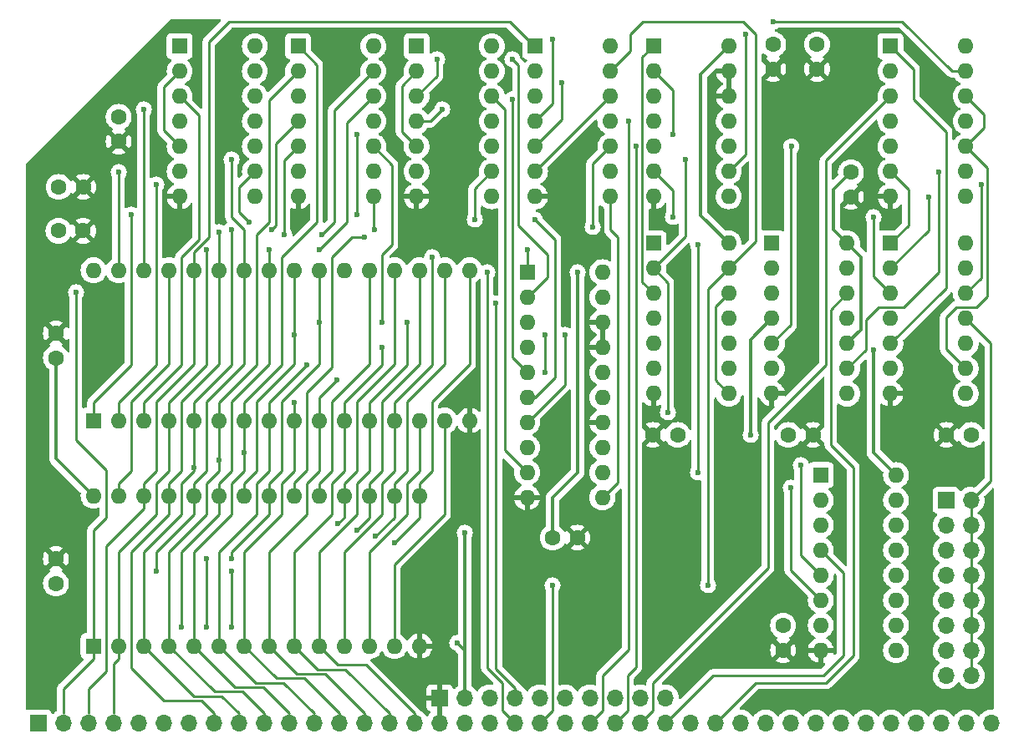
<source format=gtl>
G04 #@! TF.GenerationSoftware,KiCad,Pcbnew,6.0.2+dfsg-1*
G04 #@! TF.CreationDate,2024-02-05T13:00:45-05:00*
G04 #@! TF.ProjectId,megacart-ram,6d656761-6361-4727-942d-72616d2e6b69,rev?*
G04 #@! TF.SameCoordinates,Original*
G04 #@! TF.FileFunction,Copper,L1,Top*
G04 #@! TF.FilePolarity,Positive*
%FSLAX46Y46*%
G04 Gerber Fmt 4.6, Leading zero omitted, Abs format (unit mm)*
G04 Created by KiCad (PCBNEW 6.0.2+dfsg-1) date 2024-02-05 13:00:45*
%MOMM*%
%LPD*%
G01*
G04 APERTURE LIST*
G04 #@! TA.AperFunction,ComponentPad*
%ADD10R,1.700000X1.700000*%
G04 #@! TD*
G04 #@! TA.AperFunction,ComponentPad*
%ADD11O,1.700000X1.700000*%
G04 #@! TD*
G04 #@! TA.AperFunction,ComponentPad*
%ADD12R,1.600000X1.600000*%
G04 #@! TD*
G04 #@! TA.AperFunction,ComponentPad*
%ADD13O,1.600000X1.600000*%
G04 #@! TD*
G04 #@! TA.AperFunction,ComponentPad*
%ADD14C,1.600000*%
G04 #@! TD*
G04 #@! TA.AperFunction,ViaPad*
%ADD15C,0.600000*%
G04 #@! TD*
G04 #@! TA.AperFunction,Conductor*
%ADD16C,0.350000*%
G04 #@! TD*
G04 #@! TA.AperFunction,Conductor*
%ADD17C,0.250000*%
G04 #@! TD*
G04 APERTURE END LIST*
D10*
X155702000Y-151612600D03*
D11*
X158242000Y-151612600D03*
X160782000Y-151612600D03*
X163322000Y-151612600D03*
X165862000Y-151612600D03*
X168402000Y-151612600D03*
X170942000Y-151612600D03*
X173482000Y-151612600D03*
X176022000Y-151612600D03*
X178562000Y-151612600D03*
X181102000Y-151612600D03*
X183642000Y-151612600D03*
X186182000Y-151612600D03*
X188722000Y-151612600D03*
X191262000Y-151612600D03*
X193802000Y-151612600D03*
X196342000Y-151612600D03*
X198882000Y-151612600D03*
X201422000Y-151612600D03*
X203962000Y-151612600D03*
X206502000Y-151612600D03*
X209042000Y-151612600D03*
X211582000Y-151612600D03*
X214122000Y-151612600D03*
X216662000Y-151612600D03*
X219202000Y-151612600D03*
X221742000Y-151612600D03*
X224282000Y-151612600D03*
X226822000Y-151612600D03*
X229362000Y-151612600D03*
X231902000Y-151612600D03*
X234442000Y-151612600D03*
X236982000Y-151612600D03*
X239522000Y-151612600D03*
X242062000Y-151612600D03*
X244602000Y-151612600D03*
X247142000Y-151612600D03*
X249682000Y-151612600D03*
X252222000Y-151612600D03*
D10*
X196342000Y-149072600D03*
D11*
X198882000Y-149072600D03*
X201422000Y-149072600D03*
X203962000Y-149072600D03*
X206502000Y-149072600D03*
X209042000Y-149072600D03*
X211582000Y-149072600D03*
X214122000Y-149072600D03*
X216662000Y-149072600D03*
X219202000Y-149072600D03*
D12*
X242000000Y-103000000D03*
D13*
X242000000Y-105540000D03*
X242000000Y-108080000D03*
X242000000Y-110620000D03*
X242000000Y-113160000D03*
X242000000Y-115700000D03*
X242000000Y-118240000D03*
X249620000Y-118240000D03*
X249620000Y-115700000D03*
X249620000Y-113160000D03*
X249620000Y-110620000D03*
X249620000Y-108080000D03*
X249620000Y-105540000D03*
X249620000Y-103000000D03*
D14*
X231668000Y-122428000D03*
X234168000Y-122428000D03*
X157480000Y-137480000D03*
X157480000Y-134980000D03*
D12*
X230000000Y-103000000D03*
D13*
X230000000Y-105540000D03*
X230000000Y-108080000D03*
X230000000Y-110620000D03*
X230000000Y-113160000D03*
X230000000Y-115700000D03*
X230000000Y-118240000D03*
X237620000Y-118240000D03*
X237620000Y-115700000D03*
X237620000Y-113160000D03*
X237620000Y-110620000D03*
X237620000Y-108080000D03*
X237620000Y-105540000D03*
X237620000Y-103000000D03*
D14*
X250170000Y-122428000D03*
X247670000Y-122428000D03*
D12*
X170000000Y-83000000D03*
D13*
X170000000Y-85540000D03*
X170000000Y-88080000D03*
X170000000Y-90620000D03*
X170000000Y-93160000D03*
X170000000Y-95700000D03*
X170000000Y-98240000D03*
X177620000Y-98240000D03*
X177620000Y-95700000D03*
X177620000Y-93160000D03*
X177620000Y-90620000D03*
X177620000Y-88080000D03*
X177620000Y-85540000D03*
X177620000Y-83000000D03*
D14*
X157480000Y-114620000D03*
X157480000Y-112120000D03*
D10*
X247635000Y-129047000D03*
D11*
X250175000Y-129047000D03*
X247635000Y-131587000D03*
X250175000Y-131587000D03*
X247635000Y-134127000D03*
X250175000Y-134127000D03*
X247635000Y-136667000D03*
X250175000Y-136667000D03*
X247635000Y-139207000D03*
X250175000Y-139207000D03*
X247635000Y-141747000D03*
X250175000Y-141747000D03*
X247635000Y-144287000D03*
X250175000Y-144287000D03*
X247635000Y-146827000D03*
X250175000Y-146827000D03*
D14*
X220452000Y-122428000D03*
X217952000Y-122428000D03*
D12*
X161280000Y-120975000D03*
D13*
X163820000Y-120975000D03*
X166360000Y-120975000D03*
X168900000Y-120975000D03*
X171440000Y-120975000D03*
X173980000Y-120975000D03*
X176520000Y-120975000D03*
X179060000Y-120975000D03*
X181600000Y-120975000D03*
X184140000Y-120975000D03*
X186680000Y-120975000D03*
X189220000Y-120975000D03*
X191760000Y-120975000D03*
X194300000Y-120975000D03*
X196840000Y-120975000D03*
X199380000Y-120975000D03*
X199380000Y-105735000D03*
X196840000Y-105735000D03*
X194300000Y-105735000D03*
X191760000Y-105735000D03*
X189220000Y-105735000D03*
X186680000Y-105735000D03*
X184140000Y-105735000D03*
X181600000Y-105735000D03*
X179060000Y-105735000D03*
X176520000Y-105735000D03*
X173980000Y-105735000D03*
X171440000Y-105735000D03*
X168900000Y-105735000D03*
X166360000Y-105735000D03*
X163820000Y-105735000D03*
X161280000Y-105735000D03*
D12*
X242000000Y-83000000D03*
D13*
X242000000Y-85540000D03*
X242000000Y-88080000D03*
X242000000Y-90620000D03*
X242000000Y-93160000D03*
X242000000Y-95700000D03*
X242000000Y-98240000D03*
X249620000Y-98240000D03*
X249620000Y-95700000D03*
X249620000Y-93160000D03*
X249620000Y-90620000D03*
X249620000Y-88080000D03*
X249620000Y-85540000D03*
X249620000Y-83000000D03*
D12*
X234950000Y-126492000D03*
D13*
X234950000Y-129032000D03*
X234950000Y-131572000D03*
X234950000Y-134112000D03*
X234950000Y-136652000D03*
X234950000Y-139192000D03*
X234950000Y-141732000D03*
X234950000Y-144272000D03*
X242570000Y-144272000D03*
X242570000Y-141732000D03*
X242570000Y-139192000D03*
X242570000Y-136652000D03*
X242570000Y-134112000D03*
X242570000Y-131572000D03*
X242570000Y-129032000D03*
X242570000Y-126492000D03*
D12*
X182000000Y-83000000D03*
D13*
X182000000Y-85540000D03*
X182000000Y-88080000D03*
X182000000Y-90620000D03*
X182000000Y-93160000D03*
X182000000Y-95700000D03*
X182000000Y-98240000D03*
X189620000Y-98240000D03*
X189620000Y-95700000D03*
X189620000Y-93160000D03*
X189620000Y-90620000D03*
X189620000Y-88080000D03*
X189620000Y-85540000D03*
X189620000Y-83000000D03*
D12*
X218000000Y-103000000D03*
D13*
X218000000Y-105540000D03*
X218000000Y-108080000D03*
X218000000Y-110620000D03*
X218000000Y-113160000D03*
X218000000Y-115700000D03*
X218000000Y-118240000D03*
X225620000Y-118240000D03*
X225620000Y-115700000D03*
X225620000Y-113160000D03*
X225620000Y-110620000D03*
X225620000Y-108080000D03*
X225620000Y-105540000D03*
X225620000Y-103000000D03*
D14*
X231130000Y-141752000D03*
X231130000Y-144252000D03*
X230124000Y-82824000D03*
X230124000Y-85324000D03*
X237998000Y-95778000D03*
X237998000Y-98278000D03*
D12*
X205200000Y-105918000D03*
D13*
X205200000Y-108458000D03*
X205200000Y-110998000D03*
X205200000Y-113538000D03*
X205200000Y-116078000D03*
X205200000Y-118618000D03*
X205200000Y-121158000D03*
X205200000Y-123698000D03*
X205200000Y-126238000D03*
X205200000Y-128778000D03*
X212820000Y-128778000D03*
X212820000Y-126238000D03*
X212820000Y-123698000D03*
X212820000Y-121158000D03*
X212820000Y-118618000D03*
X212820000Y-116078000D03*
X212820000Y-113538000D03*
X212820000Y-110998000D03*
X212820000Y-108458000D03*
X212820000Y-105918000D03*
D12*
X218000000Y-83000000D03*
D13*
X218000000Y-85540000D03*
X218000000Y-88080000D03*
X218000000Y-90620000D03*
X218000000Y-93160000D03*
X218000000Y-95700000D03*
X218000000Y-98240000D03*
X225620000Y-98240000D03*
X225620000Y-95700000D03*
X225620000Y-93160000D03*
X225620000Y-90620000D03*
X225620000Y-88080000D03*
X225620000Y-85540000D03*
X225620000Y-83000000D03*
D14*
X234569000Y-82824000D03*
X234569000Y-85324000D03*
D12*
X194000000Y-83000000D03*
D13*
X194000000Y-85540000D03*
X194000000Y-88080000D03*
X194000000Y-90620000D03*
X194000000Y-93160000D03*
X194000000Y-95700000D03*
X194000000Y-98240000D03*
X201620000Y-98240000D03*
X201620000Y-95700000D03*
X201620000Y-93160000D03*
X201620000Y-90620000D03*
X201620000Y-88080000D03*
X201620000Y-85540000D03*
X201620000Y-83000000D03*
D14*
X157734000Y-101727000D03*
X160234000Y-101727000D03*
X163830000Y-90170000D03*
X163830000Y-92670000D03*
D12*
X206000000Y-83000000D03*
D13*
X206000000Y-85540000D03*
X206000000Y-88080000D03*
X206000000Y-90620000D03*
X206000000Y-93160000D03*
X206000000Y-95700000D03*
X206000000Y-98240000D03*
X213620000Y-98240000D03*
X213620000Y-95700000D03*
X213620000Y-93160000D03*
X213620000Y-90620000D03*
X213620000Y-88080000D03*
X213620000Y-85540000D03*
X213620000Y-83000000D03*
D14*
X207792000Y-132842000D03*
X210292000Y-132842000D03*
D12*
X161290000Y-143835000D03*
D13*
X163830000Y-143835000D03*
X166370000Y-143835000D03*
X168910000Y-143835000D03*
X171450000Y-143835000D03*
X173990000Y-143835000D03*
X176530000Y-143835000D03*
X179070000Y-143835000D03*
X181610000Y-143835000D03*
X184150000Y-143835000D03*
X186690000Y-143835000D03*
X189230000Y-143835000D03*
X191770000Y-143835000D03*
X194310000Y-143835000D03*
X194310000Y-128595000D03*
X191770000Y-128595000D03*
X189230000Y-128595000D03*
X186690000Y-128595000D03*
X184150000Y-128595000D03*
X181610000Y-128595000D03*
X179070000Y-128595000D03*
X176530000Y-128595000D03*
X173990000Y-128595000D03*
X171450000Y-128595000D03*
X168910000Y-128595000D03*
X166370000Y-128595000D03*
X163830000Y-128595000D03*
X161290000Y-128595000D03*
D14*
X157754000Y-97282000D03*
X160254000Y-97282000D03*
D15*
X234442000Y-118618000D03*
X233680000Y-98298000D03*
X227838000Y-122428000D03*
X210312000Y-105918000D03*
X198882000Y-132334000D03*
X198120000Y-143510000D03*
X240284000Y-113792000D03*
X223520000Y-137668000D03*
X207772000Y-137668000D03*
X240284000Y-100330000D03*
X227330000Y-81788000D03*
X159512000Y-107950000D03*
X172720000Y-103632000D03*
X184404000Y-102108000D03*
X179070000Y-103632000D03*
X170170000Y-141925000D03*
X184150000Y-103632000D03*
X190500000Y-110998000D03*
X175250000Y-134940000D03*
X184150000Y-110998000D03*
X172710000Y-134940000D03*
X172710000Y-141925000D03*
X175250000Y-136210000D03*
X167630000Y-136210000D03*
X175250000Y-141925000D03*
X175260000Y-94488000D03*
X173990000Y-101854000D03*
X180594000Y-102108000D03*
X179324000Y-101600000D03*
X175260000Y-101600000D03*
X171450000Y-125730000D03*
X173980000Y-124978000D03*
X176520000Y-124216000D03*
X182880000Y-115316000D03*
X232918000Y-125476000D03*
X181610000Y-119126000D03*
X231902000Y-127762000D03*
X209042000Y-112268000D03*
X185928000Y-116840000D03*
X190500000Y-113538000D03*
X193040000Y-110998000D03*
X205232000Y-103632000D03*
X201168000Y-105918000D03*
X215450000Y-90620000D03*
X216212000Y-93160000D03*
X195580000Y-104394000D03*
X191770000Y-133350000D03*
X189865000Y-132715000D03*
X187960000Y-132080000D03*
X186055000Y-131445000D03*
X202057000Y-109093000D03*
X187960000Y-91948000D03*
X165100000Y-100076000D03*
X187960000Y-100076000D03*
X167640000Y-97028000D03*
X207010000Y-116078000D03*
X181610000Y-112268000D03*
X207010000Y-112268000D03*
X219964000Y-100330000D03*
X166370000Y-89408000D03*
X163830000Y-95758000D03*
X188722000Y-102362000D03*
X231960000Y-93160000D03*
X246888000Y-95758000D03*
X189738000Y-101600000D03*
X211836000Y-101346000D03*
X230124000Y-80518000D03*
X207772000Y-82296000D03*
X208699489Y-86702511D03*
X219964000Y-91948000D03*
X245872000Y-98298000D03*
X221234000Y-94488000D03*
X219456000Y-120142000D03*
X251206000Y-97028000D03*
X203708000Y-84328000D03*
X196088000Y-84328000D03*
X203708000Y-88392000D03*
X196596000Y-89408000D03*
X177038000Y-100838000D03*
X205994000Y-100584000D03*
X199898000Y-100584000D03*
X222504000Y-103124000D03*
X222504000Y-126238000D03*
D16*
X227838000Y-112782000D02*
X227838000Y-122428000D01*
X225620000Y-103000000D02*
X222758000Y-100138000D01*
X239014000Y-104394000D02*
X237620000Y-103000000D01*
X230000000Y-110620000D02*
X227838000Y-112782000D01*
X239014000Y-111766000D02*
X239014000Y-104394000D01*
X198882000Y-144272000D02*
X198120000Y-143510000D01*
X207792000Y-128758000D02*
X207792000Y-132842000D01*
X237620000Y-103000000D02*
X236220000Y-101600000D01*
X198882000Y-149072600D02*
X198882000Y-144272000D01*
X222758000Y-85862000D02*
X225620000Y-83000000D01*
X236220000Y-97556000D02*
X237998000Y-95778000D01*
X210312000Y-105918000D02*
X210312000Y-126238000D01*
X157480000Y-124785000D02*
X161290000Y-128595000D01*
X240284000Y-113792000D02*
X240284000Y-124206000D01*
X240284000Y-124206000D02*
X242570000Y-126492000D01*
X222758000Y-100138000D02*
X222758000Y-85862000D01*
X157480000Y-114620000D02*
X157480000Y-124785000D01*
X236220000Y-101600000D02*
X236220000Y-97556000D01*
X210312000Y-126238000D02*
X207792000Y-128758000D01*
X198882000Y-144272000D02*
X198882000Y-132334000D01*
X237620000Y-113160000D02*
X239014000Y-111766000D01*
D17*
X207772000Y-150342600D02*
X206502000Y-151612600D01*
X215646000Y-83514000D02*
X215646000Y-81788000D01*
X213620000Y-85540000D02*
X215646000Y-83514000D01*
X207772000Y-137668000D02*
X207772000Y-150342600D01*
X228346000Y-81788000D02*
X228346000Y-102814000D01*
X227076000Y-80518000D02*
X228346000Y-81788000D01*
X223520000Y-137668000D02*
X223520000Y-107640000D01*
X228346000Y-102814000D02*
X225620000Y-105540000D01*
X223520000Y-107640000D02*
X225620000Y-105540000D01*
X215646000Y-81788000D02*
X216916000Y-80518000D01*
X216916000Y-80518000D02*
X227076000Y-80518000D01*
X242000000Y-108080000D02*
X240284000Y-106364000D01*
X240284000Y-106364000D02*
X240284000Y-100330000D01*
X227330000Y-93990000D02*
X227330000Y-81788000D01*
X225620000Y-95700000D02*
X227330000Y-93990000D01*
X162560000Y-130810000D02*
X162560000Y-125984000D01*
X243840000Y-101160000D02*
X243840000Y-97540000D01*
X158232000Y-148148000D02*
X161290000Y-145090000D01*
X161290000Y-143835000D02*
X161290000Y-132080000D01*
X161290000Y-132080000D02*
X162560000Y-130810000D01*
X162560000Y-125984000D02*
X159512000Y-122936000D01*
X243840000Y-97540000D02*
X242000000Y-95700000D01*
X158232000Y-150662600D02*
X158232000Y-148148000D01*
X242000000Y-103000000D02*
X243840000Y-101160000D01*
X161290000Y-145090000D02*
X161290000Y-143835000D01*
X159512000Y-122936000D02*
X159512000Y-107950000D01*
X167630000Y-126050000D02*
X167630000Y-119065000D01*
X166370000Y-128595000D02*
X166370000Y-127310000D01*
X171440000Y-103896000D02*
X171440000Y-105735000D01*
X166370000Y-128595000D02*
X166370000Y-129850000D01*
X172974000Y-102362000D02*
X171440000Y-103896000D01*
X203454000Y-80518000D02*
X175006000Y-80518000D01*
X205936000Y-83000000D02*
X203454000Y-80518000D01*
X166370000Y-127310000D02*
X167630000Y-126050000D01*
X162550000Y-133670000D02*
X162550000Y-146370000D01*
X160772000Y-148148000D02*
X160772000Y-150662600D01*
X172974000Y-82550000D02*
X172974000Y-102362000D01*
X171440000Y-115255000D02*
X171440000Y-105735000D01*
X206000000Y-83000000D02*
X205936000Y-83000000D01*
X162550000Y-146370000D02*
X160772000Y-148148000D01*
X175006000Y-80518000D02*
X172974000Y-82550000D01*
X166370000Y-129850000D02*
X162550000Y-133670000D01*
X167630000Y-119065000D02*
X171440000Y-115255000D01*
X163830000Y-145090000D02*
X163820000Y-145100000D01*
X167630000Y-127320000D02*
X168900000Y-126050000D01*
X163312000Y-145608000D02*
X163820000Y-145100000D01*
X185674000Y-89486000D02*
X185674000Y-100838000D01*
X163312000Y-150662600D02*
X163312000Y-145608000D01*
X163830000Y-143835000D02*
X163830000Y-134315000D01*
X168900000Y-126050000D02*
X168900000Y-120975000D01*
X168900000Y-119136000D02*
X172720000Y-115316000D01*
X167630000Y-130495000D02*
X167630000Y-127320000D01*
X163830000Y-143835000D02*
X163830000Y-145090000D01*
X168900000Y-120975000D02*
X168900000Y-119136000D01*
X163820000Y-134305000D02*
X167630000Y-130495000D01*
X172720000Y-115316000D02*
X172720000Y-103632000D01*
X163830000Y-134315000D02*
X163820000Y-134305000D01*
X185674000Y-100838000D02*
X184404000Y-102108000D01*
X189620000Y-85540000D02*
X185674000Y-89486000D01*
X173990000Y-127310000D02*
X175250000Y-126050000D01*
X173990000Y-130485000D02*
X170170000Y-134305000D01*
X173990000Y-128595000D02*
X173990000Y-127310000D01*
X184150000Y-103632000D02*
X186944000Y-100838000D01*
X175250000Y-119065000D02*
X179060000Y-115255000D01*
X173990000Y-128595000D02*
X173990000Y-130485000D01*
X170170000Y-134305000D02*
X170170000Y-141925000D01*
X175250000Y-126050000D02*
X175250000Y-119065000D01*
X179060000Y-103642000D02*
X179070000Y-103632000D01*
X179060000Y-105735000D02*
X179060000Y-103642000D01*
X186944000Y-90756000D02*
X186944000Y-100838000D01*
X179060000Y-115255000D02*
X179060000Y-105735000D01*
X189620000Y-88080000D02*
X186944000Y-90756000D01*
X179070000Y-128595000D02*
X179070000Y-130485000D01*
X191516000Y-95056000D02*
X191516000Y-103124000D01*
X191516000Y-103124000D02*
X190500000Y-104140000D01*
X189620000Y-93160000D02*
X191516000Y-95056000D01*
X190500000Y-104140000D02*
X190500000Y-110998000D01*
X180330000Y-126050000D02*
X180330000Y-119065000D01*
X180330000Y-119065000D02*
X184140000Y-115255000D01*
X172710000Y-141925000D02*
X172710000Y-134940000D01*
X179070000Y-128595000D02*
X179070000Y-127310000D01*
X184140000Y-115255000D02*
X184140000Y-105735000D01*
X175250000Y-134305000D02*
X175250000Y-134940000D01*
X179070000Y-130485000D02*
X175250000Y-134305000D01*
X179070000Y-127310000D02*
X180330000Y-126050000D01*
X175260000Y-100330000D02*
X176520000Y-101590000D01*
X171450000Y-130485000D02*
X167630000Y-134305000D01*
X171450000Y-128595000D02*
X171450000Y-127310000D01*
X167630000Y-134305000D02*
X167630000Y-136210000D01*
X175250000Y-141925000D02*
X175250000Y-136210000D01*
X176520000Y-101590000D02*
X176520000Y-105735000D01*
X171450000Y-128595000D02*
X171450000Y-130485000D01*
X171450000Y-127310000D02*
X172710000Y-126050000D01*
X176520000Y-115255000D02*
X176520000Y-105735000D01*
X175260000Y-94488000D02*
X175260000Y-100330000D01*
X172710000Y-119065000D02*
X176520000Y-115255000D01*
X172710000Y-126050000D02*
X172710000Y-119065000D01*
X172219520Y-149359520D02*
X173482000Y-150622000D01*
X180594000Y-94566000D02*
X180594000Y-101854000D01*
X170170000Y-119065000D02*
X173980000Y-115255000D01*
X180594000Y-101854000D02*
X180594000Y-102108000D01*
X168910000Y-128595000D02*
X168910000Y-127310000D01*
X168409520Y-149359520D02*
X172219520Y-149359520D01*
X168910000Y-130485000D02*
X165090000Y-134305000D01*
X165090000Y-146040000D02*
X168409520Y-149359520D01*
X173980000Y-105735000D02*
X173980000Y-101864000D01*
X165090000Y-134305000D02*
X165090000Y-146040000D01*
X173482000Y-150622000D02*
X173482000Y-151612600D01*
X170170000Y-126050000D02*
X170170000Y-119065000D01*
X182000000Y-93160000D02*
X180594000Y-94566000D01*
X168910000Y-128595000D02*
X168910000Y-130485000D01*
X173980000Y-101864000D02*
X173990000Y-101854000D01*
X173980000Y-115255000D02*
X173980000Y-105735000D01*
X168910000Y-127310000D02*
X170170000Y-126050000D01*
X175260000Y-115316000D02*
X171440000Y-119136000D01*
X171440000Y-119136000D02*
X171440000Y-120975000D01*
X171450000Y-125730000D02*
X171440000Y-120975000D01*
X174259400Y-148910000D02*
X176012000Y-150662600D01*
X166370000Y-134295000D02*
X170170000Y-130495000D01*
X170170000Y-127320000D02*
X171440000Y-126050000D01*
X166370000Y-143835000D02*
X171445000Y-148910000D01*
X171440000Y-126050000D02*
X171450000Y-125730000D01*
X171445000Y-148910000D02*
X174259400Y-148910000D01*
X175260000Y-101854000D02*
X175260000Y-101600000D01*
X170170000Y-130495000D02*
X170170000Y-127320000D01*
X179773520Y-92846480D02*
X182000000Y-90620000D01*
X179773520Y-92846480D02*
X179773520Y-101150480D01*
X179773520Y-101150480D02*
X179324000Y-101600000D01*
X175260000Y-101854000D02*
X175260000Y-115316000D01*
X166370000Y-143835000D02*
X166370000Y-134295000D01*
X178552000Y-151602600D02*
X178562000Y-151612600D01*
X176349880Y-148460480D02*
X178552000Y-150662600D01*
X173535480Y-148460480D02*
X176349880Y-148460480D01*
X168910000Y-143835000D02*
X168910000Y-134295000D01*
X173980000Y-126050000D02*
X173980000Y-124978000D01*
X179070000Y-88470000D02*
X182000000Y-85540000D01*
X173980000Y-124978000D02*
X173980000Y-120975000D01*
X177800000Y-102108000D02*
X179070000Y-100838000D01*
X173980000Y-120975000D02*
X173980000Y-119136000D01*
X172710000Y-130495000D02*
X172710000Y-127320000D01*
X178552000Y-150662600D02*
X178552000Y-151602600D01*
X168910000Y-143835000D02*
X173535480Y-148460480D01*
X172710000Y-127320000D02*
X173980000Y-126050000D01*
X179070000Y-100838000D02*
X179070000Y-88470000D01*
X168910000Y-134295000D02*
X172710000Y-130495000D01*
X177800000Y-115316000D02*
X177800000Y-102108000D01*
X173980000Y-119136000D02*
X177800000Y-115316000D01*
X180340000Y-104394000D02*
X180340000Y-115316000D01*
X175625960Y-148010960D02*
X178440360Y-148010960D01*
X171450000Y-143835000D02*
X171450000Y-134295000D01*
X180340000Y-115316000D02*
X176520000Y-119136000D01*
X171450000Y-143835000D02*
X175625960Y-148010960D01*
X183896000Y-84896000D02*
X183896000Y-100838000D01*
X176520000Y-126050000D02*
X176520000Y-124216000D01*
X171450000Y-134295000D02*
X175250000Y-130495000D01*
X183896000Y-100838000D02*
X180340000Y-104394000D01*
X175250000Y-130495000D02*
X175250000Y-127320000D01*
X176520000Y-119136000D02*
X176520000Y-120975000D01*
X176520000Y-124216000D02*
X176520000Y-120975000D01*
X182000000Y-83000000D02*
X183896000Y-84896000D01*
X175250000Y-127320000D02*
X176520000Y-126050000D01*
X178440360Y-148010960D02*
X181092000Y-150662600D01*
X180530840Y-147561440D02*
X183632000Y-150662600D01*
X177790000Y-127320000D02*
X179060000Y-126050000D01*
X179060000Y-126050000D02*
X179060000Y-120975000D01*
X173990000Y-143835000D02*
X177716440Y-147561440D01*
X179060000Y-119136000D02*
X182880000Y-115316000D01*
X179060000Y-120975000D02*
X179060000Y-119136000D01*
X177716440Y-147561440D02*
X180530840Y-147561440D01*
X232918000Y-125730000D02*
X232918000Y-125476000D01*
X173990000Y-143835000D02*
X173990000Y-134295000D01*
X234950000Y-136652000D02*
X232918000Y-134620000D01*
X173990000Y-134295000D02*
X177790000Y-130495000D01*
X232918000Y-134620000D02*
X232918000Y-125730000D01*
X177790000Y-130495000D02*
X177790000Y-127320000D01*
X186172000Y-151602600D02*
X186182000Y-151612600D01*
X231902000Y-136144000D02*
X231902000Y-127762000D01*
X176530000Y-134295000D02*
X180330000Y-130495000D01*
X181600000Y-126050000D02*
X181600000Y-120975000D01*
X176530000Y-143835000D02*
X179806920Y-147111920D01*
X181600000Y-119644000D02*
X181610000Y-119634000D01*
X182621320Y-147111920D02*
X186172000Y-150662600D01*
X180330000Y-127320000D02*
X181600000Y-126050000D01*
X186172000Y-150662600D02*
X186172000Y-151602600D01*
X176530000Y-143835000D02*
X176530000Y-134295000D01*
X179806920Y-147111920D02*
X182621320Y-147111920D01*
X180330000Y-130495000D02*
X180330000Y-127320000D01*
X234950000Y-139192000D02*
X231902000Y-136144000D01*
X181610000Y-119634000D02*
X181610000Y-119126000D01*
X181600000Y-120975000D02*
X181600000Y-119644000D01*
X179070000Y-134295000D02*
X182870000Y-130495000D01*
X184140000Y-118628000D02*
X185928000Y-116840000D01*
X182870000Y-130495000D02*
X182870000Y-127320000D01*
X184711800Y-146662400D02*
X188712000Y-150662600D01*
X182870000Y-127320000D02*
X184140000Y-126050000D01*
X188712000Y-151602600D02*
X188722000Y-151612600D01*
X184140000Y-120975000D02*
X184140000Y-118628000D01*
X184140000Y-126050000D02*
X184140000Y-120975000D01*
X179070000Y-143835000D02*
X179070000Y-134295000D01*
X209042000Y-112268000D02*
X209042000Y-117316000D01*
X209042000Y-117316000D02*
X205200000Y-121158000D01*
X179070000Y-143835000D02*
X181897400Y-146662400D01*
X181897400Y-146662400D02*
X184711800Y-146662400D01*
X188712000Y-150662600D02*
X188712000Y-151602600D01*
X186680000Y-119136000D02*
X190500000Y-115316000D01*
X191262000Y-150672600D02*
X191262000Y-151612600D01*
X186680000Y-119136000D02*
X186680000Y-120975000D01*
X185410000Y-130495000D02*
X185410000Y-127320000D01*
X186680000Y-126050000D02*
X186680000Y-120975000D01*
X185410000Y-127320000D02*
X186680000Y-126050000D01*
X183987880Y-146212880D02*
X186802280Y-146212880D01*
X190500000Y-115316000D02*
X190500000Y-113538000D01*
X186802280Y-146212880D02*
X191262000Y-150672600D01*
X181610000Y-143835000D02*
X181610000Y-134295000D01*
X181610000Y-143835000D02*
X183987880Y-146212880D01*
X181610000Y-134295000D02*
X185410000Y-130495000D01*
X193040000Y-115316000D02*
X189220000Y-119136000D01*
X187950000Y-130495000D02*
X187950000Y-127320000D01*
X184150000Y-143835000D02*
X186050000Y-145735000D01*
X189220000Y-126050000D02*
X189220000Y-120975000D01*
X184150000Y-134295000D02*
X187950000Y-130495000D01*
X193802000Y-150672600D02*
X193802000Y-151612600D01*
X189220000Y-119136000D02*
X189220000Y-120975000D01*
X193040000Y-115316000D02*
X193040000Y-110998000D01*
X184150000Y-143835000D02*
X184150000Y-134295000D01*
X187950000Y-127320000D02*
X189220000Y-126050000D01*
X186050000Y-145735000D02*
X188864400Y-145735000D01*
X188864400Y-145735000D02*
X193802000Y-150672600D01*
X201168000Y-105918000D02*
X201168000Y-146050000D01*
X202692000Y-150368000D02*
X202717400Y-150368000D01*
X202717400Y-150368000D02*
X203962000Y-151612600D01*
X205200000Y-103664000D02*
X205232000Y-103632000D01*
X202692000Y-147574000D02*
X202692000Y-150368000D01*
X201168000Y-146050000D02*
X202692000Y-147574000D01*
X205200000Y-105918000D02*
X205200000Y-103664000D01*
X212852000Y-146812000D02*
X212852000Y-150342600D01*
X215450000Y-90620000D02*
X215450000Y-144214000D01*
X215450000Y-144214000D02*
X212852000Y-146812000D01*
X212852000Y-150342600D02*
X211582000Y-151612600D01*
X216212000Y-93160000D02*
X216212000Y-145992000D01*
X216212000Y-145992000D02*
X215392000Y-146812000D01*
X215392000Y-146812000D02*
X215392000Y-150342600D01*
X215392000Y-150342600D02*
X214122000Y-151612600D01*
X235458000Y-115316000D02*
X229616000Y-121158000D01*
X242000000Y-88080000D02*
X235458000Y-94622000D01*
X217932000Y-150342600D02*
X216662000Y-151612600D01*
X229616000Y-135890000D02*
X217932000Y-147574000D01*
X229616000Y-121158000D02*
X229616000Y-135890000D01*
X217932000Y-147574000D02*
X217932000Y-150342600D01*
X235458000Y-94622000D02*
X235458000Y-115316000D01*
X220954600Y-149860000D02*
X220980000Y-149860000D01*
X224028000Y-146812000D02*
X235204000Y-146812000D01*
X235204000Y-146812000D02*
X237236000Y-144780000D01*
X220980000Y-149860000D02*
X224028000Y-146812000D01*
X237236000Y-136398000D02*
X234950000Y-134112000D01*
X237236000Y-144780000D02*
X237236000Y-136398000D01*
X219202000Y-151612600D02*
X220954600Y-149860000D01*
X195580000Y-115316000D02*
X195580000Y-104394000D01*
X191760000Y-119136000D02*
X195580000Y-115316000D01*
X190490000Y-127320000D02*
X191760000Y-126050000D01*
X186690000Y-134295000D02*
X190490000Y-130495000D01*
X186690000Y-143835000D02*
X186690000Y-134295000D01*
X191760000Y-126050000D02*
X191760000Y-120975000D01*
X190490000Y-130495000D02*
X190490000Y-127320000D01*
X191760000Y-120975000D02*
X191760000Y-119136000D01*
X238252000Y-125730000D02*
X238252000Y-144780000D01*
X228320600Y-147574000D02*
X224282000Y-151612600D01*
X189230000Y-143835000D02*
X189230000Y-134295000D01*
X235966000Y-123444000D02*
X238252000Y-125730000D01*
X193030000Y-130495000D02*
X193030000Y-127320000D01*
X235966000Y-109734000D02*
X235966000Y-123444000D01*
X189230000Y-134295000D02*
X193030000Y-130495000D01*
X193030000Y-127320000D02*
X194300000Y-126050000D01*
X238252000Y-144780000D02*
X235458000Y-147574000D01*
X237620000Y-108080000D02*
X235966000Y-109734000D01*
X194300000Y-126050000D02*
X194300000Y-120975000D01*
X235458000Y-147574000D02*
X228320600Y-147574000D01*
X196840000Y-130495000D02*
X196840000Y-120975000D01*
X191770000Y-143835000D02*
X191770000Y-135565000D01*
X191770000Y-135565000D02*
X196840000Y-130495000D01*
X194310000Y-128595000D02*
X194310000Y-130810000D01*
X199380000Y-115255000D02*
X199380000Y-105735000D01*
X194310000Y-130810000D02*
X191770000Y-133350000D01*
X194310000Y-127310000D02*
X195570000Y-126050000D01*
X195570000Y-119065000D02*
X199380000Y-115255000D01*
X194310000Y-128595000D02*
X194310000Y-127310000D01*
X195570000Y-126050000D02*
X195570000Y-119065000D01*
X191770000Y-130810000D02*
X189865000Y-132715000D01*
X191770000Y-128595000D02*
X191770000Y-130810000D01*
X193030000Y-119065000D02*
X196840000Y-115255000D01*
X191770000Y-127310000D02*
X193030000Y-126050000D01*
X191770000Y-128595000D02*
X191770000Y-127310000D01*
X196840000Y-115255000D02*
X196840000Y-105735000D01*
X193030000Y-126050000D02*
X193030000Y-119065000D01*
X189230000Y-127310000D02*
X190490000Y-126050000D01*
X190490000Y-119065000D02*
X194300000Y-115255000D01*
X190490000Y-126050000D02*
X190490000Y-119065000D01*
X194300000Y-115255000D02*
X194300000Y-105735000D01*
X189230000Y-128595000D02*
X189230000Y-127310000D01*
X189230000Y-128595000D02*
X189230000Y-130810000D01*
X189230000Y-130810000D02*
X187960000Y-132080000D01*
X186690000Y-130810000D02*
X186055000Y-131445000D01*
X187950000Y-119065000D02*
X191760000Y-115255000D01*
X186690000Y-128595000D02*
X186690000Y-130810000D01*
X187950000Y-126050000D02*
X187950000Y-119065000D01*
X186690000Y-128595000D02*
X186690000Y-127310000D01*
X191760000Y-115255000D02*
X191760000Y-105735000D01*
X186690000Y-127310000D02*
X187950000Y-126050000D01*
X189220000Y-115255000D02*
X189220000Y-105735000D01*
X184150000Y-127310000D02*
X185410000Y-126050000D01*
X184150000Y-128595000D02*
X184150000Y-127310000D01*
X185410000Y-119065000D02*
X189220000Y-115255000D01*
X185410000Y-126050000D02*
X185410000Y-119065000D01*
X202057000Y-146177000D02*
X203962000Y-148082000D01*
X202057000Y-109093000D02*
X202057000Y-146177000D01*
X203962000Y-148082000D02*
X203962000Y-149072600D01*
X250175000Y-134127000D02*
X250175000Y-131587000D01*
X250175000Y-139207000D02*
X250175000Y-136667000D01*
X252163500Y-127058500D02*
X250175000Y-129047000D01*
X250175000Y-136667000D02*
X250175000Y-134127000D01*
X250175000Y-131587000D02*
X250175000Y-129047000D01*
X250175000Y-141747000D02*
X250175000Y-139207000D01*
X250175000Y-146827000D02*
X250175000Y-144287000D01*
X252163500Y-113163500D02*
X252163500Y-127058500D01*
X250175000Y-144287000D02*
X250175000Y-141747000D01*
X249620000Y-110620000D02*
X252163500Y-113163500D01*
X165100000Y-115316000D02*
X165100000Y-100076000D01*
X187960000Y-91948000D02*
X187960000Y-100076000D01*
X161280000Y-119136000D02*
X165100000Y-115316000D01*
X161280000Y-120975000D02*
X161280000Y-119136000D01*
X167640000Y-115316000D02*
X167640000Y-97028000D01*
X163820000Y-120975000D02*
X163820000Y-119136000D01*
X163820000Y-119136000D02*
X167640000Y-115316000D01*
X170180000Y-115316000D02*
X166360000Y-119136000D01*
X171958000Y-102616000D02*
X170180000Y-104394000D01*
X166360000Y-119136000D02*
X166360000Y-120975000D01*
X171958000Y-90038000D02*
X171958000Y-102616000D01*
X170000000Y-88080000D02*
X171958000Y-90038000D01*
X170180000Y-104394000D02*
X170180000Y-115316000D01*
X181600000Y-115255000D02*
X181610000Y-112268000D01*
X176530000Y-127310000D02*
X177790000Y-126050000D01*
X177790000Y-119065000D02*
X181600000Y-115255000D01*
X177790000Y-126050000D02*
X177800000Y-123444000D01*
X177800000Y-123444000D02*
X177790000Y-119065000D01*
X207010000Y-116078000D02*
X207010000Y-112268000D01*
X176530000Y-128595000D02*
X176530000Y-127310000D01*
X181610000Y-112268000D02*
X181600000Y-105735000D01*
X168900000Y-115255000D02*
X168900000Y-105735000D01*
X163830000Y-127310000D02*
X165090000Y-126050000D01*
X218000000Y-95700000D02*
X219964000Y-97664000D01*
X219964000Y-97664000D02*
X219964000Y-100330000D01*
X163830000Y-128595000D02*
X163830000Y-127310000D01*
X165090000Y-126050000D02*
X165090000Y-119065000D01*
X165090000Y-119065000D02*
X168900000Y-115255000D01*
X166360000Y-105735000D02*
X166360000Y-89418000D01*
X166360000Y-89418000D02*
X166370000Y-89408000D01*
X163820000Y-105735000D02*
X163820000Y-95768000D01*
X163820000Y-95768000D02*
X163830000Y-95758000D01*
X181610000Y-127254000D02*
X182880000Y-125984000D01*
X185420000Y-104394000D02*
X187452000Y-102362000D01*
X181610000Y-128595000D02*
X181610000Y-127254000D01*
X182880000Y-125984000D02*
X182880000Y-118110000D01*
X182880000Y-118110000D02*
X185420000Y-115570000D01*
X187452000Y-102362000D02*
X188722000Y-102362000D01*
X185420000Y-115570000D02*
X185420000Y-104394000D01*
X231960000Y-93160000D02*
X231902000Y-93218000D01*
X231902000Y-111258000D02*
X230000000Y-113160000D01*
X231902000Y-93218000D02*
X231902000Y-111258000D01*
X237620000Y-115700000D02*
X239513519Y-113806481D01*
X240792000Y-109474000D02*
X243332000Y-109474000D01*
X243332000Y-109474000D02*
X246888000Y-105918000D01*
X239513519Y-110752481D02*
X240792000Y-109474000D01*
X246888000Y-105918000D02*
X246888000Y-95758000D01*
X239513519Y-113806481D02*
X239513519Y-110752481D01*
X211836000Y-94944000D02*
X211836000Y-101346000D01*
X213620000Y-93160000D02*
X211836000Y-94944000D01*
X189620000Y-98240000D02*
X189620000Y-101482000D01*
X189620000Y-101482000D02*
X189738000Y-101600000D01*
X248227000Y-85540000D02*
X243205000Y-80518000D01*
X207772000Y-88848000D02*
X207772000Y-82296000D01*
X249620000Y-85540000D02*
X248227000Y-85540000D01*
X207772000Y-88848000D02*
X206000000Y-90620000D01*
X243205000Y-80518000D02*
X230124000Y-80518000D01*
X208699489Y-86702511D02*
X208699489Y-90460511D01*
X244348000Y-88392000D02*
X244348000Y-85348000D01*
X247650000Y-91694000D02*
X244348000Y-88392000D01*
X247650000Y-107510000D02*
X247650000Y-91694000D01*
X247650000Y-107510000D02*
X242000000Y-113160000D01*
X244348000Y-85348000D02*
X242000000Y-83000000D01*
X208699489Y-90460511D02*
X206000000Y-93160000D01*
X213620000Y-88080000D02*
X206000000Y-95700000D01*
X214376000Y-102362000D02*
X213620000Y-101606000D01*
X214376000Y-127222000D02*
X214376000Y-102362000D01*
X212820000Y-128778000D02*
X214376000Y-127222000D01*
X213620000Y-101606000D02*
X213620000Y-98240000D01*
X168402000Y-87138000D02*
X170000000Y-85540000D01*
X168402000Y-91562000D02*
X168402000Y-87138000D01*
X219964000Y-91948000D02*
X219964000Y-87504000D01*
X219964000Y-87504000D02*
X218000000Y-85540000D01*
X170000000Y-93160000D02*
X168402000Y-91562000D01*
X242000000Y-105540000D02*
X245872000Y-101668000D01*
X245872000Y-101668000D02*
X245872000Y-98298000D01*
X247650000Y-110490000D02*
X247650000Y-113730000D01*
X251830511Y-95370511D02*
X251830511Y-108341489D01*
X251830511Y-108341489D02*
X250698000Y-109474000D01*
X248666000Y-109474000D02*
X247650000Y-110490000D01*
X249620000Y-93160000D02*
X251460000Y-91320000D01*
X251460000Y-89920000D02*
X249620000Y-88080000D01*
X249620000Y-93160000D02*
X251830511Y-95370511D01*
X247650000Y-113730000D02*
X249620000Y-115700000D01*
X251460000Y-91320000D02*
X251460000Y-89920000D01*
X250698000Y-109474000D02*
X248666000Y-109474000D01*
X219456000Y-106996000D02*
X219456000Y-120142000D01*
X218000000Y-105540000D02*
X219456000Y-106996000D01*
X192532000Y-91692000D02*
X194000000Y-93160000D01*
X194000000Y-85540000D02*
X192532000Y-87008000D01*
X221234000Y-102306000D02*
X221234000Y-94488000D01*
X192532000Y-87008000D02*
X192532000Y-91692000D01*
X218000000Y-105540000D02*
X221234000Y-102306000D01*
X249620000Y-108080000D02*
X251206000Y-106494000D01*
X251206000Y-106494000D02*
X251206000Y-97028000D01*
X205200000Y-108458000D02*
X207264000Y-106394000D01*
X207264000Y-106394000D02*
X207264000Y-104140000D01*
X204332511Y-84952511D02*
X203708000Y-84328000D01*
X207264000Y-104140000D02*
X204332511Y-101208511D01*
X204332511Y-101208511D02*
X204332511Y-84952511D01*
X196088000Y-85992000D02*
X194000000Y-88080000D01*
X196088000Y-84328000D02*
X196088000Y-85992000D01*
X205200000Y-116078000D02*
X203708000Y-114586000D01*
X195384000Y-90620000D02*
X194000000Y-90620000D01*
X203708000Y-114586000D02*
X203708000Y-88392000D01*
X196596000Y-89408000D02*
X195384000Y-90620000D01*
X176022000Y-99822000D02*
X176022000Y-97298000D01*
X176022000Y-97298000D02*
X177620000Y-95700000D01*
X177038000Y-100838000D02*
X176022000Y-99822000D01*
X208026000Y-116586000D02*
X208026000Y-102616000D01*
X208026000Y-102616000D02*
X205994000Y-100584000D01*
X199898000Y-100584000D02*
X199898000Y-97422000D01*
X199898000Y-97422000D02*
X201620000Y-95700000D01*
X205994000Y-118618000D02*
X208026000Y-116586000D01*
X205200000Y-118618000D02*
X205994000Y-118618000D01*
X202946000Y-89406000D02*
X201620000Y-88080000D01*
X202946000Y-123984000D02*
X202946000Y-89406000D01*
X205200000Y-126238000D02*
X202946000Y-123984000D01*
X222504000Y-126238000D02*
X222504000Y-103124000D01*
X216875489Y-106955489D02*
X218000000Y-108080000D01*
X218000000Y-83000000D02*
X216875489Y-84124511D01*
X216875489Y-84124511D02*
X216875489Y-106955489D01*
X224495489Y-117053489D02*
X224282000Y-116840000D01*
X224282000Y-116840000D02*
X224282000Y-109418000D01*
X224282000Y-109418000D02*
X225620000Y-108080000D01*
X225620000Y-118240000D02*
X224495489Y-117115489D01*
X224495489Y-117115489D02*
X224495489Y-117053489D01*
G04 #@! TA.AperFunction,Conductor*
G36*
X200452532Y-106617132D02*
G01*
X200509368Y-106659679D01*
X200534179Y-106726199D01*
X200534500Y-106735188D01*
X200534500Y-119975519D01*
X200514498Y-120043640D01*
X200460842Y-120090133D01*
X200390568Y-120100237D01*
X200325988Y-120070743D01*
X200319405Y-120064614D01*
X200227875Y-119973084D01*
X200219467Y-119966028D01*
X200041007Y-119841069D01*
X200031511Y-119835586D01*
X199834053Y-119743510D01*
X199823761Y-119739764D01*
X199651497Y-119693606D01*
X199637401Y-119693942D01*
X199634000Y-119701884D01*
X199634000Y-122242967D01*
X199637973Y-122256498D01*
X199646522Y-122257727D01*
X199823761Y-122210236D01*
X199834053Y-122206490D01*
X200031511Y-122114414D01*
X200041007Y-122108931D01*
X200219467Y-121983972D01*
X200227875Y-121976916D01*
X200319405Y-121885386D01*
X200381717Y-121851360D01*
X200452532Y-121856425D01*
X200509368Y-121898972D01*
X200534179Y-121965492D01*
X200534500Y-121974481D01*
X200534500Y-145971233D01*
X200533973Y-145982416D01*
X200532298Y-145989909D01*
X200532547Y-145997835D01*
X200532547Y-145997836D01*
X200534438Y-146057986D01*
X200534500Y-146061945D01*
X200534500Y-146089856D01*
X200534997Y-146093790D01*
X200534997Y-146093791D01*
X200535005Y-146093856D01*
X200535938Y-146105693D01*
X200537327Y-146149889D01*
X200542839Y-146168861D01*
X200542978Y-146169339D01*
X200546987Y-146188700D01*
X200549526Y-146208797D01*
X200552445Y-146216168D01*
X200552445Y-146216170D01*
X200565804Y-146249912D01*
X200569649Y-146261142D01*
X200576566Y-146284952D01*
X200581982Y-146303593D01*
X200586015Y-146310412D01*
X200586017Y-146310417D01*
X200592293Y-146321028D01*
X200600988Y-146338776D01*
X200608448Y-146357617D01*
X200613110Y-146364033D01*
X200613110Y-146364034D01*
X200634436Y-146393387D01*
X200640952Y-146403307D01*
X200658466Y-146432921D01*
X200663458Y-146441362D01*
X200677779Y-146455683D01*
X200690619Y-146470716D01*
X200702528Y-146487107D01*
X200708634Y-146492158D01*
X200736605Y-146515298D01*
X200745384Y-146523288D01*
X201738096Y-147516000D01*
X201772122Y-147578312D01*
X201767057Y-147649127D01*
X201724510Y-147705963D01*
X201657990Y-147730774D01*
X201626905Y-147729142D01*
X201555373Y-147716400D01*
X201555367Y-147716399D01*
X201550284Y-147715494D01*
X201476452Y-147714592D01*
X201332081Y-147712828D01*
X201332079Y-147712828D01*
X201326911Y-147712765D01*
X201106091Y-147746555D01*
X200893756Y-147815957D01*
X200866334Y-147830232D01*
X200707454Y-147912940D01*
X200695607Y-147919107D01*
X200691474Y-147922210D01*
X200691471Y-147922212D01*
X200529090Y-148044131D01*
X200516965Y-148053235D01*
X200474051Y-148098142D01*
X200366795Y-148210379D01*
X200362629Y-148214738D01*
X200255201Y-148372221D01*
X200200293Y-148417221D01*
X200129768Y-148425392D01*
X200066021Y-148394138D01*
X200045324Y-148369654D01*
X199964822Y-148245217D01*
X199964820Y-148245214D01*
X199962014Y-148240877D01*
X199811670Y-148075651D01*
X199807619Y-148072452D01*
X199807615Y-148072448D01*
X199640414Y-147940400D01*
X199640410Y-147940398D01*
X199636359Y-147937198D01*
X199630609Y-147934024D01*
X199630209Y-147933620D01*
X199627525Y-147931837D01*
X199627893Y-147931283D01*
X199580638Y-147883594D01*
X199565500Y-147823714D01*
X199565500Y-144300056D01*
X199565792Y-144291486D01*
X199569061Y-144243542D01*
X199569061Y-144243538D01*
X199569577Y-144235966D01*
X199567376Y-144223355D01*
X199565500Y-144201692D01*
X199565500Y-132804363D01*
X199586551Y-132734637D01*
X199605643Y-132705902D01*
X199660710Y-132560938D01*
X199667555Y-132542920D01*
X199667556Y-132542918D01*
X199670055Y-132536338D01*
X199671035Y-132529366D01*
X199694748Y-132360639D01*
X199694748Y-132360636D01*
X199695299Y-132356717D01*
X199695616Y-132334000D01*
X199675397Y-132153745D01*
X199673080Y-132147091D01*
X199618064Y-131989106D01*
X199618062Y-131989103D01*
X199615745Y-131982448D01*
X199605662Y-131966312D01*
X199523359Y-131834598D01*
X199519626Y-131828624D01*
X199497356Y-131806198D01*
X199396778Y-131704915D01*
X199396774Y-131704912D01*
X199391815Y-131699918D01*
X199380697Y-131692862D01*
X199332538Y-131662300D01*
X199238666Y-131602727D01*
X199164585Y-131576348D01*
X199074425Y-131544243D01*
X199074420Y-131544242D01*
X199067790Y-131541881D01*
X199060802Y-131541048D01*
X199060799Y-131541047D01*
X198937698Y-131526368D01*
X198887680Y-131520404D01*
X198880677Y-131521140D01*
X198880676Y-131521140D01*
X198714288Y-131538628D01*
X198714286Y-131538629D01*
X198707288Y-131539364D01*
X198535579Y-131597818D01*
X198529575Y-131601512D01*
X198387095Y-131689166D01*
X198387092Y-131689168D01*
X198381088Y-131692862D01*
X198376053Y-131697793D01*
X198376050Y-131697795D01*
X198266166Y-131805402D01*
X198251493Y-131819771D01*
X198153235Y-131972238D01*
X198150826Y-131978858D01*
X198150824Y-131978861D01*
X198096195Y-132128952D01*
X198091197Y-132142685D01*
X198068463Y-132322640D01*
X198086163Y-132503160D01*
X198143418Y-132675273D01*
X198147065Y-132681295D01*
X198147066Y-132681297D01*
X198180276Y-132736133D01*
X198198500Y-132801404D01*
X198198500Y-142575299D01*
X198178498Y-142643420D01*
X198124842Y-142689913D01*
X198085671Y-142700609D01*
X197952288Y-142714628D01*
X197952286Y-142714629D01*
X197945288Y-142715364D01*
X197773579Y-142773818D01*
X197736380Y-142796703D01*
X197625095Y-142865166D01*
X197625092Y-142865168D01*
X197619088Y-142868862D01*
X197614053Y-142873793D01*
X197614050Y-142873795D01*
X197494671Y-142990700D01*
X197489493Y-142995771D01*
X197391235Y-143148238D01*
X197388826Y-143154858D01*
X197388824Y-143154861D01*
X197339348Y-143290795D01*
X197329197Y-143318685D01*
X197306463Y-143498640D01*
X197324163Y-143679160D01*
X197381418Y-143851273D01*
X197385065Y-143857295D01*
X197385066Y-143857297D01*
X197464526Y-143988501D01*
X197475380Y-144006424D01*
X197480269Y-144011487D01*
X197480270Y-144011488D01*
X197486559Y-144018000D01*
X197601382Y-144136902D01*
X197607278Y-144140760D01*
X197700392Y-144201692D01*
X197753159Y-144236222D01*
X197759763Y-144238678D01*
X197759765Y-144238679D01*
X197923168Y-144299448D01*
X197922563Y-144301076D01*
X197972995Y-144329610D01*
X198161595Y-144518210D01*
X198195621Y-144580522D01*
X198198500Y-144607305D01*
X198198500Y-147823944D01*
X198178498Y-147892065D01*
X198148154Y-147924703D01*
X198089221Y-147968951D01*
X197995296Y-148039472D01*
X197976965Y-148053235D01*
X197970224Y-148060289D01*
X197895898Y-148138066D01*
X197834374Y-148173495D01*
X197763462Y-148170038D01*
X197705676Y-148128792D01*
X197686823Y-148095244D01*
X197645324Y-147984546D01*
X197636786Y-147968951D01*
X197560285Y-147866876D01*
X197547724Y-147854315D01*
X197445649Y-147777814D01*
X197430054Y-147769276D01*
X197309606Y-147724122D01*
X197294351Y-147720495D01*
X197243486Y-147714969D01*
X197236672Y-147714600D01*
X196614115Y-147714600D01*
X196598876Y-147719075D01*
X196597671Y-147720465D01*
X196596000Y-147728148D01*
X196596000Y-151740600D01*
X196575998Y-151808721D01*
X196522342Y-151855214D01*
X196470000Y-151866600D01*
X196214000Y-151866600D01*
X196145879Y-151846598D01*
X196099386Y-151792942D01*
X196088000Y-151740600D01*
X196088000Y-149344715D01*
X196083525Y-149329476D01*
X196082135Y-149328271D01*
X196074452Y-149326600D01*
X195002116Y-149326600D01*
X194986877Y-149331075D01*
X194985672Y-149332465D01*
X194984001Y-149340148D01*
X194984001Y-149967269D01*
X194984371Y-149974090D01*
X194989895Y-150024952D01*
X194993521Y-150040204D01*
X195038676Y-150160654D01*
X195047214Y-150176249D01*
X195123715Y-150278324D01*
X195136276Y-150290885D01*
X195238351Y-150367386D01*
X195253946Y-150375924D01*
X195363337Y-150416933D01*
X195420101Y-150459575D01*
X195444801Y-150526136D01*
X195429594Y-150595485D01*
X195410201Y-150621966D01*
X195286590Y-150751317D01*
X195280109Y-150759322D01*
X195175498Y-150912674D01*
X195120587Y-150957676D01*
X195050062Y-150965847D01*
X194986315Y-150934593D01*
X194965618Y-150910109D01*
X194884822Y-150785217D01*
X194884820Y-150785214D01*
X194882014Y-150780877D01*
X194731670Y-150615651D01*
X194727619Y-150612452D01*
X194727615Y-150612448D01*
X194560414Y-150480400D01*
X194560410Y-150480398D01*
X194556359Y-150477198D01*
X194551829Y-150474697D01*
X194490603Y-150440899D01*
X194391779Y-150386346D01*
X194350736Y-150350096D01*
X194335563Y-150329211D01*
X194329048Y-150319293D01*
X194310580Y-150288065D01*
X194310578Y-150288062D01*
X194306542Y-150281238D01*
X194292221Y-150266917D01*
X194279380Y-150251883D01*
X194267472Y-150235493D01*
X194233395Y-150207302D01*
X194224616Y-150199312D01*
X192825789Y-148800485D01*
X194984000Y-148800485D01*
X194988475Y-148815724D01*
X194989865Y-148816929D01*
X194997548Y-148818600D01*
X196069885Y-148818600D01*
X196085124Y-148814125D01*
X196086329Y-148812735D01*
X196088000Y-148805052D01*
X196088000Y-147732716D01*
X196083525Y-147717477D01*
X196082135Y-147716272D01*
X196074452Y-147714601D01*
X195447331Y-147714601D01*
X195440510Y-147714971D01*
X195389648Y-147720495D01*
X195374396Y-147724121D01*
X195253946Y-147769276D01*
X195238351Y-147777814D01*
X195136276Y-147854315D01*
X195123715Y-147866876D01*
X195047214Y-147968951D01*
X195038676Y-147984546D01*
X194993522Y-148104994D01*
X194989895Y-148120249D01*
X194984369Y-148171114D01*
X194984000Y-148177928D01*
X194984000Y-148800485D01*
X192825789Y-148800485D01*
X189369390Y-145344085D01*
X189335364Y-145281773D01*
X189340429Y-145210958D01*
X189382976Y-145154122D01*
X189447503Y-145129469D01*
X189447739Y-145129448D01*
X189458087Y-145128543D01*
X189463400Y-145127119D01*
X189463402Y-145127119D01*
X189673933Y-145070707D01*
X189673935Y-145070706D01*
X189679243Y-145069284D01*
X189695458Y-145061723D01*
X189881762Y-144974849D01*
X189881767Y-144974846D01*
X189886749Y-144972523D01*
X190028458Y-144873297D01*
X190069789Y-144844357D01*
X190069792Y-144844355D01*
X190074300Y-144841198D01*
X190236198Y-144679300D01*
X190367523Y-144491749D01*
X190369846Y-144486767D01*
X190369849Y-144486762D01*
X190385805Y-144452543D01*
X190432722Y-144399258D01*
X190500999Y-144379797D01*
X190568959Y-144400339D01*
X190614195Y-144452543D01*
X190630151Y-144486762D01*
X190630154Y-144486767D01*
X190632477Y-144491749D01*
X190763802Y-144679300D01*
X190925700Y-144841198D01*
X190930208Y-144844355D01*
X190930211Y-144844357D01*
X190971542Y-144873297D01*
X191113251Y-144972523D01*
X191118233Y-144974846D01*
X191118238Y-144974849D01*
X191304542Y-145061723D01*
X191320757Y-145069284D01*
X191326065Y-145070706D01*
X191326067Y-145070707D01*
X191536598Y-145127119D01*
X191536600Y-145127119D01*
X191541913Y-145128543D01*
X191770000Y-145148498D01*
X191998087Y-145128543D01*
X192003400Y-145127119D01*
X192003402Y-145127119D01*
X192213933Y-145070707D01*
X192213935Y-145070706D01*
X192219243Y-145069284D01*
X192235458Y-145061723D01*
X192421762Y-144974849D01*
X192421767Y-144974846D01*
X192426749Y-144972523D01*
X192568458Y-144873297D01*
X192609789Y-144844357D01*
X192609792Y-144844355D01*
X192614300Y-144841198D01*
X192776198Y-144679300D01*
X192907523Y-144491749D01*
X192909846Y-144486767D01*
X192909849Y-144486762D01*
X192926081Y-144451951D01*
X192972998Y-144398666D01*
X193041275Y-144379205D01*
X193109235Y-144399747D01*
X193154471Y-144451951D01*
X193170586Y-144486511D01*
X193176069Y-144496007D01*
X193301028Y-144674467D01*
X193308084Y-144682875D01*
X193462125Y-144836916D01*
X193470533Y-144843972D01*
X193648993Y-144968931D01*
X193658489Y-144974414D01*
X193855947Y-145066490D01*
X193866239Y-145070236D01*
X194038503Y-145116394D01*
X194052599Y-145116058D01*
X194056000Y-145108116D01*
X194056000Y-145102967D01*
X194564000Y-145102967D01*
X194567973Y-145116498D01*
X194576522Y-145117727D01*
X194753761Y-145070236D01*
X194764053Y-145066490D01*
X194961511Y-144974414D01*
X194971007Y-144968931D01*
X195149467Y-144843972D01*
X195157875Y-144836916D01*
X195311916Y-144682875D01*
X195318972Y-144674467D01*
X195443931Y-144496007D01*
X195449414Y-144486511D01*
X195541490Y-144289053D01*
X195545236Y-144278761D01*
X195591394Y-144106497D01*
X195591058Y-144092401D01*
X195583116Y-144089000D01*
X194582115Y-144089000D01*
X194566876Y-144093475D01*
X194565671Y-144094865D01*
X194564000Y-144102548D01*
X194564000Y-145102967D01*
X194056000Y-145102967D01*
X194056000Y-143562885D01*
X194564000Y-143562885D01*
X194568475Y-143578124D01*
X194569865Y-143579329D01*
X194577548Y-143581000D01*
X195577967Y-143581000D01*
X195591498Y-143577027D01*
X195592727Y-143568478D01*
X195545236Y-143391239D01*
X195541490Y-143380947D01*
X195449414Y-143183489D01*
X195443931Y-143173993D01*
X195318972Y-142995533D01*
X195311916Y-142987125D01*
X195157875Y-142833084D01*
X195149467Y-142826028D01*
X194971007Y-142701069D01*
X194961511Y-142695586D01*
X194764053Y-142603510D01*
X194753761Y-142599764D01*
X194581497Y-142553606D01*
X194567401Y-142553942D01*
X194564000Y-142561884D01*
X194564000Y-143562885D01*
X194056000Y-143562885D01*
X194056000Y-142567033D01*
X194052027Y-142553502D01*
X194043478Y-142552273D01*
X193866239Y-142599764D01*
X193855947Y-142603510D01*
X193658489Y-142695586D01*
X193648993Y-142701069D01*
X193470533Y-142826028D01*
X193462125Y-142833084D01*
X193308084Y-142987125D01*
X193301028Y-142995533D01*
X193176069Y-143173993D01*
X193170586Y-143183489D01*
X193154471Y-143218049D01*
X193107554Y-143271334D01*
X193039277Y-143290795D01*
X192971317Y-143270253D01*
X192926081Y-143218049D01*
X192909849Y-143183238D01*
X192909846Y-143183233D01*
X192907523Y-143178251D01*
X192802244Y-143027897D01*
X192779357Y-142995211D01*
X192779355Y-142995208D01*
X192776198Y-142990700D01*
X192614300Y-142828802D01*
X192609792Y-142825645D01*
X192609789Y-142825643D01*
X192457229Y-142718819D01*
X192412901Y-142663362D01*
X192403500Y-142615606D01*
X192403500Y-135879594D01*
X192423502Y-135811473D01*
X192440405Y-135790499D01*
X194831560Y-133399345D01*
X197232253Y-130998652D01*
X197240539Y-130991112D01*
X197247018Y-130987000D01*
X197293644Y-130937348D01*
X197296398Y-130934507D01*
X197316135Y-130914770D01*
X197318615Y-130911573D01*
X197326320Y-130902551D01*
X197351159Y-130876100D01*
X197356586Y-130870321D01*
X197360405Y-130863375D01*
X197360407Y-130863372D01*
X197366348Y-130852566D01*
X197377199Y-130836047D01*
X197381845Y-130830057D01*
X197389614Y-130820041D01*
X197392759Y-130812772D01*
X197392762Y-130812768D01*
X197407174Y-130779463D01*
X197412391Y-130768812D01*
X197433695Y-130730060D01*
X197438733Y-130710437D01*
X197445137Y-130691734D01*
X197450033Y-130680420D01*
X197450033Y-130680419D01*
X197453181Y-130673145D01*
X197454420Y-130665322D01*
X197454423Y-130665312D01*
X197460099Y-130629476D01*
X197462505Y-130617856D01*
X197471528Y-130582711D01*
X197471528Y-130582710D01*
X197473500Y-130575030D01*
X197473500Y-130554776D01*
X197475051Y-130535065D01*
X197476980Y-130522886D01*
X197478220Y-130515057D01*
X197474059Y-130471038D01*
X197473500Y-130459181D01*
X197473500Y-122194394D01*
X197493502Y-122126273D01*
X197527229Y-122091181D01*
X197679789Y-121984357D01*
X197679792Y-121984355D01*
X197684300Y-121981198D01*
X197846198Y-121819300D01*
X197849510Y-121814571D01*
X197925128Y-121706576D01*
X197977523Y-121631749D01*
X197979846Y-121626767D01*
X197979849Y-121626762D01*
X197996081Y-121591951D01*
X198042998Y-121538666D01*
X198111275Y-121519205D01*
X198179235Y-121539747D01*
X198224471Y-121591951D01*
X198240586Y-121626511D01*
X198246069Y-121636007D01*
X198371028Y-121814467D01*
X198378084Y-121822875D01*
X198532125Y-121976916D01*
X198540533Y-121983972D01*
X198718993Y-122108931D01*
X198728489Y-122114414D01*
X198925947Y-122206490D01*
X198936239Y-122210236D01*
X199108503Y-122256394D01*
X199122599Y-122256058D01*
X199126000Y-122248116D01*
X199126000Y-119707033D01*
X199122027Y-119693502D01*
X199113478Y-119692273D01*
X198936239Y-119739764D01*
X198925947Y-119743510D01*
X198728489Y-119835586D01*
X198718993Y-119841069D01*
X198540533Y-119966028D01*
X198532125Y-119973084D01*
X198378084Y-120127125D01*
X198371028Y-120135533D01*
X198246069Y-120313993D01*
X198240586Y-120323489D01*
X198224471Y-120358049D01*
X198177554Y-120411334D01*
X198109277Y-120430795D01*
X198041317Y-120410253D01*
X197996081Y-120358049D01*
X197979849Y-120323238D01*
X197979846Y-120323233D01*
X197977523Y-120318251D01*
X197860974Y-120151802D01*
X197849357Y-120135211D01*
X197849355Y-120135208D01*
X197846198Y-120130700D01*
X197684300Y-119968802D01*
X197679792Y-119965645D01*
X197679789Y-119965643D01*
X197568903Y-119888000D01*
X197496749Y-119837477D01*
X197491767Y-119835154D01*
X197491762Y-119835151D01*
X197294225Y-119743039D01*
X197294224Y-119743039D01*
X197289243Y-119740716D01*
X197283935Y-119739294D01*
X197283933Y-119739293D01*
X197073402Y-119682881D01*
X197073400Y-119682881D01*
X197068087Y-119681457D01*
X196840000Y-119661502D01*
X196611913Y-119681457D01*
X196606600Y-119682881D01*
X196606598Y-119682881D01*
X196396067Y-119739293D01*
X196396065Y-119739294D01*
X196390757Y-119740716D01*
X196385775Y-119743039D01*
X196385770Y-119743041D01*
X196382753Y-119744448D01*
X196381296Y-119744669D01*
X196380602Y-119744922D01*
X196380551Y-119744782D01*
X196312562Y-119755111D01*
X196247748Y-119726133D01*
X196208890Y-119666715D01*
X196203500Y-119630255D01*
X196203500Y-119379594D01*
X196223502Y-119311473D01*
X196240405Y-119290499D01*
X199772247Y-115758657D01*
X199780537Y-115751113D01*
X199787018Y-115747000D01*
X199794931Y-115738574D01*
X199833658Y-115697333D01*
X199836413Y-115694491D01*
X199856135Y-115674769D01*
X199858612Y-115671576D01*
X199866317Y-115662555D01*
X199885524Y-115642101D01*
X199896586Y-115630321D01*
X199900995Y-115622301D01*
X199906346Y-115612568D01*
X199917202Y-115596041D01*
X199924757Y-115586302D01*
X199924758Y-115586300D01*
X199929614Y-115580040D01*
X199947174Y-115539460D01*
X199952391Y-115528812D01*
X199969875Y-115497009D01*
X199969876Y-115497007D01*
X199973695Y-115490060D01*
X199976948Y-115477393D01*
X199978733Y-115470438D01*
X199985137Y-115451734D01*
X199990033Y-115440420D01*
X199990033Y-115440419D01*
X199993181Y-115433145D01*
X199994420Y-115425322D01*
X199994423Y-115425312D01*
X200000099Y-115389476D01*
X200002505Y-115377856D01*
X200011528Y-115342711D01*
X200011528Y-115342710D01*
X200013500Y-115335030D01*
X200013500Y-115314776D01*
X200015051Y-115295065D01*
X200016980Y-115282886D01*
X200018220Y-115275057D01*
X200014059Y-115231038D01*
X200013500Y-115219181D01*
X200013500Y-106954394D01*
X200033502Y-106886273D01*
X200067229Y-106851181D01*
X200219789Y-106744357D01*
X200219792Y-106744355D01*
X200224300Y-106741198D01*
X200319405Y-106646093D01*
X200381717Y-106612067D01*
X200452532Y-106617132D01*
G37*
G04 #@! TD.AperFunction*
G04 #@! TA.AperFunction,Conductor*
G36*
X248222729Y-107933139D02*
G01*
X248280872Y-107973880D01*
X248307760Y-108039588D01*
X248307945Y-108063505D01*
X248306502Y-108080000D01*
X248326457Y-108308087D01*
X248327881Y-108313400D01*
X248327881Y-108313402D01*
X248366514Y-108457579D01*
X248385716Y-108529243D01*
X248461332Y-108691402D01*
X248475054Y-108720830D01*
X248485715Y-108791022D01*
X248456735Y-108855835D01*
X248413790Y-108887580D01*
X248412407Y-108887982D01*
X248405588Y-108892015D01*
X248405583Y-108892017D01*
X248394972Y-108898293D01*
X248377224Y-108906988D01*
X248358383Y-108914448D01*
X248351968Y-108919109D01*
X248351966Y-108919110D01*
X248322613Y-108940436D01*
X248312693Y-108946952D01*
X248281465Y-108965420D01*
X248281462Y-108965422D01*
X248274638Y-108969458D01*
X248260317Y-108983779D01*
X248245284Y-108996619D01*
X248228893Y-109008528D01*
X248223843Y-109014632D01*
X248223838Y-109014637D01*
X248200707Y-109042598D01*
X248192717Y-109051379D01*
X247257742Y-109986353D01*
X247249463Y-109993887D01*
X247242982Y-109998000D01*
X247202597Y-110041006D01*
X247196357Y-110047651D01*
X247193602Y-110050493D01*
X247173865Y-110070230D01*
X247171385Y-110073427D01*
X247163682Y-110082447D01*
X247133414Y-110114679D01*
X247129595Y-110121625D01*
X247129593Y-110121628D01*
X247123652Y-110132434D01*
X247112801Y-110148953D01*
X247100386Y-110164959D01*
X247097241Y-110172228D01*
X247097238Y-110172232D01*
X247082826Y-110205537D01*
X247077609Y-110216187D01*
X247056305Y-110254940D01*
X247054334Y-110262615D01*
X247054334Y-110262616D01*
X247051267Y-110274562D01*
X247044863Y-110293266D01*
X247036819Y-110311855D01*
X247035580Y-110319678D01*
X247035577Y-110319688D01*
X247029901Y-110355524D01*
X247027495Y-110367144D01*
X247021136Y-110391913D01*
X247016500Y-110409970D01*
X247016500Y-110430224D01*
X247014949Y-110449934D01*
X247011780Y-110469943D01*
X247012526Y-110477835D01*
X247015941Y-110513961D01*
X247016500Y-110525819D01*
X247016500Y-113651233D01*
X247015973Y-113662416D01*
X247014298Y-113669909D01*
X247014547Y-113677835D01*
X247014547Y-113677836D01*
X247016438Y-113737986D01*
X247016500Y-113741945D01*
X247016500Y-113769856D01*
X247016997Y-113773790D01*
X247016997Y-113773791D01*
X247017005Y-113773856D01*
X247017938Y-113785693D01*
X247019327Y-113829889D01*
X247024978Y-113849339D01*
X247028987Y-113868700D01*
X247031526Y-113888797D01*
X247034445Y-113896168D01*
X247034445Y-113896170D01*
X247047804Y-113929912D01*
X247051649Y-113941142D01*
X247058072Y-113963251D01*
X247063982Y-113983593D01*
X247068015Y-113990412D01*
X247068017Y-113990417D01*
X247074293Y-114001028D01*
X247082988Y-114018776D01*
X247090448Y-114037617D01*
X247095110Y-114044033D01*
X247095110Y-114044034D01*
X247116436Y-114073387D01*
X247122952Y-114083307D01*
X247139426Y-114111162D01*
X247145458Y-114121362D01*
X247159779Y-114135683D01*
X247172619Y-114150716D01*
X247184528Y-114167107D01*
X247202110Y-114181652D01*
X247218605Y-114195298D01*
X247227384Y-114203288D01*
X248310848Y-115286752D01*
X248344874Y-115349064D01*
X248343459Y-115408459D01*
X248327882Y-115466591D01*
X248327881Y-115466598D01*
X248326457Y-115471913D01*
X248306502Y-115700000D01*
X248326457Y-115928087D01*
X248327881Y-115933400D01*
X248327881Y-115933402D01*
X248350046Y-116016120D01*
X248385716Y-116149243D01*
X248388039Y-116154224D01*
X248388039Y-116154225D01*
X248480151Y-116351762D01*
X248480154Y-116351767D01*
X248482477Y-116356749D01*
X248485634Y-116361257D01*
X248601859Y-116527243D01*
X248613802Y-116544300D01*
X248775700Y-116706198D01*
X248780208Y-116709355D01*
X248780211Y-116709357D01*
X248816475Y-116734749D01*
X248963251Y-116837523D01*
X248968233Y-116839846D01*
X248968238Y-116839849D01*
X249002457Y-116855805D01*
X249055742Y-116902722D01*
X249075203Y-116970999D01*
X249054661Y-117038959D01*
X249002457Y-117084195D01*
X248968238Y-117100151D01*
X248968233Y-117100154D01*
X248963251Y-117102477D01*
X248945174Y-117115135D01*
X248780211Y-117230643D01*
X248780208Y-117230645D01*
X248775700Y-117233802D01*
X248613802Y-117395700D01*
X248610645Y-117400208D01*
X248610643Y-117400211D01*
X248556069Y-117478151D01*
X248482477Y-117583251D01*
X248480154Y-117588233D01*
X248480151Y-117588238D01*
X248411357Y-117735769D01*
X248385716Y-117790757D01*
X248384294Y-117796065D01*
X248384293Y-117796067D01*
X248328041Y-118006002D01*
X248326457Y-118011913D01*
X248306502Y-118240000D01*
X248326457Y-118468087D01*
X248327881Y-118473400D01*
X248327881Y-118473402D01*
X248373923Y-118645230D01*
X248385716Y-118689243D01*
X248388039Y-118694224D01*
X248388039Y-118694225D01*
X248480151Y-118891762D01*
X248480154Y-118891767D01*
X248482477Y-118896749D01*
X248512248Y-118939266D01*
X248601859Y-119067243D01*
X248613802Y-119084300D01*
X248775700Y-119246198D01*
X248780208Y-119249355D01*
X248780211Y-119249357D01*
X248816475Y-119274749D01*
X248963251Y-119377523D01*
X248968233Y-119379846D01*
X248968238Y-119379849D01*
X249014852Y-119401585D01*
X249170757Y-119474284D01*
X249176065Y-119475706D01*
X249176067Y-119475707D01*
X249386598Y-119532119D01*
X249386600Y-119532119D01*
X249391913Y-119533543D01*
X249620000Y-119553498D01*
X249848087Y-119533543D01*
X249853400Y-119532119D01*
X249853402Y-119532119D01*
X250063933Y-119475707D01*
X250063935Y-119475706D01*
X250069243Y-119474284D01*
X250225148Y-119401585D01*
X250271762Y-119379849D01*
X250271767Y-119379846D01*
X250276749Y-119377523D01*
X250423525Y-119274749D01*
X250459789Y-119249357D01*
X250459792Y-119249355D01*
X250464300Y-119246198D01*
X250626198Y-119084300D01*
X250638142Y-119067243D01*
X250727752Y-118939266D01*
X250757523Y-118896749D01*
X250759846Y-118891767D01*
X250759849Y-118891762D01*
X250851961Y-118694225D01*
X250851961Y-118694224D01*
X250854284Y-118689243D01*
X250866078Y-118645230D01*
X250912119Y-118473402D01*
X250912119Y-118473400D01*
X250913543Y-118468087D01*
X250933498Y-118240000D01*
X250913543Y-118011913D01*
X250911959Y-118006002D01*
X250855707Y-117796067D01*
X250855706Y-117796065D01*
X250854284Y-117790757D01*
X250828643Y-117735769D01*
X250759849Y-117588238D01*
X250759846Y-117588233D01*
X250757523Y-117583251D01*
X250683931Y-117478151D01*
X250629357Y-117400211D01*
X250629355Y-117400208D01*
X250626198Y-117395700D01*
X250464300Y-117233802D01*
X250459792Y-117230645D01*
X250459789Y-117230643D01*
X250294826Y-117115135D01*
X250276749Y-117102477D01*
X250271767Y-117100154D01*
X250271762Y-117100151D01*
X250237543Y-117084195D01*
X250184258Y-117037278D01*
X250164797Y-116969001D01*
X250185339Y-116901041D01*
X250237543Y-116855805D01*
X250271762Y-116839849D01*
X250271767Y-116839846D01*
X250276749Y-116837523D01*
X250423525Y-116734749D01*
X250459789Y-116709357D01*
X250459792Y-116709355D01*
X250464300Y-116706198D01*
X250626198Y-116544300D01*
X250638142Y-116527243D01*
X250754366Y-116361257D01*
X250757523Y-116356749D01*
X250759846Y-116351767D01*
X250759849Y-116351762D01*
X250851961Y-116154225D01*
X250851961Y-116154224D01*
X250854284Y-116149243D01*
X250889955Y-116016120D01*
X250912119Y-115933402D01*
X250912119Y-115933400D01*
X250913543Y-115928087D01*
X250933498Y-115700000D01*
X250913543Y-115471913D01*
X250911503Y-115464300D01*
X250855707Y-115256067D01*
X250855706Y-115256065D01*
X250854284Y-115250757D01*
X250846330Y-115233700D01*
X250759849Y-115048238D01*
X250759846Y-115048233D01*
X250757523Y-115043251D01*
X250683931Y-114938151D01*
X250629357Y-114860211D01*
X250629355Y-114860208D01*
X250626198Y-114855700D01*
X250464300Y-114693802D01*
X250459792Y-114690645D01*
X250459789Y-114690643D01*
X250376012Y-114631982D01*
X250276749Y-114562477D01*
X250271767Y-114560154D01*
X250271762Y-114560151D01*
X250237543Y-114544195D01*
X250184258Y-114497278D01*
X250164797Y-114429001D01*
X250185339Y-114361041D01*
X250237543Y-114315805D01*
X250271762Y-114299849D01*
X250271767Y-114299846D01*
X250276749Y-114297523D01*
X250431006Y-114189511D01*
X250459789Y-114169357D01*
X250459792Y-114169355D01*
X250464300Y-114166198D01*
X250626198Y-114004300D01*
X250634774Y-113992053D01*
X250721146Y-113868700D01*
X250757523Y-113816749D01*
X250759846Y-113811767D01*
X250759849Y-113811762D01*
X250851961Y-113614225D01*
X250851961Y-113614224D01*
X250854284Y-113609243D01*
X250902997Y-113427447D01*
X250912119Y-113393402D01*
X250912119Y-113393400D01*
X250913543Y-113388087D01*
X250933498Y-113160000D01*
X250933019Y-113154525D01*
X250933019Y-113154514D01*
X250931974Y-113142570D01*
X250945962Y-113072965D01*
X250995361Y-113021973D01*
X251064487Y-113005782D01*
X251131393Y-113029534D01*
X251146589Y-113042493D01*
X251493095Y-113388999D01*
X251527121Y-113451311D01*
X251530000Y-113478094D01*
X251530000Y-121689360D01*
X251509998Y-121757481D01*
X251456342Y-121803974D01*
X251386068Y-121814078D01*
X251321488Y-121784584D01*
X251300787Y-121761631D01*
X251179357Y-121588211D01*
X251179355Y-121588208D01*
X251176198Y-121583700D01*
X251014300Y-121421802D01*
X251009792Y-121418645D01*
X251009789Y-121418643D01*
X250883920Y-121330509D01*
X250826749Y-121290477D01*
X250821767Y-121288154D01*
X250821762Y-121288151D01*
X250624225Y-121196039D01*
X250624224Y-121196039D01*
X250619243Y-121193716D01*
X250613935Y-121192294D01*
X250613933Y-121192293D01*
X250403402Y-121135881D01*
X250403400Y-121135881D01*
X250398087Y-121134457D01*
X250170000Y-121114502D01*
X249941913Y-121134457D01*
X249936600Y-121135881D01*
X249936598Y-121135881D01*
X249726067Y-121192293D01*
X249726065Y-121192294D01*
X249720757Y-121193716D01*
X249715776Y-121196039D01*
X249715775Y-121196039D01*
X249518238Y-121288151D01*
X249518233Y-121288154D01*
X249513251Y-121290477D01*
X249456080Y-121330509D01*
X249330211Y-121418643D01*
X249330208Y-121418645D01*
X249325700Y-121421802D01*
X249163802Y-121583700D01*
X249160645Y-121588208D01*
X249160643Y-121588211D01*
X249127176Y-121636007D01*
X249032477Y-121771251D01*
X249030153Y-121776235D01*
X249028829Y-121778528D01*
X248977447Y-121827521D01*
X248907733Y-121840957D01*
X248841822Y-121814571D01*
X248810591Y-121778528D01*
X248803934Y-121766998D01*
X248767491Y-121714952D01*
X248757012Y-121706576D01*
X248743566Y-121713644D01*
X248042022Y-122415188D01*
X248034408Y-122429132D01*
X248034539Y-122430965D01*
X248038790Y-122437580D01*
X248744287Y-123143077D01*
X248756062Y-123149507D01*
X248768077Y-123140211D01*
X248803934Y-123089002D01*
X248810591Y-123077472D01*
X248861973Y-123028479D01*
X248931687Y-123015042D01*
X248997598Y-123041429D01*
X249028829Y-123077472D01*
X249030153Y-123079765D01*
X249032477Y-123084749D01*
X249071312Y-123140211D01*
X249160159Y-123267097D01*
X249163802Y-123272300D01*
X249325700Y-123434198D01*
X249330208Y-123437355D01*
X249330211Y-123437357D01*
X249402331Y-123487856D01*
X249513251Y-123565523D01*
X249518233Y-123567846D01*
X249518238Y-123567849D01*
X249693193Y-123649431D01*
X249720757Y-123662284D01*
X249726065Y-123663706D01*
X249726067Y-123663707D01*
X249936598Y-123720119D01*
X249936600Y-123720119D01*
X249941913Y-123721543D01*
X250170000Y-123741498D01*
X250398087Y-123721543D01*
X250403400Y-123720119D01*
X250403402Y-123720119D01*
X250613933Y-123663707D01*
X250613935Y-123663706D01*
X250619243Y-123662284D01*
X250646807Y-123649431D01*
X250821762Y-123567849D01*
X250821767Y-123567846D01*
X250826749Y-123565523D01*
X250937669Y-123487856D01*
X251009789Y-123437357D01*
X251009792Y-123437355D01*
X251014300Y-123434198D01*
X251176198Y-123272300D01*
X251179842Y-123267097D01*
X251300787Y-123094369D01*
X251356244Y-123050041D01*
X251426864Y-123042732D01*
X251490224Y-123074763D01*
X251526209Y-123135964D01*
X251530000Y-123166640D01*
X251530000Y-126743905D01*
X251509998Y-126812026D01*
X251493095Y-126833001D01*
X250632344Y-127693751D01*
X250570032Y-127727776D01*
X250521153Y-127728702D01*
X250308373Y-127690800D01*
X250308367Y-127690799D01*
X250303284Y-127689894D01*
X250229452Y-127688992D01*
X250085081Y-127687228D01*
X250085079Y-127687228D01*
X250079911Y-127687165D01*
X249859091Y-127720955D01*
X249646756Y-127790357D01*
X249634287Y-127796848D01*
X249473561Y-127880517D01*
X249448607Y-127893507D01*
X249444474Y-127896610D01*
X249444471Y-127896612D01*
X249274100Y-128024530D01*
X249269965Y-128027635D01*
X249213537Y-128086684D01*
X249189283Y-128112064D01*
X249127759Y-128147494D01*
X249056846Y-128144037D01*
X248999060Y-128102791D01*
X248980207Y-128069243D01*
X248938767Y-127958703D01*
X248935615Y-127950295D01*
X248848261Y-127833739D01*
X248731705Y-127746385D01*
X248595316Y-127695255D01*
X248533134Y-127688500D01*
X246736866Y-127688500D01*
X246674684Y-127695255D01*
X246538295Y-127746385D01*
X246421739Y-127833739D01*
X246334385Y-127950295D01*
X246283255Y-128086684D01*
X246276500Y-128148866D01*
X246276500Y-129945134D01*
X246283255Y-130007316D01*
X246334385Y-130143705D01*
X246421739Y-130260261D01*
X246538295Y-130347615D01*
X246546704Y-130350767D01*
X246546705Y-130350768D01*
X246655451Y-130391535D01*
X246712216Y-130434176D01*
X246736916Y-130500738D01*
X246721709Y-130570087D01*
X246702316Y-130596568D01*
X246575629Y-130729138D01*
X246449743Y-130913680D01*
X246410298Y-130998657D01*
X246368355Y-131089017D01*
X246355688Y-131116305D01*
X246295989Y-131331570D01*
X246272251Y-131553695D01*
X246272548Y-131558848D01*
X246272548Y-131558851D01*
X246281152Y-131708069D01*
X246285110Y-131776715D01*
X246286247Y-131781761D01*
X246286248Y-131781767D01*
X246298426Y-131835802D01*
X246334222Y-131994639D01*
X246418266Y-132201616D01*
X246469019Y-132284438D01*
X246532291Y-132387688D01*
X246534987Y-132392088D01*
X246681250Y-132560938D01*
X246853126Y-132703632D01*
X246908745Y-132736133D01*
X246926445Y-132746476D01*
X246975169Y-132798114D01*
X246988240Y-132867897D01*
X246961509Y-132933669D01*
X246921055Y-132967027D01*
X246908607Y-132973507D01*
X246904474Y-132976610D01*
X246904471Y-132976612D01*
X246734100Y-133104530D01*
X246729965Y-133107635D01*
X246575629Y-133269138D01*
X246572720Y-133273403D01*
X246572714Y-133273411D01*
X246554838Y-133299617D01*
X246449743Y-133453680D01*
X246435602Y-133484145D01*
X246386513Y-133589899D01*
X246355688Y-133656305D01*
X246295989Y-133871570D01*
X246272251Y-134093695D01*
X246272548Y-134098848D01*
X246272548Y-134098851D01*
X246283713Y-134292483D01*
X246285110Y-134316715D01*
X246286247Y-134321761D01*
X246286248Y-134321767D01*
X246304677Y-134403541D01*
X246334222Y-134534639D01*
X246418266Y-134741616D01*
X246469019Y-134824438D01*
X246532291Y-134927688D01*
X246534987Y-134932088D01*
X246681250Y-135100938D01*
X246853126Y-135243632D01*
X246916282Y-135280537D01*
X246926445Y-135286476D01*
X246975169Y-135338114D01*
X246988240Y-135407897D01*
X246961509Y-135473669D01*
X246921055Y-135507027D01*
X246908607Y-135513507D01*
X246904474Y-135516610D01*
X246904471Y-135516612D01*
X246734100Y-135644530D01*
X246729965Y-135647635D01*
X246575629Y-135809138D01*
X246449743Y-135993680D01*
X246435448Y-136024476D01*
X246361467Y-136183856D01*
X246355688Y-136196305D01*
X246295989Y-136411570D01*
X246272251Y-136633695D01*
X246272548Y-136638848D01*
X246272548Y-136638851D01*
X246283468Y-136828238D01*
X246285110Y-136856715D01*
X246286247Y-136861761D01*
X246286248Y-136861767D01*
X246301900Y-136931217D01*
X246334222Y-137074639D01*
X246418266Y-137281616D01*
X246469019Y-137364438D01*
X246532291Y-137467688D01*
X246534987Y-137472088D01*
X246681250Y-137640938D01*
X246853126Y-137783632D01*
X246923595Y-137824811D01*
X246926445Y-137826476D01*
X246975169Y-137878114D01*
X246988240Y-137947897D01*
X246961509Y-138013669D01*
X246921055Y-138047027D01*
X246908607Y-138053507D01*
X246904474Y-138056610D01*
X246904471Y-138056612D01*
X246734100Y-138184530D01*
X246729965Y-138187635D01*
X246726393Y-138191373D01*
X246603676Y-138319789D01*
X246575629Y-138349138D01*
X246572720Y-138353403D01*
X246572714Y-138353411D01*
X246544875Y-138394222D01*
X246449743Y-138533680D01*
X246434003Y-138567590D01*
X246365910Y-138714284D01*
X246355688Y-138736305D01*
X246295989Y-138951570D01*
X246272251Y-139173695D01*
X246272548Y-139178848D01*
X246272548Y-139178851D01*
X246278011Y-139273590D01*
X246285110Y-139396715D01*
X246286247Y-139401761D01*
X246286248Y-139401767D01*
X246289142Y-139414607D01*
X246334222Y-139614639D01*
X246418266Y-139821616D01*
X246469019Y-139904438D01*
X246532291Y-140007688D01*
X246534987Y-140012088D01*
X246681250Y-140180938D01*
X246853126Y-140323632D01*
X246923595Y-140364811D01*
X246926445Y-140366476D01*
X246975169Y-140418114D01*
X246988240Y-140487897D01*
X246961509Y-140553669D01*
X246921055Y-140587027D01*
X246908607Y-140593507D01*
X246904474Y-140596610D01*
X246904471Y-140596612D01*
X246734100Y-140724530D01*
X246729965Y-140727635D01*
X246575629Y-140889138D01*
X246449743Y-141073680D01*
X246355688Y-141276305D01*
X246295989Y-141491570D01*
X246272251Y-141713695D01*
X246272548Y-141718848D01*
X246272548Y-141718851D01*
X246278011Y-141813590D01*
X246285110Y-141936715D01*
X246286247Y-141941761D01*
X246286248Y-141941767D01*
X246289142Y-141954607D01*
X246334222Y-142154639D01*
X246418266Y-142361616D01*
X246466415Y-142440188D01*
X246532291Y-142547688D01*
X246534987Y-142552088D01*
X246681250Y-142720938D01*
X246853126Y-142863632D01*
X246903676Y-142893171D01*
X246926445Y-142906476D01*
X246975169Y-142958114D01*
X246988240Y-143027897D01*
X246961509Y-143093669D01*
X246921055Y-143127027D01*
X246908607Y-143133507D01*
X246904474Y-143136610D01*
X246904471Y-143136612D01*
X246734100Y-143264530D01*
X246729965Y-143267635D01*
X246707833Y-143290795D01*
X246580420Y-143424125D01*
X246575629Y-143429138D01*
X246449743Y-143613680D01*
X246355688Y-143816305D01*
X246295989Y-144031570D01*
X246272251Y-144253695D01*
X246272548Y-144258848D01*
X246272548Y-144258851D01*
X246278011Y-144353590D01*
X246285110Y-144476715D01*
X246286247Y-144481761D01*
X246286248Y-144481767D01*
X246297913Y-144533527D01*
X246334222Y-144694639D01*
X246385152Y-144820065D01*
X246414763Y-144892988D01*
X246418266Y-144901616D01*
X246456624Y-144964211D01*
X246532291Y-145087688D01*
X246534987Y-145092088D01*
X246681250Y-145260938D01*
X246853126Y-145403632D01*
X246892426Y-145426597D01*
X246926445Y-145446476D01*
X246975169Y-145498114D01*
X246988240Y-145567897D01*
X246961509Y-145633669D01*
X246921055Y-145667027D01*
X246908607Y-145673507D01*
X246904474Y-145676610D01*
X246904471Y-145676612D01*
X246734100Y-145804530D01*
X246729965Y-145807635D01*
X246664522Y-145876117D01*
X246596850Y-145946932D01*
X246575629Y-145969138D01*
X246572720Y-145973403D01*
X246572714Y-145973411D01*
X246490552Y-146093856D01*
X246449743Y-146153680D01*
X246409716Y-146239912D01*
X246359721Y-146347617D01*
X246355688Y-146356305D01*
X246295989Y-146571570D01*
X246272251Y-146793695D01*
X246272548Y-146798848D01*
X246272548Y-146798851D01*
X246277863Y-146891035D01*
X246285110Y-147016715D01*
X246286247Y-147021761D01*
X246286248Y-147021767D01*
X246294521Y-147058474D01*
X246334222Y-147234639D01*
X246374083Y-147332805D01*
X246399685Y-147395855D01*
X246418266Y-147441616D01*
X246460781Y-147510995D01*
X246532291Y-147627688D01*
X246534987Y-147632088D01*
X246681250Y-147800938D01*
X246807797Y-147905999D01*
X246842369Y-147934701D01*
X246853126Y-147943632D01*
X247046000Y-148056338D01*
X247050825Y-148058180D01*
X247050826Y-148058181D01*
X247114721Y-148082580D01*
X247254692Y-148136030D01*
X247259760Y-148137061D01*
X247259763Y-148137062D01*
X247367017Y-148158883D01*
X247473597Y-148180567D01*
X247478772Y-148180757D01*
X247478774Y-148180757D01*
X247691673Y-148188564D01*
X247691677Y-148188564D01*
X247696837Y-148188753D01*
X247701957Y-148188097D01*
X247701959Y-148188097D01*
X247913288Y-148161025D01*
X247913289Y-148161025D01*
X247918416Y-148160368D01*
X247953951Y-148149707D01*
X248127429Y-148097661D01*
X248127434Y-148097659D01*
X248132384Y-148096174D01*
X248332994Y-147997896D01*
X248514860Y-147868173D01*
X248564861Y-147818347D01*
X248615418Y-147767966D01*
X248673096Y-147710489D01*
X248676573Y-147705651D01*
X248803453Y-147529077D01*
X248804776Y-147530028D01*
X248851645Y-147486857D01*
X248921580Y-147474625D01*
X248987026Y-147502144D01*
X249014875Y-147533994D01*
X249074987Y-147632088D01*
X249221250Y-147800938D01*
X249347797Y-147905999D01*
X249382369Y-147934701D01*
X249393126Y-147943632D01*
X249586000Y-148056338D01*
X249590825Y-148058180D01*
X249590826Y-148058181D01*
X249654721Y-148082580D01*
X249794692Y-148136030D01*
X249799760Y-148137061D01*
X249799763Y-148137062D01*
X249907017Y-148158883D01*
X250013597Y-148180567D01*
X250018772Y-148180757D01*
X250018774Y-148180757D01*
X250231673Y-148188564D01*
X250231677Y-148188564D01*
X250236837Y-148188753D01*
X250241957Y-148188097D01*
X250241959Y-148188097D01*
X250453288Y-148161025D01*
X250453289Y-148161025D01*
X250458416Y-148160368D01*
X250493951Y-148149707D01*
X250667429Y-148097661D01*
X250667434Y-148097659D01*
X250672384Y-148096174D01*
X250872994Y-147997896D01*
X251054860Y-147868173D01*
X251104861Y-147818347D01*
X251155418Y-147767966D01*
X251213096Y-147710489D01*
X251216573Y-147705651D01*
X251340435Y-147533277D01*
X251343453Y-147529077D01*
X251348356Y-147519158D01*
X251440136Y-147333453D01*
X251440137Y-147333451D01*
X251442430Y-147328811D01*
X251503868Y-147126595D01*
X251505865Y-147120023D01*
X251505865Y-147120021D01*
X251507370Y-147115069D01*
X251536529Y-146893590D01*
X251536781Y-146883285D01*
X251538074Y-146830365D01*
X251538074Y-146830361D01*
X251538156Y-146827000D01*
X251519852Y-146604361D01*
X251465431Y-146387702D01*
X251376354Y-146182840D01*
X251316138Y-146089760D01*
X251257822Y-145999617D01*
X251257820Y-145999614D01*
X251255014Y-145995277D01*
X251104670Y-145830051D01*
X251100619Y-145826852D01*
X251100615Y-145826848D01*
X250933414Y-145694800D01*
X250933410Y-145694798D01*
X250929359Y-145691598D01*
X250888053Y-145668796D01*
X250838084Y-145618364D01*
X250823312Y-145548921D01*
X250848428Y-145482516D01*
X250875780Y-145455909D01*
X250945237Y-145406366D01*
X251054860Y-145328173D01*
X251101423Y-145281773D01*
X251154921Y-145228461D01*
X251213096Y-145170489D01*
X251230108Y-145146815D01*
X251340435Y-144993277D01*
X251343453Y-144989077D01*
X251349554Y-144976734D01*
X251440136Y-144793453D01*
X251440137Y-144793451D01*
X251442430Y-144788811D01*
X251493479Y-144620790D01*
X251505865Y-144580023D01*
X251505865Y-144580021D01*
X251507370Y-144575069D01*
X251536529Y-144353590D01*
X251537942Y-144295769D01*
X251538074Y-144290365D01*
X251538074Y-144290361D01*
X251538156Y-144287000D01*
X251519852Y-144064361D01*
X251465431Y-143847702D01*
X251376354Y-143642840D01*
X251303727Y-143530576D01*
X251257822Y-143459617D01*
X251257820Y-143459614D01*
X251255014Y-143455277D01*
X251104670Y-143290051D01*
X251100619Y-143286852D01*
X251100615Y-143286848D01*
X250933414Y-143154800D01*
X250933410Y-143154798D01*
X250929359Y-143151598D01*
X250888053Y-143128796D01*
X250838084Y-143078364D01*
X250823312Y-143008921D01*
X250848428Y-142942516D01*
X250875780Y-142915909D01*
X250940811Y-142869523D01*
X251054860Y-142788173D01*
X251065559Y-142777512D01*
X251164496Y-142678919D01*
X251213096Y-142630489D01*
X251223791Y-142615606D01*
X251340435Y-142453277D01*
X251343453Y-142449077D01*
X251361157Y-142413257D01*
X251440136Y-142253453D01*
X251440137Y-142253451D01*
X251442430Y-142248811D01*
X251507370Y-142035069D01*
X251536529Y-141813590D01*
X251538156Y-141747000D01*
X251519852Y-141524361D01*
X251465431Y-141307702D01*
X251376354Y-141102840D01*
X251255014Y-140915277D01*
X251104670Y-140750051D01*
X251100619Y-140746852D01*
X251100615Y-140746848D01*
X250933414Y-140614800D01*
X250933410Y-140614798D01*
X250929359Y-140611598D01*
X250888053Y-140588796D01*
X250838084Y-140538364D01*
X250823312Y-140468921D01*
X250848428Y-140402516D01*
X250875780Y-140375909D01*
X250945237Y-140326366D01*
X251054860Y-140248173D01*
X251213096Y-140090489D01*
X251272594Y-140007689D01*
X251340435Y-139913277D01*
X251343453Y-139909077D01*
X251364320Y-139866857D01*
X251440136Y-139713453D01*
X251440137Y-139713451D01*
X251442430Y-139708811D01*
X251507370Y-139495069D01*
X251536529Y-139273590D01*
X251538156Y-139207000D01*
X251519852Y-138984361D01*
X251465431Y-138767702D01*
X251376354Y-138562840D01*
X251306583Y-138454990D01*
X251257822Y-138379617D01*
X251257820Y-138379614D01*
X251255014Y-138375277D01*
X251104670Y-138210051D01*
X251100619Y-138206852D01*
X251100615Y-138206848D01*
X250933414Y-138074800D01*
X250933410Y-138074798D01*
X250929359Y-138071598D01*
X250888053Y-138048796D01*
X250838084Y-137998364D01*
X250823312Y-137928921D01*
X250848428Y-137862516D01*
X250875780Y-137835909D01*
X250945237Y-137786366D01*
X251054860Y-137708173D01*
X251060446Y-137702607D01*
X251209435Y-137554137D01*
X251213096Y-137550489D01*
X251261107Y-137483675D01*
X251340435Y-137373277D01*
X251343453Y-137369077D01*
X251364320Y-137326857D01*
X251440136Y-137173453D01*
X251440137Y-137173451D01*
X251442430Y-137168811D01*
X251486598Y-137023438D01*
X251505865Y-136960023D01*
X251505865Y-136960021D01*
X251507370Y-136955069D01*
X251536529Y-136733590D01*
X251537398Y-136698012D01*
X251538074Y-136670365D01*
X251538074Y-136670361D01*
X251538156Y-136667000D01*
X251519852Y-136444361D01*
X251465431Y-136227702D01*
X251376354Y-136022840D01*
X251316335Y-135930065D01*
X251257822Y-135839617D01*
X251257820Y-135839614D01*
X251255014Y-135835277D01*
X251104670Y-135670051D01*
X251100619Y-135666852D01*
X251100615Y-135666848D01*
X250933414Y-135534800D01*
X250933410Y-135534798D01*
X250929359Y-135531598D01*
X250888053Y-135508796D01*
X250838084Y-135458364D01*
X250823312Y-135388921D01*
X250848428Y-135322516D01*
X250875780Y-135295909D01*
X250945237Y-135246366D01*
X251054860Y-135168173D01*
X251074747Y-135148356D01*
X251209435Y-135014137D01*
X251213096Y-135010489D01*
X251272594Y-134927689D01*
X251340435Y-134833277D01*
X251343453Y-134829077D01*
X251364320Y-134786857D01*
X251440136Y-134633453D01*
X251440137Y-134633451D01*
X251442430Y-134628811D01*
X251507370Y-134415069D01*
X251536529Y-134193590D01*
X251537053Y-134172144D01*
X251538074Y-134130365D01*
X251538074Y-134130361D01*
X251538156Y-134127000D01*
X251519852Y-133904361D01*
X251465431Y-133687702D01*
X251376354Y-133482840D01*
X251271731Y-133321117D01*
X251257822Y-133299617D01*
X251257820Y-133299614D01*
X251255014Y-133295277D01*
X251104670Y-133130051D01*
X251100619Y-133126852D01*
X251100615Y-133126848D01*
X250933414Y-132994800D01*
X250933410Y-132994798D01*
X250929359Y-132991598D01*
X250888053Y-132968796D01*
X250838084Y-132918364D01*
X250823312Y-132848921D01*
X250848428Y-132782516D01*
X250875780Y-132755909D01*
X250945237Y-132706366D01*
X251054860Y-132628173D01*
X251063583Y-132619481D01*
X251173603Y-132509844D01*
X251213096Y-132470489D01*
X251244133Y-132427297D01*
X251340435Y-132293277D01*
X251343453Y-132289077D01*
X251364320Y-132246857D01*
X251440136Y-132093453D01*
X251440137Y-132093451D01*
X251442430Y-132088811D01*
X251507370Y-131875069D01*
X251536529Y-131653590D01*
X251536884Y-131639079D01*
X251538074Y-131590365D01*
X251538074Y-131590361D01*
X251538156Y-131587000D01*
X251519852Y-131364361D01*
X251465431Y-131147702D01*
X251376354Y-130942840D01*
X251308456Y-130837885D01*
X251257822Y-130759617D01*
X251257820Y-130759614D01*
X251255014Y-130755277D01*
X251104670Y-130590051D01*
X251100619Y-130586852D01*
X251100615Y-130586848D01*
X250933414Y-130454800D01*
X250933410Y-130454798D01*
X250929359Y-130451598D01*
X250888053Y-130428796D01*
X250838084Y-130378364D01*
X250823312Y-130308921D01*
X250848428Y-130242516D01*
X250875780Y-130215909D01*
X250945237Y-130166366D01*
X251054860Y-130088173D01*
X251083636Y-130059498D01*
X251155268Y-129988115D01*
X251213096Y-129930489D01*
X251288501Y-129825552D01*
X251340435Y-129753277D01*
X251343453Y-129749077D01*
X251351635Y-129732523D01*
X251440136Y-129553453D01*
X251440137Y-129553451D01*
X251442430Y-129548811D01*
X251507370Y-129335069D01*
X251536529Y-129113590D01*
X251538156Y-129047000D01*
X251519852Y-128824361D01*
X251491821Y-128712765D01*
X251494625Y-128641823D01*
X251524930Y-128592974D01*
X252276310Y-127841594D01*
X252338622Y-127807568D01*
X252409437Y-127812633D01*
X252466273Y-127855180D01*
X252491084Y-127921700D01*
X252491405Y-127930686D01*
X252491924Y-150130833D01*
X252471924Y-150198954D01*
X252418269Y-150245448D01*
X252354381Y-150256224D01*
X252350284Y-150255494D01*
X252239048Y-150254135D01*
X252132081Y-150252828D01*
X252132079Y-150252828D01*
X252126911Y-150252765D01*
X251906091Y-150286555D01*
X251693756Y-150355957D01*
X251495607Y-150459107D01*
X251491474Y-150462210D01*
X251491471Y-150462212D01*
X251321100Y-150590130D01*
X251316965Y-150593235D01*
X251313393Y-150596973D01*
X251197546Y-150718200D01*
X251162629Y-150754738D01*
X251055201Y-150912221D01*
X251000293Y-150957221D01*
X250929768Y-150965392D01*
X250866021Y-150934138D01*
X250845324Y-150909654D01*
X250764822Y-150785217D01*
X250764820Y-150785214D01*
X250762014Y-150780877D01*
X250611670Y-150615651D01*
X250607619Y-150612452D01*
X250607615Y-150612448D01*
X250440414Y-150480400D01*
X250440410Y-150480398D01*
X250436359Y-150477198D01*
X250431829Y-150474697D01*
X250370603Y-150440899D01*
X250240789Y-150369238D01*
X250235920Y-150367514D01*
X250235916Y-150367512D01*
X250035087Y-150296395D01*
X250035083Y-150296394D01*
X250030212Y-150294669D01*
X250025119Y-150293762D01*
X250025116Y-150293761D01*
X249815373Y-150256400D01*
X249815367Y-150256399D01*
X249810284Y-150255494D01*
X249736452Y-150254592D01*
X249592081Y-150252828D01*
X249592079Y-150252828D01*
X249586911Y-150252765D01*
X249366091Y-150286555D01*
X249153756Y-150355957D01*
X248955607Y-150459107D01*
X248951474Y-150462210D01*
X248951471Y-150462212D01*
X248781100Y-150590130D01*
X248776965Y-150593235D01*
X248773393Y-150596973D01*
X248657546Y-150718200D01*
X248622629Y-150754738D01*
X248515201Y-150912221D01*
X248460293Y-150957221D01*
X248389768Y-150965392D01*
X248326021Y-150934138D01*
X248305324Y-150909654D01*
X248224822Y-150785217D01*
X248224820Y-150785214D01*
X248222014Y-150780877D01*
X248071670Y-150615651D01*
X248067619Y-150612452D01*
X248067615Y-150612448D01*
X247900414Y-150480400D01*
X247900410Y-150480398D01*
X247896359Y-150477198D01*
X247891829Y-150474697D01*
X247830603Y-150440899D01*
X247700789Y-150369238D01*
X247695920Y-150367514D01*
X247695916Y-150367512D01*
X247495087Y-150296395D01*
X247495083Y-150296394D01*
X247490212Y-150294669D01*
X247485119Y-150293762D01*
X247485116Y-150293761D01*
X247275373Y-150256400D01*
X247275367Y-150256399D01*
X247270284Y-150255494D01*
X247196452Y-150254592D01*
X247052081Y-150252828D01*
X247052079Y-150252828D01*
X247046911Y-150252765D01*
X246826091Y-150286555D01*
X246613756Y-150355957D01*
X246415607Y-150459107D01*
X246411474Y-150462210D01*
X246411471Y-150462212D01*
X246241100Y-150590130D01*
X246236965Y-150593235D01*
X246233393Y-150596973D01*
X246117546Y-150718200D01*
X246082629Y-150754738D01*
X245975201Y-150912221D01*
X245920293Y-150957221D01*
X245849768Y-150965392D01*
X245786021Y-150934138D01*
X245765324Y-150909654D01*
X245684822Y-150785217D01*
X245684820Y-150785214D01*
X245682014Y-150780877D01*
X245531670Y-150615651D01*
X245527619Y-150612452D01*
X245527615Y-150612448D01*
X245360414Y-150480400D01*
X245360410Y-150480398D01*
X245356359Y-150477198D01*
X245351829Y-150474697D01*
X245290603Y-150440899D01*
X245160789Y-150369238D01*
X245155920Y-150367514D01*
X245155916Y-150367512D01*
X244955087Y-150296395D01*
X244955083Y-150296394D01*
X244950212Y-150294669D01*
X244945119Y-150293762D01*
X244945116Y-150293761D01*
X244735373Y-150256400D01*
X244735367Y-150256399D01*
X244730284Y-150255494D01*
X244656452Y-150254592D01*
X244512081Y-150252828D01*
X244512079Y-150252828D01*
X244506911Y-150252765D01*
X244286091Y-150286555D01*
X244073756Y-150355957D01*
X243875607Y-150459107D01*
X243871474Y-150462210D01*
X243871471Y-150462212D01*
X243701100Y-150590130D01*
X243696965Y-150593235D01*
X243693393Y-150596973D01*
X243577546Y-150718200D01*
X243542629Y-150754738D01*
X243435201Y-150912221D01*
X243380293Y-150957221D01*
X243309768Y-150965392D01*
X243246021Y-150934138D01*
X243225324Y-150909654D01*
X243144822Y-150785217D01*
X243144820Y-150785214D01*
X243142014Y-150780877D01*
X242991670Y-150615651D01*
X242987619Y-150612452D01*
X242987615Y-150612448D01*
X242820414Y-150480400D01*
X242820410Y-150480398D01*
X242816359Y-150477198D01*
X242811829Y-150474697D01*
X242750603Y-150440899D01*
X242620789Y-150369238D01*
X242615920Y-150367514D01*
X242615916Y-150367512D01*
X242415087Y-150296395D01*
X242415083Y-150296394D01*
X242410212Y-150294669D01*
X242405119Y-150293762D01*
X242405116Y-150293761D01*
X242195373Y-150256400D01*
X242195367Y-150256399D01*
X242190284Y-150255494D01*
X242116452Y-150254592D01*
X241972081Y-150252828D01*
X241972079Y-150252828D01*
X241966911Y-150252765D01*
X241746091Y-150286555D01*
X241533756Y-150355957D01*
X241335607Y-150459107D01*
X241331474Y-150462210D01*
X241331471Y-150462212D01*
X241161100Y-150590130D01*
X241156965Y-150593235D01*
X241153393Y-150596973D01*
X241037546Y-150718200D01*
X241002629Y-150754738D01*
X240895201Y-150912221D01*
X240840293Y-150957221D01*
X240769768Y-150965392D01*
X240706021Y-150934138D01*
X240685324Y-150909654D01*
X240604822Y-150785217D01*
X240604820Y-150785214D01*
X240602014Y-150780877D01*
X240451670Y-150615651D01*
X240447619Y-150612452D01*
X240447615Y-150612448D01*
X240280414Y-150480400D01*
X240280410Y-150480398D01*
X240276359Y-150477198D01*
X240271829Y-150474697D01*
X240210603Y-150440899D01*
X240080789Y-150369238D01*
X240075920Y-150367514D01*
X240075916Y-150367512D01*
X239875087Y-150296395D01*
X239875083Y-150296394D01*
X239870212Y-150294669D01*
X239865119Y-150293762D01*
X239865116Y-150293761D01*
X239655373Y-150256400D01*
X239655367Y-150256399D01*
X239650284Y-150255494D01*
X239576452Y-150254592D01*
X239432081Y-150252828D01*
X239432079Y-150252828D01*
X239426911Y-150252765D01*
X239206091Y-150286555D01*
X238993756Y-150355957D01*
X238795607Y-150459107D01*
X238791474Y-150462210D01*
X238791471Y-150462212D01*
X238621100Y-150590130D01*
X238616965Y-150593235D01*
X238613393Y-150596973D01*
X238497546Y-150718200D01*
X238462629Y-150754738D01*
X238355201Y-150912221D01*
X238300293Y-150957221D01*
X238229768Y-150965392D01*
X238166021Y-150934138D01*
X238145324Y-150909654D01*
X238064822Y-150785217D01*
X238064820Y-150785214D01*
X238062014Y-150780877D01*
X237911670Y-150615651D01*
X237907619Y-150612452D01*
X237907615Y-150612448D01*
X237740414Y-150480400D01*
X237740410Y-150480398D01*
X237736359Y-150477198D01*
X237731829Y-150474697D01*
X237670603Y-150440899D01*
X237540789Y-150369238D01*
X237535920Y-150367514D01*
X237535916Y-150367512D01*
X237335087Y-150296395D01*
X237335083Y-150296394D01*
X237330212Y-150294669D01*
X237325119Y-150293762D01*
X237325116Y-150293761D01*
X237115373Y-150256400D01*
X237115367Y-150256399D01*
X237110284Y-150255494D01*
X237036452Y-150254592D01*
X236892081Y-150252828D01*
X236892079Y-150252828D01*
X236886911Y-150252765D01*
X236666091Y-150286555D01*
X236453756Y-150355957D01*
X236255607Y-150459107D01*
X236251474Y-150462210D01*
X236251471Y-150462212D01*
X236081100Y-150590130D01*
X236076965Y-150593235D01*
X236073393Y-150596973D01*
X235957546Y-150718200D01*
X235922629Y-150754738D01*
X235815201Y-150912221D01*
X235760293Y-150957221D01*
X235689768Y-150965392D01*
X235626021Y-150934138D01*
X235605324Y-150909654D01*
X235524822Y-150785217D01*
X235524820Y-150785214D01*
X235522014Y-150780877D01*
X235371670Y-150615651D01*
X235367619Y-150612452D01*
X235367615Y-150612448D01*
X235200414Y-150480400D01*
X235200410Y-150480398D01*
X235196359Y-150477198D01*
X235191829Y-150474697D01*
X235130603Y-150440899D01*
X235000789Y-150369238D01*
X234995920Y-150367514D01*
X234995916Y-150367512D01*
X234795087Y-150296395D01*
X234795083Y-150296394D01*
X234790212Y-150294669D01*
X234785119Y-150293762D01*
X234785116Y-150293761D01*
X234575373Y-150256400D01*
X234575367Y-150256399D01*
X234570284Y-150255494D01*
X234496452Y-150254592D01*
X234352081Y-150252828D01*
X234352079Y-150252828D01*
X234346911Y-150252765D01*
X234126091Y-150286555D01*
X233913756Y-150355957D01*
X233715607Y-150459107D01*
X233711474Y-150462210D01*
X233711471Y-150462212D01*
X233541100Y-150590130D01*
X233536965Y-150593235D01*
X233533393Y-150596973D01*
X233417546Y-150718200D01*
X233382629Y-150754738D01*
X233275201Y-150912221D01*
X233220293Y-150957221D01*
X233149768Y-150965392D01*
X233086021Y-150934138D01*
X233065324Y-150909654D01*
X232984822Y-150785217D01*
X232984820Y-150785214D01*
X232982014Y-150780877D01*
X232831670Y-150615651D01*
X232827619Y-150612452D01*
X232827615Y-150612448D01*
X232660414Y-150480400D01*
X232660410Y-150480398D01*
X232656359Y-150477198D01*
X232651829Y-150474697D01*
X232590603Y-150440899D01*
X232460789Y-150369238D01*
X232455920Y-150367514D01*
X232455916Y-150367512D01*
X232255087Y-150296395D01*
X232255083Y-150296394D01*
X232250212Y-150294669D01*
X232245119Y-150293762D01*
X232245116Y-150293761D01*
X232035373Y-150256400D01*
X232035367Y-150256399D01*
X232030284Y-150255494D01*
X231956452Y-150254592D01*
X231812081Y-150252828D01*
X231812079Y-150252828D01*
X231806911Y-150252765D01*
X231586091Y-150286555D01*
X231373756Y-150355957D01*
X231175607Y-150459107D01*
X231171474Y-150462210D01*
X231171471Y-150462212D01*
X231001100Y-150590130D01*
X230996965Y-150593235D01*
X230993393Y-150596973D01*
X230877546Y-150718200D01*
X230842629Y-150754738D01*
X230735201Y-150912221D01*
X230680293Y-150957221D01*
X230609768Y-150965392D01*
X230546021Y-150934138D01*
X230525324Y-150909654D01*
X230444822Y-150785217D01*
X230444820Y-150785214D01*
X230442014Y-150780877D01*
X230291670Y-150615651D01*
X230287619Y-150612452D01*
X230287615Y-150612448D01*
X230120414Y-150480400D01*
X230120410Y-150480398D01*
X230116359Y-150477198D01*
X230111829Y-150474697D01*
X230050603Y-150440899D01*
X229920789Y-150369238D01*
X229915920Y-150367514D01*
X229915916Y-150367512D01*
X229715087Y-150296395D01*
X229715083Y-150296394D01*
X229710212Y-150294669D01*
X229705119Y-150293762D01*
X229705116Y-150293761D01*
X229495373Y-150256400D01*
X229495367Y-150256399D01*
X229490284Y-150255494D01*
X229416452Y-150254592D01*
X229272081Y-150252828D01*
X229272079Y-150252828D01*
X229266911Y-150252765D01*
X229046091Y-150286555D01*
X228833756Y-150355957D01*
X228635607Y-150459107D01*
X228631474Y-150462210D01*
X228631471Y-150462212D01*
X228461100Y-150590130D01*
X228456965Y-150593235D01*
X228453393Y-150596973D01*
X228337546Y-150718200D01*
X228302629Y-150754738D01*
X228195201Y-150912221D01*
X228140293Y-150957221D01*
X228069768Y-150965392D01*
X228006021Y-150934138D01*
X227985324Y-150909654D01*
X227904822Y-150785217D01*
X227904820Y-150785214D01*
X227902014Y-150780877D01*
X227751670Y-150615651D01*
X227747619Y-150612452D01*
X227747615Y-150612448D01*
X227580414Y-150480400D01*
X227580410Y-150480398D01*
X227576359Y-150477198D01*
X227571829Y-150474697D01*
X227510603Y-150440899D01*
X227380789Y-150369238D01*
X227375920Y-150367514D01*
X227375916Y-150367512D01*
X227175087Y-150296395D01*
X227175083Y-150296394D01*
X227170212Y-150294669D01*
X227165119Y-150293762D01*
X227165116Y-150293761D01*
X226955373Y-150256400D01*
X226955367Y-150256399D01*
X226950284Y-150255494D01*
X226839011Y-150254135D01*
X226771141Y-150233302D01*
X226725307Y-150179083D01*
X226716062Y-150108691D01*
X226746341Y-150044475D01*
X226751456Y-150039049D01*
X228546100Y-148244405D01*
X228608412Y-148210379D01*
X228635195Y-148207500D01*
X235379233Y-148207500D01*
X235390416Y-148208027D01*
X235397909Y-148209702D01*
X235405835Y-148209453D01*
X235405836Y-148209453D01*
X235465986Y-148207562D01*
X235469945Y-148207500D01*
X235497856Y-148207500D01*
X235501791Y-148207003D01*
X235501856Y-148206995D01*
X235513693Y-148206062D01*
X235545951Y-148205048D01*
X235549970Y-148204922D01*
X235557889Y-148204673D01*
X235577343Y-148199021D01*
X235596700Y-148195013D01*
X235608930Y-148193468D01*
X235608931Y-148193468D01*
X235616797Y-148192474D01*
X235624168Y-148189555D01*
X235624170Y-148189555D01*
X235657912Y-148176196D01*
X235669142Y-148172351D01*
X235703983Y-148162229D01*
X235703984Y-148162229D01*
X235711593Y-148160018D01*
X235718412Y-148155985D01*
X235718417Y-148155983D01*
X235729028Y-148149707D01*
X235746776Y-148141012D01*
X235765617Y-148133552D01*
X235801387Y-148107564D01*
X235811307Y-148101048D01*
X235842535Y-148082580D01*
X235842538Y-148082578D01*
X235849362Y-148078542D01*
X235863683Y-148064221D01*
X235878717Y-148051380D01*
X235895107Y-148039472D01*
X235923298Y-148005395D01*
X235931288Y-147996616D01*
X238644247Y-145283657D01*
X238652537Y-145276113D01*
X238659018Y-145272000D01*
X238671353Y-145258865D01*
X238699903Y-145228462D01*
X238705659Y-145222332D01*
X238708413Y-145219491D01*
X238728135Y-145199769D01*
X238730619Y-145196567D01*
X238738317Y-145187555D01*
X238763161Y-145161098D01*
X238768586Y-145155321D01*
X238778347Y-145137566D01*
X238789198Y-145121047D01*
X238801614Y-145105041D01*
X238809123Y-145087688D01*
X238819174Y-145064463D01*
X238824391Y-145053813D01*
X238845695Y-145015060D01*
X238850733Y-144995437D01*
X238857137Y-144976734D01*
X238862033Y-144965420D01*
X238862033Y-144965419D01*
X238865181Y-144958145D01*
X238866420Y-144950322D01*
X238866423Y-144950312D01*
X238872099Y-144914476D01*
X238874505Y-144902856D01*
X238883528Y-144867711D01*
X238883528Y-144867710D01*
X238885500Y-144860030D01*
X238885500Y-144839776D01*
X238887051Y-144820065D01*
X238888980Y-144807886D01*
X238890220Y-144800057D01*
X238886059Y-144756038D01*
X238885500Y-144744181D01*
X238885500Y-125808767D01*
X238886027Y-125797584D01*
X238887702Y-125790091D01*
X238887161Y-125772865D01*
X238885562Y-125722014D01*
X238885500Y-125718055D01*
X238885500Y-125690144D01*
X238884995Y-125686144D01*
X238884062Y-125674301D01*
X238882922Y-125638029D01*
X238882673Y-125630110D01*
X238877022Y-125610658D01*
X238873014Y-125591306D01*
X238871798Y-125581684D01*
X238870474Y-125571203D01*
X238867556Y-125563832D01*
X238854200Y-125530097D01*
X238850355Y-125518870D01*
X238847985Y-125510712D01*
X238838018Y-125476407D01*
X238833984Y-125469585D01*
X238833981Y-125469579D01*
X238827706Y-125458968D01*
X238819010Y-125441218D01*
X238814472Y-125429756D01*
X238814469Y-125429751D01*
X238811552Y-125422383D01*
X238790713Y-125393700D01*
X238785573Y-125386625D01*
X238779057Y-125376707D01*
X238760575Y-125345457D01*
X238756542Y-125338637D01*
X238742218Y-125324313D01*
X238729376Y-125309278D01*
X238717472Y-125292893D01*
X238683406Y-125264711D01*
X238674627Y-125256722D01*
X236636405Y-123218500D01*
X236602379Y-123156188D01*
X236599500Y-123129405D01*
X236599500Y-119364865D01*
X236619502Y-119296744D01*
X236673158Y-119250251D01*
X236743432Y-119240147D01*
X236797770Y-119261652D01*
X236963251Y-119377523D01*
X236968233Y-119379846D01*
X236968238Y-119379849D01*
X237014852Y-119401585D01*
X237170757Y-119474284D01*
X237176065Y-119475706D01*
X237176067Y-119475707D01*
X237386598Y-119532119D01*
X237386600Y-119532119D01*
X237391913Y-119533543D01*
X237620000Y-119553498D01*
X237848087Y-119533543D01*
X237853400Y-119532119D01*
X237853402Y-119532119D01*
X238063933Y-119475707D01*
X238063935Y-119475706D01*
X238069243Y-119474284D01*
X238225148Y-119401585D01*
X238271762Y-119379849D01*
X238271767Y-119379846D01*
X238276749Y-119377523D01*
X238423525Y-119274749D01*
X238459789Y-119249357D01*
X238459792Y-119249355D01*
X238464300Y-119246198D01*
X238626198Y-119084300D01*
X238638142Y-119067243D01*
X238727752Y-118939266D01*
X238757523Y-118896749D01*
X238759846Y-118891767D01*
X238759849Y-118891762D01*
X238851961Y-118694225D01*
X238851961Y-118694224D01*
X238854284Y-118689243D01*
X238866078Y-118645230D01*
X238912119Y-118473402D01*
X238912119Y-118473400D01*
X238913543Y-118468087D01*
X238933498Y-118240000D01*
X238913543Y-118011913D01*
X238911959Y-118006002D01*
X238855707Y-117796067D01*
X238855706Y-117796065D01*
X238854284Y-117790757D01*
X238828643Y-117735769D01*
X238759849Y-117588238D01*
X238759846Y-117588233D01*
X238757523Y-117583251D01*
X238683931Y-117478151D01*
X238629357Y-117400211D01*
X238629355Y-117400208D01*
X238626198Y-117395700D01*
X238464300Y-117233802D01*
X238459792Y-117230645D01*
X238459789Y-117230643D01*
X238294826Y-117115135D01*
X238276749Y-117102477D01*
X238271767Y-117100154D01*
X238271762Y-117100151D01*
X238237543Y-117084195D01*
X238184258Y-117037278D01*
X238164797Y-116969001D01*
X238185339Y-116901041D01*
X238237543Y-116855805D01*
X238271762Y-116839849D01*
X238271767Y-116839846D01*
X238276749Y-116837523D01*
X238423525Y-116734749D01*
X238459789Y-116709357D01*
X238459792Y-116709355D01*
X238464300Y-116706198D01*
X238626198Y-116544300D01*
X238638142Y-116527243D01*
X238754366Y-116361257D01*
X238757523Y-116356749D01*
X238759846Y-116351767D01*
X238759849Y-116351762D01*
X238851961Y-116154225D01*
X238851961Y-116154224D01*
X238854284Y-116149243D01*
X238889955Y-116016120D01*
X238912119Y-115933402D01*
X238912119Y-115933400D01*
X238913543Y-115928087D01*
X238933498Y-115700000D01*
X238913543Y-115471913D01*
X238912119Y-115466598D01*
X238912118Y-115466591D01*
X238896541Y-115408459D01*
X238898230Y-115337483D01*
X238929152Y-115286752D01*
X239385405Y-114830499D01*
X239447717Y-114796473D01*
X239518532Y-114801538D01*
X239575368Y-114844085D01*
X239600179Y-114910605D01*
X239600500Y-114919594D01*
X239600500Y-124177955D01*
X239600208Y-124186523D01*
X239596424Y-124242034D01*
X239597729Y-124249511D01*
X239597729Y-124249514D01*
X239607002Y-124302647D01*
X239607965Y-124309171D01*
X239615355Y-124370235D01*
X239618042Y-124377345D01*
X239619246Y-124382248D01*
X239622114Y-124392734D01*
X239623561Y-124397526D01*
X239624866Y-124405004D01*
X239627918Y-124411956D01*
X239627918Y-124411957D01*
X239649595Y-124461341D01*
X239652086Y-124467446D01*
X239671145Y-124517882D01*
X239673831Y-124524989D01*
X239678131Y-124531246D01*
X239680467Y-124535714D01*
X239685725Y-124545160D01*
X239688307Y-124549526D01*
X239691362Y-124556485D01*
X239728823Y-124605304D01*
X239732686Y-124610623D01*
X239759283Y-124649321D01*
X239767534Y-124661326D01*
X239773203Y-124666377D01*
X239812323Y-124701232D01*
X239817598Y-124706213D01*
X241245905Y-126134520D01*
X241279931Y-126196832D01*
X241278591Y-126253143D01*
X241278836Y-126253186D01*
X241278552Y-126254797D01*
X241278518Y-126256219D01*
X241277883Y-126258590D01*
X241276457Y-126263913D01*
X241256502Y-126492000D01*
X241276457Y-126720087D01*
X241277881Y-126725400D01*
X241277881Y-126725402D01*
X241322902Y-126893419D01*
X241335716Y-126941243D01*
X241338039Y-126946224D01*
X241338039Y-126946225D01*
X241430151Y-127143762D01*
X241430154Y-127143767D01*
X241432477Y-127148749D01*
X241489349Y-127229970D01*
X241554031Y-127322345D01*
X241563802Y-127336300D01*
X241725700Y-127498198D01*
X241730208Y-127501355D01*
X241730211Y-127501357D01*
X241771542Y-127530297D01*
X241913251Y-127629523D01*
X241918233Y-127631846D01*
X241918238Y-127631849D01*
X241952457Y-127647805D01*
X242005742Y-127694722D01*
X242025203Y-127762999D01*
X242004661Y-127830959D01*
X241952457Y-127876195D01*
X241918238Y-127892151D01*
X241918233Y-127892154D01*
X241913251Y-127894477D01*
X241821527Y-127958703D01*
X241730211Y-128022643D01*
X241730208Y-128022645D01*
X241725700Y-128025802D01*
X241563802Y-128187700D01*
X241560645Y-128192208D01*
X241560643Y-128192211D01*
X241522494Y-128246694D01*
X241432477Y-128375251D01*
X241430154Y-128380233D01*
X241430151Y-128380238D01*
X241353513Y-128544591D01*
X241335716Y-128582757D01*
X241334294Y-128588065D01*
X241334293Y-128588067D01*
X241300880Y-128712765D01*
X241276457Y-128803913D01*
X241256502Y-129032000D01*
X241276457Y-129260087D01*
X241277881Y-129265400D01*
X241277881Y-129265402D01*
X241325522Y-129443197D01*
X241335716Y-129481243D01*
X241338039Y-129486224D01*
X241338039Y-129486225D01*
X241430151Y-129683762D01*
X241430154Y-129683767D01*
X241432477Y-129688749D01*
X241474719Y-129749077D01*
X241560528Y-129871624D01*
X241563802Y-129876300D01*
X241725700Y-130038198D01*
X241730208Y-130041355D01*
X241730211Y-130041357D01*
X241791867Y-130084529D01*
X241913251Y-130169523D01*
X241918233Y-130171846D01*
X241918238Y-130171849D01*
X241952457Y-130187805D01*
X242005742Y-130234722D01*
X242025203Y-130302999D01*
X242004661Y-130370959D01*
X241952457Y-130416195D01*
X241918238Y-130432151D01*
X241918233Y-130432154D01*
X241913251Y-130434477D01*
X241826237Y-130495405D01*
X241730211Y-130562643D01*
X241730208Y-130562645D01*
X241725700Y-130565802D01*
X241563802Y-130727700D01*
X241560645Y-130732208D01*
X241560643Y-130732211D01*
X241505902Y-130810389D01*
X241432477Y-130915251D01*
X241430154Y-130920233D01*
X241430151Y-130920238D01*
X241338039Y-131117775D01*
X241335716Y-131122757D01*
X241334294Y-131128065D01*
X241334293Y-131128067D01*
X241286705Y-131305668D01*
X241276457Y-131343913D01*
X241256502Y-131572000D01*
X241276457Y-131800087D01*
X241277881Y-131805400D01*
X241277881Y-131805402D01*
X241334210Y-132015621D01*
X241335716Y-132021243D01*
X241338039Y-132026224D01*
X241338039Y-132026225D01*
X241430151Y-132223762D01*
X241430154Y-132223767D01*
X241432477Y-132228749D01*
X241471471Y-132284438D01*
X241551156Y-132398239D01*
X241563802Y-132416300D01*
X241725700Y-132578198D01*
X241730208Y-132581355D01*
X241730211Y-132581357D01*
X241769244Y-132608688D01*
X241913251Y-132709523D01*
X241918233Y-132711846D01*
X241918238Y-132711849D01*
X241952457Y-132727805D01*
X242005742Y-132774722D01*
X242025203Y-132842999D01*
X242004661Y-132910959D01*
X241952457Y-132956195D01*
X241918238Y-132972151D01*
X241918233Y-132972154D01*
X241913251Y-132974477D01*
X241892362Y-132989104D01*
X241730211Y-133102643D01*
X241730208Y-133102645D01*
X241725700Y-133105802D01*
X241563802Y-133267700D01*
X241560645Y-133272208D01*
X241560643Y-133272211D01*
X241505902Y-133350389D01*
X241432477Y-133455251D01*
X241430154Y-133460233D01*
X241430151Y-133460238D01*
X241338671Y-133656419D01*
X241335716Y-133662757D01*
X241334294Y-133668065D01*
X241334293Y-133668067D01*
X241278388Y-133876707D01*
X241276457Y-133883913D01*
X241256502Y-134112000D01*
X241276457Y-134340087D01*
X241277880Y-134345398D01*
X241277881Y-134345402D01*
X241330419Y-134541473D01*
X241335716Y-134561243D01*
X241338039Y-134566224D01*
X241338039Y-134566225D01*
X241430151Y-134763762D01*
X241430154Y-134763767D01*
X241432477Y-134768749D01*
X241471471Y-134824438D01*
X241549581Y-134935990D01*
X241563802Y-134956300D01*
X241725700Y-135118198D01*
X241730208Y-135121355D01*
X241730211Y-135121357D01*
X241781756Y-135157449D01*
X241913251Y-135249523D01*
X241918233Y-135251846D01*
X241918238Y-135251849D01*
X241952457Y-135267805D01*
X242005742Y-135314722D01*
X242025203Y-135382999D01*
X242004661Y-135450959D01*
X241952457Y-135496195D01*
X241918238Y-135512151D01*
X241918233Y-135512154D01*
X241913251Y-135514477D01*
X241819096Y-135580405D01*
X241730211Y-135642643D01*
X241730208Y-135642645D01*
X241725700Y-135645802D01*
X241563802Y-135807700D01*
X241560645Y-135812208D01*
X241560643Y-135812211D01*
X241522952Y-135866039D01*
X241432477Y-135995251D01*
X241430154Y-136000233D01*
X241430151Y-136000238D01*
X241338039Y-136197775D01*
X241335716Y-136202757D01*
X241334294Y-136208065D01*
X241334293Y-136208067D01*
X241284564Y-136393657D01*
X241276457Y-136423913D01*
X241256502Y-136652000D01*
X241276457Y-136880087D01*
X241277881Y-136885400D01*
X241277881Y-136885402D01*
X241315786Y-137026862D01*
X241335716Y-137101243D01*
X241338039Y-137106224D01*
X241338039Y-137106225D01*
X241430151Y-137303762D01*
X241430154Y-137303767D01*
X241432477Y-137308749D01*
X241471471Y-137364438D01*
X241557812Y-137487745D01*
X241563802Y-137496300D01*
X241725700Y-137658198D01*
X241730208Y-137661355D01*
X241730211Y-137661357D01*
X241745357Y-137671962D01*
X241913251Y-137789523D01*
X241918233Y-137791846D01*
X241918238Y-137791849D01*
X241952457Y-137807805D01*
X242005742Y-137854722D01*
X242025203Y-137922999D01*
X242004661Y-137990959D01*
X241952457Y-138036195D01*
X241918238Y-138052151D01*
X241918233Y-138052154D01*
X241913251Y-138054477D01*
X241892362Y-138069104D01*
X241730211Y-138182643D01*
X241730208Y-138182645D01*
X241725700Y-138185802D01*
X241563802Y-138347700D01*
X241560645Y-138352208D01*
X241560643Y-138352211D01*
X241559803Y-138353411D01*
X241432477Y-138535251D01*
X241430154Y-138540233D01*
X241430151Y-138540238D01*
X241338039Y-138737775D01*
X241335716Y-138742757D01*
X241334294Y-138748065D01*
X241334293Y-138748067D01*
X241281099Y-138946588D01*
X241276457Y-138963913D01*
X241256502Y-139192000D01*
X241276457Y-139420087D01*
X241277881Y-139425400D01*
X241277881Y-139425402D01*
X241296549Y-139495069D01*
X241335716Y-139641243D01*
X241338039Y-139646224D01*
X241338039Y-139646225D01*
X241430151Y-139843762D01*
X241430154Y-139843767D01*
X241432477Y-139848749D01*
X241471471Y-139904438D01*
X241549581Y-140015990D01*
X241563802Y-140036300D01*
X241725700Y-140198198D01*
X241730208Y-140201355D01*
X241730211Y-140201357D01*
X241791867Y-140244529D01*
X241913251Y-140329523D01*
X241918233Y-140331846D01*
X241918238Y-140331849D01*
X241952457Y-140347805D01*
X242005742Y-140394722D01*
X242025203Y-140462999D01*
X242004661Y-140530959D01*
X241952457Y-140576195D01*
X241918238Y-140592151D01*
X241918233Y-140592154D01*
X241913251Y-140594477D01*
X241808389Y-140667902D01*
X241730211Y-140722643D01*
X241730208Y-140722645D01*
X241725700Y-140725802D01*
X241563802Y-140887700D01*
X241560645Y-140892208D01*
X241560643Y-140892211D01*
X241549798Y-140907700D01*
X241432477Y-141075251D01*
X241430154Y-141080233D01*
X241430151Y-141080238D01*
X241338039Y-141277775D01*
X241335716Y-141282757D01*
X241276457Y-141503913D01*
X241256502Y-141732000D01*
X241276457Y-141960087D01*
X241277881Y-141965400D01*
X241277881Y-141965402D01*
X241296549Y-142035069D01*
X241335716Y-142181243D01*
X241338039Y-142186224D01*
X241338039Y-142186225D01*
X241430151Y-142383762D01*
X241430154Y-142383767D01*
X241432477Y-142388749D01*
X241468495Y-142440188D01*
X241553708Y-142561884D01*
X241563802Y-142576300D01*
X241725700Y-142738198D01*
X241730208Y-142741355D01*
X241730211Y-142741357D01*
X241748697Y-142754301D01*
X241913251Y-142869523D01*
X241918233Y-142871846D01*
X241918238Y-142871849D01*
X241952457Y-142887805D01*
X242005742Y-142934722D01*
X242025203Y-143002999D01*
X242004661Y-143070959D01*
X241952457Y-143116195D01*
X241918238Y-143132151D01*
X241918233Y-143132154D01*
X241913251Y-143134477D01*
X241843255Y-143183489D01*
X241730211Y-143262643D01*
X241730208Y-143262645D01*
X241725700Y-143265802D01*
X241563802Y-143427700D01*
X241560645Y-143432208D01*
X241560643Y-143432211D01*
X241559803Y-143433411D01*
X241432477Y-143615251D01*
X241430154Y-143620233D01*
X241430151Y-143620238D01*
X241338039Y-143817775D01*
X241335716Y-143822757D01*
X241334294Y-143828065D01*
X241334293Y-143828067D01*
X241318378Y-143887461D01*
X241276457Y-144043913D01*
X241256502Y-144272000D01*
X241276457Y-144500087D01*
X241277881Y-144505400D01*
X241277881Y-144505402D01*
X241325522Y-144683197D01*
X241335716Y-144721243D01*
X241338039Y-144726224D01*
X241338039Y-144726225D01*
X241430151Y-144923762D01*
X241430154Y-144923767D01*
X241432477Y-144928749D01*
X241484918Y-145003642D01*
X241560470Y-145111541D01*
X241563802Y-145116300D01*
X241725700Y-145278198D01*
X241730208Y-145281355D01*
X241730211Y-145281357D01*
X241755804Y-145299277D01*
X241913251Y-145409523D01*
X241918233Y-145411846D01*
X241918238Y-145411849D01*
X242111325Y-145501886D01*
X242120757Y-145506284D01*
X242126065Y-145507706D01*
X242126067Y-145507707D01*
X242336598Y-145564119D01*
X242336600Y-145564119D01*
X242341913Y-145565543D01*
X242570000Y-145585498D01*
X242798087Y-145565543D01*
X242803400Y-145564119D01*
X242803402Y-145564119D01*
X243013933Y-145507707D01*
X243013935Y-145507706D01*
X243019243Y-145506284D01*
X243028675Y-145501886D01*
X243221762Y-145411849D01*
X243221767Y-145411846D01*
X243226749Y-145409523D01*
X243384196Y-145299277D01*
X243409789Y-145281357D01*
X243409792Y-145281355D01*
X243414300Y-145278198D01*
X243576198Y-145116300D01*
X243579531Y-145111541D01*
X243655082Y-145003642D01*
X243707523Y-144928749D01*
X243709846Y-144923767D01*
X243709849Y-144923762D01*
X243801961Y-144726225D01*
X243801961Y-144726224D01*
X243804284Y-144721243D01*
X243814479Y-144683197D01*
X243862119Y-144505402D01*
X243862119Y-144505400D01*
X243863543Y-144500087D01*
X243883498Y-144272000D01*
X243863543Y-144043913D01*
X243821622Y-143887461D01*
X243805707Y-143828067D01*
X243805706Y-143828065D01*
X243804284Y-143822757D01*
X243801961Y-143817775D01*
X243709849Y-143620238D01*
X243709846Y-143620233D01*
X243707523Y-143615251D01*
X243580197Y-143433411D01*
X243579357Y-143432211D01*
X243579355Y-143432208D01*
X243576198Y-143427700D01*
X243414300Y-143265802D01*
X243409792Y-143262645D01*
X243409789Y-143262643D01*
X243296745Y-143183489D01*
X243226749Y-143134477D01*
X243221767Y-143132154D01*
X243221762Y-143132151D01*
X243187543Y-143116195D01*
X243134258Y-143069278D01*
X243114797Y-143001001D01*
X243135339Y-142933041D01*
X243187543Y-142887805D01*
X243221762Y-142871849D01*
X243221767Y-142871846D01*
X243226749Y-142869523D01*
X243391303Y-142754301D01*
X243409789Y-142741357D01*
X243409792Y-142741355D01*
X243414300Y-142738198D01*
X243576198Y-142576300D01*
X243586293Y-142561884D01*
X243671505Y-142440188D01*
X243707523Y-142388749D01*
X243709846Y-142383767D01*
X243709849Y-142383762D01*
X243801961Y-142186225D01*
X243801961Y-142186224D01*
X243804284Y-142181243D01*
X243843452Y-142035069D01*
X243862119Y-141965402D01*
X243862119Y-141965400D01*
X243863543Y-141960087D01*
X243883498Y-141732000D01*
X243863543Y-141503913D01*
X243804284Y-141282757D01*
X243801961Y-141277775D01*
X243709849Y-141080238D01*
X243709846Y-141080233D01*
X243707523Y-141075251D01*
X243590202Y-140907700D01*
X243579357Y-140892211D01*
X243579355Y-140892208D01*
X243576198Y-140887700D01*
X243414300Y-140725802D01*
X243409792Y-140722645D01*
X243409789Y-140722643D01*
X243331611Y-140667902D01*
X243226749Y-140594477D01*
X243221767Y-140592154D01*
X243221762Y-140592151D01*
X243187543Y-140576195D01*
X243134258Y-140529278D01*
X243114797Y-140461001D01*
X243135339Y-140393041D01*
X243187543Y-140347805D01*
X243221762Y-140331849D01*
X243221767Y-140331846D01*
X243226749Y-140329523D01*
X243348133Y-140244529D01*
X243409789Y-140201357D01*
X243409792Y-140201355D01*
X243414300Y-140198198D01*
X243576198Y-140036300D01*
X243590420Y-140015990D01*
X243668529Y-139904438D01*
X243707523Y-139848749D01*
X243709846Y-139843767D01*
X243709849Y-139843762D01*
X243801961Y-139646225D01*
X243801961Y-139646224D01*
X243804284Y-139641243D01*
X243843452Y-139495069D01*
X243862119Y-139425402D01*
X243862119Y-139425400D01*
X243863543Y-139420087D01*
X243883498Y-139192000D01*
X243863543Y-138963913D01*
X243858901Y-138946588D01*
X243805707Y-138748067D01*
X243805706Y-138748065D01*
X243804284Y-138742757D01*
X243801961Y-138737775D01*
X243709849Y-138540238D01*
X243709846Y-138540233D01*
X243707523Y-138535251D01*
X243580197Y-138353411D01*
X243579357Y-138352211D01*
X243579355Y-138352208D01*
X243576198Y-138347700D01*
X243414300Y-138185802D01*
X243409792Y-138182645D01*
X243409789Y-138182643D01*
X243247638Y-138069104D01*
X243226749Y-138054477D01*
X243221767Y-138052154D01*
X243221762Y-138052151D01*
X243187543Y-138036195D01*
X243134258Y-137989278D01*
X243114797Y-137921001D01*
X243135339Y-137853041D01*
X243187543Y-137807805D01*
X243221762Y-137791849D01*
X243221767Y-137791846D01*
X243226749Y-137789523D01*
X243394643Y-137671962D01*
X243409789Y-137661357D01*
X243409792Y-137661355D01*
X243414300Y-137658198D01*
X243576198Y-137496300D01*
X243582189Y-137487745D01*
X243668529Y-137364438D01*
X243707523Y-137308749D01*
X243709846Y-137303767D01*
X243709849Y-137303762D01*
X243801961Y-137106225D01*
X243801961Y-137106224D01*
X243804284Y-137101243D01*
X243824215Y-137026862D01*
X243862119Y-136885402D01*
X243862119Y-136885400D01*
X243863543Y-136880087D01*
X243883498Y-136652000D01*
X243863543Y-136423913D01*
X243855436Y-136393657D01*
X243805707Y-136208067D01*
X243805706Y-136208065D01*
X243804284Y-136202757D01*
X243801961Y-136197775D01*
X243709849Y-136000238D01*
X243709846Y-136000233D01*
X243707523Y-135995251D01*
X243617048Y-135866039D01*
X243579357Y-135812211D01*
X243579355Y-135812208D01*
X243576198Y-135807700D01*
X243414300Y-135645802D01*
X243409792Y-135642645D01*
X243409789Y-135642643D01*
X243320904Y-135580405D01*
X243226749Y-135514477D01*
X243221767Y-135512154D01*
X243221762Y-135512151D01*
X243187543Y-135496195D01*
X243134258Y-135449278D01*
X243114797Y-135381001D01*
X243135339Y-135313041D01*
X243187543Y-135267805D01*
X243221762Y-135251849D01*
X243221767Y-135251846D01*
X243226749Y-135249523D01*
X243358244Y-135157449D01*
X243409789Y-135121357D01*
X243409792Y-135121355D01*
X243414300Y-135118198D01*
X243576198Y-134956300D01*
X243590420Y-134935990D01*
X243668529Y-134824438D01*
X243707523Y-134768749D01*
X243709846Y-134763767D01*
X243709849Y-134763762D01*
X243801961Y-134566225D01*
X243801961Y-134566224D01*
X243804284Y-134561243D01*
X243809582Y-134541473D01*
X243862119Y-134345402D01*
X243862120Y-134345398D01*
X243863543Y-134340087D01*
X243883498Y-134112000D01*
X243863543Y-133883913D01*
X243861612Y-133876707D01*
X243805707Y-133668067D01*
X243805706Y-133668065D01*
X243804284Y-133662757D01*
X243801329Y-133656419D01*
X243709849Y-133460238D01*
X243709846Y-133460233D01*
X243707523Y-133455251D01*
X243634098Y-133350389D01*
X243579357Y-133272211D01*
X243579355Y-133272208D01*
X243576198Y-133267700D01*
X243414300Y-133105802D01*
X243409792Y-133102645D01*
X243409789Y-133102643D01*
X243247638Y-132989104D01*
X243226749Y-132974477D01*
X243221767Y-132972154D01*
X243221762Y-132972151D01*
X243187543Y-132956195D01*
X243134258Y-132909278D01*
X243114797Y-132841001D01*
X243135339Y-132773041D01*
X243187543Y-132727805D01*
X243221762Y-132711849D01*
X243221767Y-132711846D01*
X243226749Y-132709523D01*
X243370756Y-132608688D01*
X243409789Y-132581357D01*
X243409792Y-132581355D01*
X243414300Y-132578198D01*
X243576198Y-132416300D01*
X243588845Y-132398239D01*
X243668529Y-132284438D01*
X243707523Y-132228749D01*
X243709846Y-132223767D01*
X243709849Y-132223762D01*
X243801961Y-132026225D01*
X243801961Y-132026224D01*
X243804284Y-132021243D01*
X243805791Y-132015621D01*
X243862119Y-131805402D01*
X243862119Y-131805400D01*
X243863543Y-131800087D01*
X243883498Y-131572000D01*
X243863543Y-131343913D01*
X243853295Y-131305668D01*
X243805707Y-131128067D01*
X243805706Y-131128065D01*
X243804284Y-131122757D01*
X243801961Y-131117775D01*
X243709849Y-130920238D01*
X243709846Y-130920233D01*
X243707523Y-130915251D01*
X243634098Y-130810389D01*
X243579357Y-130732211D01*
X243579355Y-130732208D01*
X243576198Y-130727700D01*
X243414300Y-130565802D01*
X243409792Y-130562645D01*
X243409789Y-130562643D01*
X243313763Y-130495405D01*
X243226749Y-130434477D01*
X243221767Y-130432154D01*
X243221762Y-130432151D01*
X243187543Y-130416195D01*
X243134258Y-130369278D01*
X243114797Y-130301001D01*
X243135339Y-130233041D01*
X243187543Y-130187805D01*
X243221762Y-130171849D01*
X243221767Y-130171846D01*
X243226749Y-130169523D01*
X243348133Y-130084529D01*
X243409789Y-130041357D01*
X243409792Y-130041355D01*
X243414300Y-130038198D01*
X243576198Y-129876300D01*
X243579473Y-129871624D01*
X243665281Y-129749077D01*
X243707523Y-129688749D01*
X243709846Y-129683767D01*
X243709849Y-129683762D01*
X243801961Y-129486225D01*
X243801961Y-129486224D01*
X243804284Y-129481243D01*
X243814479Y-129443197D01*
X243862119Y-129265402D01*
X243862119Y-129265400D01*
X243863543Y-129260087D01*
X243883498Y-129032000D01*
X243863543Y-128803913D01*
X243839120Y-128712765D01*
X243805707Y-128588067D01*
X243805706Y-128588065D01*
X243804284Y-128582757D01*
X243786487Y-128544591D01*
X243709849Y-128380238D01*
X243709846Y-128380233D01*
X243707523Y-128375251D01*
X243617506Y-128246694D01*
X243579357Y-128192211D01*
X243579355Y-128192208D01*
X243576198Y-128187700D01*
X243414300Y-128025802D01*
X243409792Y-128022645D01*
X243409789Y-128022643D01*
X243318473Y-127958703D01*
X243226749Y-127894477D01*
X243221767Y-127892154D01*
X243221762Y-127892151D01*
X243187543Y-127876195D01*
X243134258Y-127829278D01*
X243114797Y-127761001D01*
X243135339Y-127693041D01*
X243187543Y-127647805D01*
X243221762Y-127631849D01*
X243221767Y-127631846D01*
X243226749Y-127629523D01*
X243368458Y-127530297D01*
X243409789Y-127501357D01*
X243409792Y-127501355D01*
X243414300Y-127498198D01*
X243576198Y-127336300D01*
X243585970Y-127322345D01*
X243650651Y-127229970D01*
X243707523Y-127148749D01*
X243709846Y-127143767D01*
X243709849Y-127143762D01*
X243801961Y-126946225D01*
X243801961Y-126946224D01*
X243804284Y-126941243D01*
X243817099Y-126893419D01*
X243862119Y-126725402D01*
X243862119Y-126725400D01*
X243863543Y-126720087D01*
X243883498Y-126492000D01*
X243863543Y-126263913D01*
X243862117Y-126258590D01*
X243805707Y-126048067D01*
X243805706Y-126048065D01*
X243804284Y-126042757D01*
X243776689Y-125983579D01*
X243709849Y-125840238D01*
X243709846Y-125840233D01*
X243707523Y-125835251D01*
X243605918Y-125690144D01*
X243579357Y-125652211D01*
X243579355Y-125652208D01*
X243576198Y-125647700D01*
X243414300Y-125485802D01*
X243409792Y-125482645D01*
X243409789Y-125482643D01*
X243331611Y-125427902D01*
X243226749Y-125354477D01*
X243221767Y-125352154D01*
X243221762Y-125352151D01*
X243024225Y-125260039D01*
X243024224Y-125260039D01*
X243019243Y-125257716D01*
X243013935Y-125256294D01*
X243013933Y-125256293D01*
X242803402Y-125199881D01*
X242803400Y-125199881D01*
X242798087Y-125198457D01*
X242570000Y-125178502D01*
X242341913Y-125198457D01*
X242336594Y-125199882D01*
X242336590Y-125199883D01*
X242334219Y-125200518D01*
X242333136Y-125200492D01*
X242331186Y-125200836D01*
X242331117Y-125200444D01*
X242263243Y-125198825D01*
X242212520Y-125167905D01*
X241004405Y-123959790D01*
X240970379Y-123897478D01*
X240967500Y-123870695D01*
X240967500Y-123514062D01*
X246948493Y-123514062D01*
X246957789Y-123526077D01*
X247008994Y-123561931D01*
X247018489Y-123567414D01*
X247215947Y-123659490D01*
X247226239Y-123663236D01*
X247436688Y-123719625D01*
X247447481Y-123721528D01*
X247664525Y-123740517D01*
X247675475Y-123740517D01*
X247892519Y-123721528D01*
X247903312Y-123719625D01*
X248113761Y-123663236D01*
X248124053Y-123659490D01*
X248321511Y-123567414D01*
X248331006Y-123561931D01*
X248383048Y-123525491D01*
X248391424Y-123515012D01*
X248384356Y-123501566D01*
X247682812Y-122800022D01*
X247668868Y-122792408D01*
X247667035Y-122792539D01*
X247660420Y-122796790D01*
X246954923Y-123502287D01*
X246948493Y-123514062D01*
X240967500Y-123514062D01*
X240967500Y-122433475D01*
X246357483Y-122433475D01*
X246376472Y-122650519D01*
X246378375Y-122661312D01*
X246434764Y-122871761D01*
X246438510Y-122882053D01*
X246530586Y-123079511D01*
X246536069Y-123089006D01*
X246572509Y-123141048D01*
X246582988Y-123149424D01*
X246596434Y-123142356D01*
X247297978Y-122440812D01*
X247305592Y-122426868D01*
X247305461Y-122425035D01*
X247301210Y-122418420D01*
X246595713Y-121712923D01*
X246583938Y-121706493D01*
X246571923Y-121715789D01*
X246536069Y-121766994D01*
X246530586Y-121776489D01*
X246438510Y-121973947D01*
X246434764Y-121984239D01*
X246378375Y-122194688D01*
X246376472Y-122205481D01*
X246357483Y-122422525D01*
X246357483Y-122433475D01*
X240967500Y-122433475D01*
X240967500Y-121340988D01*
X246948576Y-121340988D01*
X246955644Y-121354434D01*
X247657188Y-122055978D01*
X247671132Y-122063592D01*
X247672965Y-122063461D01*
X247679580Y-122059210D01*
X248385077Y-121353713D01*
X248391507Y-121341938D01*
X248382211Y-121329923D01*
X248331006Y-121294069D01*
X248321511Y-121288586D01*
X248124053Y-121196510D01*
X248113761Y-121192764D01*
X247903312Y-121136375D01*
X247892519Y-121134472D01*
X247675475Y-121115483D01*
X247664525Y-121115483D01*
X247447481Y-121134472D01*
X247436688Y-121136375D01*
X247226239Y-121192764D01*
X247215947Y-121196510D01*
X247018489Y-121288586D01*
X247008994Y-121294069D01*
X246956952Y-121330509D01*
X246948576Y-121340988D01*
X240967500Y-121340988D01*
X240967500Y-119355852D01*
X240987502Y-119287731D01*
X241041158Y-119241238D01*
X241111432Y-119231134D01*
X241165771Y-119252639D01*
X241338994Y-119373931D01*
X241348489Y-119379414D01*
X241545947Y-119471490D01*
X241556239Y-119475236D01*
X241728503Y-119521394D01*
X241742599Y-119521058D01*
X241746000Y-119513116D01*
X241746000Y-119507967D01*
X242254000Y-119507967D01*
X242257973Y-119521498D01*
X242266522Y-119522727D01*
X242443761Y-119475236D01*
X242454053Y-119471490D01*
X242651511Y-119379414D01*
X242661007Y-119373931D01*
X242839467Y-119248972D01*
X242847875Y-119241916D01*
X243001916Y-119087875D01*
X243008972Y-119079467D01*
X243133931Y-118901007D01*
X243139414Y-118891511D01*
X243231490Y-118694053D01*
X243235236Y-118683761D01*
X243281394Y-118511497D01*
X243281058Y-118497401D01*
X243273116Y-118494000D01*
X242272115Y-118494000D01*
X242256876Y-118498475D01*
X242255671Y-118499865D01*
X242254000Y-118507548D01*
X242254000Y-119507967D01*
X241746000Y-119507967D01*
X241746000Y-118112000D01*
X241766002Y-118043879D01*
X241819658Y-117997386D01*
X241872000Y-117986000D01*
X243267967Y-117986000D01*
X243281498Y-117982027D01*
X243282727Y-117973478D01*
X243235236Y-117796239D01*
X243231490Y-117785947D01*
X243139414Y-117588489D01*
X243133931Y-117578993D01*
X243008972Y-117400533D01*
X243001916Y-117392125D01*
X242847875Y-117238084D01*
X242839467Y-117231028D01*
X242661007Y-117106069D01*
X242651511Y-117100586D01*
X242616951Y-117084471D01*
X242563666Y-117037554D01*
X242544205Y-116969277D01*
X242564747Y-116901317D01*
X242616951Y-116856081D01*
X242651762Y-116839849D01*
X242651767Y-116839846D01*
X242656749Y-116837523D01*
X242803525Y-116734749D01*
X242839789Y-116709357D01*
X242839792Y-116709355D01*
X242844300Y-116706198D01*
X243006198Y-116544300D01*
X243018142Y-116527243D01*
X243134366Y-116361257D01*
X243137523Y-116356749D01*
X243139846Y-116351767D01*
X243139849Y-116351762D01*
X243231961Y-116154225D01*
X243231961Y-116154224D01*
X243234284Y-116149243D01*
X243269955Y-116016120D01*
X243292119Y-115933402D01*
X243292119Y-115933400D01*
X243293543Y-115928087D01*
X243313498Y-115700000D01*
X243293543Y-115471913D01*
X243291503Y-115464300D01*
X243235707Y-115256067D01*
X243235706Y-115256065D01*
X243234284Y-115250757D01*
X243226330Y-115233700D01*
X243139849Y-115048238D01*
X243139846Y-115048233D01*
X243137523Y-115043251D01*
X243063931Y-114938151D01*
X243009357Y-114860211D01*
X243009355Y-114860208D01*
X243006198Y-114855700D01*
X242844300Y-114693802D01*
X242839792Y-114690645D01*
X242839789Y-114690643D01*
X242756012Y-114631982D01*
X242656749Y-114562477D01*
X242651767Y-114560154D01*
X242651762Y-114560151D01*
X242617543Y-114544195D01*
X242564258Y-114497278D01*
X242544797Y-114429001D01*
X242565339Y-114361041D01*
X242617543Y-114315805D01*
X242651762Y-114299849D01*
X242651767Y-114299846D01*
X242656749Y-114297523D01*
X242811006Y-114189511D01*
X242839789Y-114169357D01*
X242839792Y-114169355D01*
X242844300Y-114166198D01*
X243006198Y-114004300D01*
X243014774Y-113992053D01*
X243101146Y-113868700D01*
X243137523Y-113816749D01*
X243139846Y-113811767D01*
X243139849Y-113811762D01*
X243231961Y-113614225D01*
X243231961Y-113614224D01*
X243234284Y-113609243D01*
X243282997Y-113427447D01*
X243292119Y-113393402D01*
X243292119Y-113393400D01*
X243293543Y-113388087D01*
X243313498Y-113160000D01*
X243293543Y-112931913D01*
X243292120Y-112926602D01*
X243292118Y-112926591D01*
X243276541Y-112868459D01*
X243278230Y-112797483D01*
X243309152Y-112746752D01*
X248042247Y-108013657D01*
X248050537Y-108006113D01*
X248057018Y-108002000D01*
X248062444Y-107996222D01*
X248090576Y-107966265D01*
X248151789Y-107930300D01*
X248222729Y-107933139D01*
G37*
G04 #@! TD.AperFunction*
G04 #@! TA.AperFunction,Conductor*
G36*
X174121214Y-80290815D02*
G01*
X174167707Y-80344471D01*
X174177811Y-80414745D01*
X174148317Y-80479325D01*
X174142190Y-80485906D01*
X173354324Y-81273771D01*
X172581747Y-82046348D01*
X172573461Y-82053888D01*
X172566982Y-82058000D01*
X172561557Y-82063777D01*
X172520357Y-82107651D01*
X172517602Y-82110493D01*
X172497865Y-82130230D01*
X172495385Y-82133427D01*
X172487682Y-82142447D01*
X172457414Y-82174679D01*
X172453595Y-82181625D01*
X172453593Y-82181628D01*
X172447652Y-82192434D01*
X172436801Y-82208953D01*
X172424386Y-82224959D01*
X172421241Y-82232228D01*
X172421238Y-82232232D01*
X172406826Y-82265537D01*
X172401609Y-82276187D01*
X172380305Y-82314940D01*
X172378334Y-82322615D01*
X172378334Y-82322616D01*
X172375267Y-82334562D01*
X172368863Y-82353266D01*
X172360819Y-82371855D01*
X172359580Y-82379678D01*
X172359577Y-82379688D01*
X172353901Y-82415524D01*
X172351495Y-82427144D01*
X172342472Y-82462289D01*
X172340500Y-82469970D01*
X172340500Y-82490224D01*
X172338949Y-82509934D01*
X172335780Y-82529943D01*
X172336526Y-82537835D01*
X172339941Y-82573961D01*
X172340500Y-82585819D01*
X172340500Y-89220406D01*
X172320498Y-89288527D01*
X172266842Y-89335020D01*
X172196568Y-89345124D01*
X172131988Y-89315630D01*
X172125405Y-89309501D01*
X171309152Y-88493248D01*
X171275126Y-88430936D01*
X171276541Y-88371541D01*
X171292118Y-88313409D01*
X171292120Y-88313398D01*
X171293543Y-88308087D01*
X171313498Y-88080000D01*
X171293543Y-87851913D01*
X171285028Y-87820135D01*
X171235707Y-87636067D01*
X171235706Y-87636064D01*
X171234284Y-87630757D01*
X171206375Y-87570906D01*
X171139849Y-87428238D01*
X171139846Y-87428233D01*
X171137523Y-87423251D01*
X171049359Y-87297340D01*
X171009357Y-87240211D01*
X171009355Y-87240208D01*
X171006198Y-87235700D01*
X170844300Y-87073802D01*
X170839792Y-87070645D01*
X170839789Y-87070643D01*
X170743933Y-87003524D01*
X170656749Y-86942477D01*
X170651767Y-86940154D01*
X170651762Y-86940151D01*
X170617543Y-86924195D01*
X170564258Y-86877278D01*
X170544797Y-86809001D01*
X170565339Y-86741041D01*
X170617543Y-86695805D01*
X170651762Y-86679849D01*
X170651767Y-86679846D01*
X170656749Y-86677523D01*
X170814479Y-86567079D01*
X170839789Y-86549357D01*
X170839792Y-86549355D01*
X170844300Y-86546198D01*
X171006198Y-86384300D01*
X171014041Y-86373100D01*
X171089171Y-86265802D01*
X171137523Y-86196749D01*
X171139846Y-86191767D01*
X171139849Y-86191762D01*
X171231961Y-85994225D01*
X171231961Y-85994224D01*
X171234284Y-85989243D01*
X171239109Y-85971238D01*
X171292119Y-85773402D01*
X171292120Y-85773398D01*
X171293543Y-85768087D01*
X171313498Y-85540000D01*
X171293543Y-85311913D01*
X171291483Y-85304225D01*
X171235707Y-85096067D01*
X171235706Y-85096065D01*
X171234284Y-85090757D01*
X171221240Y-85062783D01*
X171139849Y-84888238D01*
X171139846Y-84888233D01*
X171137523Y-84883251D01*
X171056217Y-84767134D01*
X171009357Y-84700211D01*
X171009355Y-84700208D01*
X171006198Y-84695700D01*
X170844300Y-84533802D01*
X170839789Y-84530643D01*
X170835576Y-84527108D01*
X170836527Y-84525974D01*
X170796529Y-84475929D01*
X170789224Y-84405310D01*
X170821258Y-84341951D01*
X170882462Y-84305970D01*
X170899517Y-84302918D01*
X170910316Y-84301745D01*
X171046705Y-84250615D01*
X171163261Y-84163261D01*
X171250615Y-84046705D01*
X171301745Y-83910316D01*
X171308500Y-83848134D01*
X171308500Y-82151866D01*
X171301745Y-82089684D01*
X171250615Y-81953295D01*
X171163261Y-81836739D01*
X171046705Y-81749385D01*
X170910316Y-81698255D01*
X170848134Y-81691500D01*
X169151866Y-81691500D01*
X169089684Y-81698255D01*
X168953295Y-81749385D01*
X168836739Y-81836739D01*
X168749385Y-81953295D01*
X168698255Y-82089684D01*
X168691500Y-82151866D01*
X168691500Y-83848134D01*
X168698255Y-83910316D01*
X168749385Y-84046705D01*
X168836739Y-84163261D01*
X168953295Y-84250615D01*
X169089684Y-84301745D01*
X169100474Y-84302917D01*
X169102606Y-84303803D01*
X169105222Y-84304425D01*
X169105121Y-84304848D01*
X169166035Y-84330155D01*
X169206463Y-84388517D01*
X169208922Y-84459471D01*
X169172629Y-84520490D01*
X169163969Y-84527489D01*
X169160207Y-84530646D01*
X169155700Y-84533802D01*
X168993802Y-84695700D01*
X168990645Y-84700208D01*
X168990643Y-84700211D01*
X168943783Y-84767134D01*
X168862477Y-84883251D01*
X168860154Y-84888233D01*
X168860151Y-84888238D01*
X168778760Y-85062783D01*
X168765716Y-85090757D01*
X168764294Y-85096065D01*
X168764293Y-85096067D01*
X168708517Y-85304225D01*
X168706457Y-85311913D01*
X168686502Y-85540000D01*
X168706457Y-85768087D01*
X168723459Y-85831539D01*
X168723460Y-85831541D01*
X168721770Y-85902518D01*
X168690848Y-85953247D01*
X168009747Y-86634348D01*
X168001461Y-86641888D01*
X167994982Y-86646000D01*
X167989557Y-86651777D01*
X167948357Y-86695651D01*
X167945602Y-86698493D01*
X167925865Y-86718230D01*
X167923385Y-86721427D01*
X167915682Y-86730447D01*
X167885414Y-86762679D01*
X167881595Y-86769625D01*
X167881593Y-86769628D01*
X167875652Y-86780434D01*
X167864801Y-86796953D01*
X167852386Y-86812959D01*
X167849241Y-86820228D01*
X167849238Y-86820232D01*
X167834826Y-86853537D01*
X167829609Y-86864187D01*
X167808305Y-86902940D01*
X167806334Y-86910615D01*
X167806334Y-86910616D01*
X167803267Y-86922562D01*
X167796863Y-86941266D01*
X167788819Y-86959855D01*
X167787580Y-86967678D01*
X167787577Y-86967688D01*
X167781901Y-87003524D01*
X167779495Y-87015144D01*
X167774416Y-87034928D01*
X167768500Y-87057970D01*
X167768500Y-87078224D01*
X167766949Y-87097934D01*
X167763780Y-87117943D01*
X167764526Y-87125835D01*
X167767941Y-87161961D01*
X167768500Y-87173819D01*
X167768500Y-91483233D01*
X167767973Y-91494416D01*
X167766298Y-91501909D01*
X167766547Y-91509835D01*
X167766547Y-91509836D01*
X167768438Y-91569986D01*
X167768500Y-91573945D01*
X167768500Y-91601856D01*
X167768997Y-91605790D01*
X167768997Y-91605791D01*
X167769005Y-91605856D01*
X167769938Y-91617693D01*
X167771327Y-91661889D01*
X167775882Y-91677566D01*
X167776978Y-91681339D01*
X167780987Y-91700700D01*
X167783526Y-91720797D01*
X167786445Y-91728168D01*
X167786445Y-91728170D01*
X167799804Y-91761912D01*
X167803649Y-91773142D01*
X167809103Y-91791914D01*
X167815982Y-91815593D01*
X167820015Y-91822412D01*
X167820017Y-91822417D01*
X167826293Y-91833028D01*
X167834988Y-91850776D01*
X167842448Y-91869617D01*
X167847110Y-91876033D01*
X167847110Y-91876034D01*
X167868436Y-91905387D01*
X167874952Y-91915307D01*
X167892627Y-91945193D01*
X167897458Y-91953362D01*
X167911779Y-91967683D01*
X167924619Y-91982716D01*
X167936528Y-91999107D01*
X167966507Y-92023908D01*
X167970605Y-92027298D01*
X167979384Y-92035288D01*
X168690848Y-92746752D01*
X168724874Y-92809064D01*
X168723459Y-92868459D01*
X168707882Y-92926591D01*
X168707881Y-92926598D01*
X168706457Y-92931913D01*
X168686502Y-93160000D01*
X168706457Y-93388087D01*
X168707880Y-93393398D01*
X168707881Y-93393402D01*
X168746566Y-93537773D01*
X168765716Y-93609243D01*
X168768039Y-93614224D01*
X168768039Y-93614225D01*
X168860151Y-93811762D01*
X168860154Y-93811767D01*
X168862477Y-93816749D01*
X168930556Y-93913976D01*
X168969788Y-93970004D01*
X168993802Y-94004300D01*
X169155700Y-94166198D01*
X169160208Y-94169355D01*
X169160211Y-94169357D01*
X169174907Y-94179647D01*
X169343251Y-94297523D01*
X169348233Y-94299846D01*
X169348238Y-94299849D01*
X169382457Y-94315805D01*
X169435742Y-94362722D01*
X169455203Y-94430999D01*
X169434661Y-94498959D01*
X169382457Y-94544195D01*
X169348238Y-94560151D01*
X169348233Y-94560154D01*
X169343251Y-94562477D01*
X169262681Y-94618893D01*
X169160211Y-94690643D01*
X169160208Y-94690645D01*
X169155700Y-94693802D01*
X168993802Y-94855700D01*
X168990645Y-94860208D01*
X168990643Y-94860211D01*
X168950641Y-94917340D01*
X168862477Y-95043251D01*
X168860154Y-95048233D01*
X168860151Y-95048238D01*
X168768039Y-95245775D01*
X168765716Y-95250757D01*
X168764294Y-95256065D01*
X168764293Y-95256067D01*
X168722214Y-95413106D01*
X168706457Y-95471913D01*
X168686502Y-95700000D01*
X168706457Y-95928087D01*
X168707880Y-95933398D01*
X168707881Y-95933402D01*
X168760534Y-96129902D01*
X168765716Y-96149243D01*
X168768039Y-96154224D01*
X168768039Y-96154225D01*
X168860151Y-96351762D01*
X168860154Y-96351767D01*
X168862477Y-96356749D01*
X168916431Y-96433803D01*
X168989802Y-96538587D01*
X168993802Y-96544300D01*
X169155700Y-96706198D01*
X169160208Y-96709355D01*
X169160211Y-96709357D01*
X169183500Y-96725664D01*
X169343251Y-96837523D01*
X169348233Y-96839846D01*
X169348238Y-96839849D01*
X169383049Y-96856081D01*
X169436334Y-96902998D01*
X169455795Y-96971275D01*
X169435253Y-97039235D01*
X169383049Y-97084471D01*
X169348489Y-97100586D01*
X169338993Y-97106069D01*
X169160533Y-97231028D01*
X169152125Y-97238084D01*
X168998084Y-97392125D01*
X168991028Y-97400533D01*
X168866069Y-97578993D01*
X168860586Y-97588489D01*
X168768510Y-97785947D01*
X168764764Y-97796239D01*
X168718606Y-97968503D01*
X168718942Y-97982599D01*
X168726884Y-97986000D01*
X170128000Y-97986000D01*
X170196121Y-98006002D01*
X170242614Y-98059658D01*
X170254000Y-98112000D01*
X170254000Y-99507967D01*
X170257973Y-99521498D01*
X170266522Y-99522727D01*
X170443761Y-99475236D01*
X170454053Y-99471490D01*
X170651511Y-99379414D01*
X170661007Y-99373931D01*
X170839467Y-99248972D01*
X170847875Y-99241916D01*
X171001916Y-99087875D01*
X171008972Y-99079467D01*
X171095287Y-98956196D01*
X171150744Y-98911868D01*
X171221363Y-98904559D01*
X171284724Y-98936590D01*
X171320709Y-98997791D01*
X171324500Y-99028467D01*
X171324500Y-102301406D01*
X171304498Y-102369527D01*
X171287595Y-102390501D01*
X170535338Y-103142757D01*
X169787747Y-103890348D01*
X169779461Y-103897888D01*
X169772982Y-103902000D01*
X169767557Y-103907777D01*
X169726357Y-103951651D01*
X169723602Y-103954493D01*
X169703865Y-103974230D01*
X169701385Y-103977427D01*
X169693682Y-103986447D01*
X169663414Y-104018679D01*
X169659595Y-104025625D01*
X169659593Y-104025628D01*
X169653652Y-104036434D01*
X169642801Y-104052953D01*
X169630386Y-104068959D01*
X169627241Y-104076228D01*
X169627238Y-104076232D01*
X169612826Y-104109537D01*
X169607609Y-104120187D01*
X169586305Y-104158940D01*
X169584334Y-104166615D01*
X169584334Y-104166616D01*
X169581267Y-104178562D01*
X169574863Y-104197266D01*
X169573230Y-104201041D01*
X169566819Y-104215855D01*
X169565580Y-104223678D01*
X169565577Y-104223688D01*
X169559901Y-104259524D01*
X169557495Y-104271144D01*
X169550351Y-104298971D01*
X169546500Y-104313970D01*
X169546500Y-104334224D01*
X169544949Y-104353934D01*
X169541780Y-104373943D01*
X169542526Y-104381835D01*
X169542277Y-104389758D01*
X169540887Y-104389714D01*
X169528990Y-104451146D01*
X169479951Y-104502484D01*
X169410940Y-104519160D01*
X169363803Y-104507505D01*
X169356706Y-104504196D01*
X169349243Y-104500716D01*
X169343935Y-104499294D01*
X169343933Y-104499293D01*
X169133402Y-104442881D01*
X169133400Y-104442881D01*
X169128087Y-104441457D01*
X168900000Y-104421502D01*
X168671913Y-104441457D01*
X168666600Y-104442881D01*
X168666598Y-104442881D01*
X168635753Y-104451146D01*
X168450757Y-104500716D01*
X168445773Y-104503040D01*
X168442597Y-104504196D01*
X168371743Y-104508701D01*
X168309702Y-104474184D01*
X168276171Y-104411604D01*
X168273500Y-104385796D01*
X168273500Y-98506522D01*
X168717273Y-98506522D01*
X168764764Y-98683761D01*
X168768510Y-98694053D01*
X168860586Y-98891511D01*
X168866069Y-98901007D01*
X168991028Y-99079467D01*
X168998084Y-99087875D01*
X169152125Y-99241916D01*
X169160533Y-99248972D01*
X169338993Y-99373931D01*
X169348489Y-99379414D01*
X169545947Y-99471490D01*
X169556239Y-99475236D01*
X169728503Y-99521394D01*
X169742599Y-99521058D01*
X169746000Y-99513116D01*
X169746000Y-98512115D01*
X169741525Y-98496876D01*
X169740135Y-98495671D01*
X169732452Y-98494000D01*
X168732033Y-98494000D01*
X168718502Y-98497973D01*
X168717273Y-98506522D01*
X168273500Y-98506522D01*
X168273500Y-97573620D01*
X168294552Y-97503893D01*
X168303618Y-97490247D01*
X168363643Y-97399902D01*
X168413379Y-97268972D01*
X168425555Y-97236920D01*
X168425556Y-97236918D01*
X168428055Y-97230338D01*
X168430304Y-97214336D01*
X168452748Y-97054639D01*
X168452748Y-97054636D01*
X168453299Y-97050717D01*
X168453616Y-97028000D01*
X168433397Y-96847745D01*
X168429837Y-96837523D01*
X168376064Y-96683106D01*
X168376062Y-96683103D01*
X168373745Y-96676448D01*
X168339094Y-96620994D01*
X168281359Y-96528598D01*
X168277626Y-96522624D01*
X168268835Y-96513771D01*
X168154778Y-96398915D01*
X168154774Y-96398912D01*
X168149815Y-96393918D01*
X168138697Y-96386862D01*
X168086506Y-96353741D01*
X167996666Y-96296727D01*
X167937902Y-96275802D01*
X167832425Y-96238243D01*
X167832420Y-96238242D01*
X167825790Y-96235881D01*
X167818802Y-96235048D01*
X167818799Y-96235047D01*
X167695698Y-96220368D01*
X167645680Y-96214404D01*
X167638677Y-96215140D01*
X167638676Y-96215140D01*
X167472288Y-96232628D01*
X167472286Y-96232629D01*
X167465288Y-96233364D01*
X167293579Y-96291818D01*
X167185520Y-96358296D01*
X167117021Y-96376954D01*
X167049307Y-96355615D01*
X167003879Y-96301055D01*
X166993500Y-96250978D01*
X166993500Y-89968671D01*
X167014552Y-89898944D01*
X167024602Y-89883818D01*
X167093643Y-89779902D01*
X167143379Y-89648972D01*
X167155555Y-89616920D01*
X167155556Y-89616918D01*
X167158055Y-89610338D01*
X167160304Y-89594336D01*
X167182748Y-89434639D01*
X167182748Y-89434636D01*
X167183299Y-89430717D01*
X167183616Y-89408000D01*
X167163397Y-89227745D01*
X167159837Y-89217523D01*
X167106064Y-89063106D01*
X167106062Y-89063103D01*
X167103745Y-89056448D01*
X167100009Y-89050469D01*
X167011359Y-88908598D01*
X167007626Y-88902624D01*
X166993941Y-88888843D01*
X166884778Y-88778915D01*
X166884774Y-88778912D01*
X166879815Y-88773918D01*
X166868697Y-88766862D01*
X166814399Y-88732404D01*
X166726666Y-88676727D01*
X166688195Y-88663028D01*
X166562425Y-88618243D01*
X166562420Y-88618242D01*
X166555790Y-88615881D01*
X166548802Y-88615048D01*
X166548799Y-88615047D01*
X166425698Y-88600368D01*
X166375680Y-88594404D01*
X166368677Y-88595140D01*
X166368676Y-88595140D01*
X166202288Y-88612628D01*
X166202286Y-88612629D01*
X166195288Y-88613364D01*
X166023579Y-88671818D01*
X165990374Y-88692246D01*
X165875095Y-88763166D01*
X165875092Y-88763168D01*
X165869088Y-88766862D01*
X165864053Y-88771793D01*
X165864050Y-88771795D01*
X165744525Y-88888843D01*
X165739493Y-88893771D01*
X165641235Y-89046238D01*
X165638826Y-89052858D01*
X165638824Y-89052861D01*
X165594021Y-89175956D01*
X165579197Y-89216685D01*
X165556463Y-89396640D01*
X165574163Y-89577160D01*
X165631418Y-89749273D01*
X165635065Y-89755295D01*
X165635066Y-89755297D01*
X165708276Y-89876182D01*
X165726500Y-89941453D01*
X165726500Y-99286776D01*
X165706498Y-99354897D01*
X165652842Y-99401390D01*
X165582568Y-99411494D01*
X165532986Y-99393161D01*
X165522671Y-99386615D01*
X165456666Y-99344727D01*
X165427463Y-99334328D01*
X165292425Y-99286243D01*
X165292420Y-99286242D01*
X165285790Y-99283881D01*
X165278802Y-99283048D01*
X165278799Y-99283047D01*
X165155698Y-99268368D01*
X165105680Y-99262404D01*
X165098677Y-99263140D01*
X165098676Y-99263140D01*
X164932288Y-99280628D01*
X164932286Y-99280629D01*
X164925288Y-99281364D01*
X164753579Y-99339818D01*
X164645520Y-99406296D01*
X164577021Y-99424954D01*
X164509307Y-99403615D01*
X164463879Y-99349055D01*
X164453500Y-99298978D01*
X164453500Y-96318671D01*
X164474552Y-96248944D01*
X164553643Y-96129902D01*
X164607368Y-95988472D01*
X164615555Y-95966920D01*
X164615556Y-95966918D01*
X164618055Y-95960338D01*
X164619035Y-95953366D01*
X164642748Y-95784639D01*
X164642748Y-95784636D01*
X164643299Y-95780717D01*
X164643616Y-95758000D01*
X164623397Y-95577745D01*
X164620538Y-95569534D01*
X164566064Y-95413106D01*
X164566062Y-95413103D01*
X164563745Y-95406448D01*
X164512086Y-95323775D01*
X164471359Y-95258598D01*
X164467626Y-95252624D01*
X164458835Y-95243771D01*
X164344778Y-95128915D01*
X164344774Y-95128912D01*
X164339815Y-95123918D01*
X164328697Y-95116862D01*
X164226028Y-95051707D01*
X164186666Y-95026727D01*
X164145740Y-95012154D01*
X164022425Y-94968243D01*
X164022420Y-94968242D01*
X164015790Y-94965881D01*
X164008802Y-94965048D01*
X164008799Y-94965047D01*
X163885698Y-94950368D01*
X163835680Y-94944404D01*
X163828677Y-94945140D01*
X163828676Y-94945140D01*
X163662288Y-94962628D01*
X163662286Y-94962629D01*
X163655288Y-94963364D01*
X163483579Y-95021818D01*
X163440634Y-95048238D01*
X163335095Y-95113166D01*
X163335092Y-95113168D01*
X163329088Y-95116862D01*
X163324053Y-95121793D01*
X163324050Y-95121795D01*
X163279839Y-95165090D01*
X163199493Y-95243771D01*
X163101235Y-95396238D01*
X163098826Y-95402858D01*
X163098824Y-95402861D01*
X163043307Y-95555393D01*
X163039197Y-95566685D01*
X163016463Y-95746640D01*
X163034163Y-95927160D01*
X163091418Y-96099273D01*
X163095065Y-96105295D01*
X163095066Y-96105297D01*
X163168276Y-96226182D01*
X163186500Y-96291453D01*
X163186500Y-104515606D01*
X163166498Y-104583727D01*
X163132771Y-104618819D01*
X162980211Y-104725643D01*
X162980208Y-104725645D01*
X162975700Y-104728802D01*
X162813802Y-104890700D01*
X162682477Y-105078251D01*
X162680154Y-105083233D01*
X162680151Y-105083238D01*
X162664195Y-105117457D01*
X162617278Y-105170742D01*
X162549001Y-105190203D01*
X162481041Y-105169661D01*
X162435805Y-105117457D01*
X162419849Y-105083238D01*
X162419846Y-105083233D01*
X162417523Y-105078251D01*
X162286198Y-104890700D01*
X162124300Y-104728802D01*
X162119792Y-104725645D01*
X162119789Y-104725643D01*
X161967228Y-104618819D01*
X161936749Y-104597477D01*
X161931767Y-104595154D01*
X161931762Y-104595151D01*
X161734225Y-104503039D01*
X161734224Y-104503039D01*
X161729243Y-104500716D01*
X161723935Y-104499294D01*
X161723933Y-104499293D01*
X161513402Y-104442881D01*
X161513400Y-104442881D01*
X161508087Y-104441457D01*
X161280000Y-104421502D01*
X161051913Y-104441457D01*
X161046600Y-104442881D01*
X161046598Y-104442881D01*
X160836067Y-104499293D01*
X160836065Y-104499294D01*
X160830757Y-104500716D01*
X160825776Y-104503039D01*
X160825775Y-104503039D01*
X160628238Y-104595151D01*
X160628233Y-104595154D01*
X160623251Y-104597477D01*
X160592772Y-104618819D01*
X160440211Y-104725643D01*
X160440208Y-104725645D01*
X160435700Y-104728802D01*
X160273802Y-104890700D01*
X160142477Y-105078251D01*
X160140154Y-105083233D01*
X160140151Y-105083238D01*
X160054818Y-105266238D01*
X160045716Y-105285757D01*
X160044294Y-105291065D01*
X160044293Y-105291067D01*
X160026901Y-105355974D01*
X159986457Y-105506913D01*
X159966502Y-105735000D01*
X159986457Y-105963087D01*
X159987881Y-105968400D01*
X159987881Y-105968402D01*
X160028593Y-106120338D01*
X160045716Y-106184243D01*
X160048039Y-106189224D01*
X160048039Y-106189225D01*
X160140151Y-106386762D01*
X160140154Y-106386767D01*
X160142477Y-106391749D01*
X160166165Y-106425579D01*
X160252836Y-106549357D01*
X160273802Y-106579300D01*
X160435700Y-106741198D01*
X160440208Y-106744355D01*
X160440211Y-106744357D01*
X160498063Y-106784865D01*
X160623251Y-106872523D01*
X160628233Y-106874846D01*
X160628238Y-106874849D01*
X160823294Y-106965804D01*
X160830757Y-106969284D01*
X160836065Y-106970706D01*
X160836067Y-106970707D01*
X161046598Y-107027119D01*
X161046600Y-107027119D01*
X161051913Y-107028543D01*
X161280000Y-107048498D01*
X161508087Y-107028543D01*
X161513400Y-107027119D01*
X161513402Y-107027119D01*
X161723933Y-106970707D01*
X161723935Y-106970706D01*
X161729243Y-106969284D01*
X161736706Y-106965804D01*
X161931762Y-106874849D01*
X161931767Y-106874846D01*
X161936749Y-106872523D01*
X162061937Y-106784865D01*
X162119789Y-106744357D01*
X162119792Y-106744355D01*
X162124300Y-106741198D01*
X162286198Y-106579300D01*
X162307165Y-106549357D01*
X162393835Y-106425579D01*
X162417523Y-106391749D01*
X162419846Y-106386767D01*
X162419849Y-106386762D01*
X162435805Y-106352543D01*
X162482722Y-106299258D01*
X162550999Y-106279797D01*
X162618959Y-106300339D01*
X162664195Y-106352543D01*
X162680151Y-106386762D01*
X162680154Y-106386767D01*
X162682477Y-106391749D01*
X162706165Y-106425579D01*
X162792836Y-106549357D01*
X162813802Y-106579300D01*
X162975700Y-106741198D01*
X162980208Y-106744355D01*
X162980211Y-106744357D01*
X163038063Y-106784865D01*
X163163251Y-106872523D01*
X163168233Y-106874846D01*
X163168238Y-106874849D01*
X163363294Y-106965804D01*
X163370757Y-106969284D01*
X163376065Y-106970706D01*
X163376067Y-106970707D01*
X163586598Y-107027119D01*
X163586600Y-107027119D01*
X163591913Y-107028543D01*
X163820000Y-107048498D01*
X164048087Y-107028543D01*
X164053400Y-107027119D01*
X164053402Y-107027119D01*
X164263933Y-106970707D01*
X164263935Y-106970706D01*
X164269243Y-106969284D01*
X164274225Y-106966961D01*
X164274230Y-106966959D01*
X164287249Y-106960888D01*
X164357441Y-106950226D01*
X164422254Y-106979205D01*
X164461110Y-107038625D01*
X164466500Y-107075082D01*
X164466500Y-115001406D01*
X164446498Y-115069527D01*
X164429595Y-115090501D01*
X162657957Y-116862138D01*
X160887747Y-118632348D01*
X160879461Y-118639888D01*
X160872982Y-118644000D01*
X160867557Y-118649777D01*
X160826357Y-118693651D01*
X160823602Y-118696493D01*
X160803865Y-118716230D01*
X160801385Y-118719427D01*
X160793682Y-118728447D01*
X160763414Y-118760679D01*
X160759595Y-118767625D01*
X160759593Y-118767628D01*
X160753652Y-118778434D01*
X160742801Y-118794953D01*
X160730386Y-118810959D01*
X160727241Y-118818228D01*
X160727238Y-118818232D01*
X160712826Y-118851537D01*
X160707609Y-118862187D01*
X160686305Y-118900940D01*
X160684334Y-118908615D01*
X160684334Y-118908616D01*
X160681267Y-118920562D01*
X160674863Y-118939266D01*
X160666819Y-118957855D01*
X160665580Y-118965678D01*
X160665577Y-118965688D01*
X160659901Y-119001524D01*
X160657495Y-119013144D01*
X160646500Y-119055970D01*
X160646500Y-119076224D01*
X160644949Y-119095934D01*
X160641780Y-119115943D01*
X160642526Y-119123835D01*
X160645941Y-119159961D01*
X160646500Y-119171819D01*
X160646500Y-119540500D01*
X160626498Y-119608621D01*
X160572842Y-119655114D01*
X160520500Y-119666500D01*
X160431866Y-119666500D01*
X160369684Y-119673255D01*
X160362288Y-119676027D01*
X160362282Y-119676029D01*
X160315729Y-119693481D01*
X160244921Y-119698664D01*
X160182553Y-119664742D01*
X160148424Y-119602487D01*
X160145500Y-119575499D01*
X160145500Y-108495620D01*
X160166552Y-108425893D01*
X160182727Y-108401548D01*
X160235643Y-108321902D01*
X160294690Y-108166461D01*
X160297555Y-108158920D01*
X160297556Y-108158918D01*
X160300055Y-108152338D01*
X160301035Y-108145366D01*
X160324748Y-107976639D01*
X160324748Y-107976636D01*
X160325299Y-107972717D01*
X160325616Y-107950000D01*
X160305397Y-107769745D01*
X160303080Y-107763091D01*
X160248064Y-107605106D01*
X160248062Y-107605103D01*
X160245745Y-107598448D01*
X160149626Y-107444624D01*
X160104213Y-107398893D01*
X160026778Y-107320915D01*
X160026774Y-107320912D01*
X160021815Y-107315918D01*
X160010697Y-107308862D01*
X159895411Y-107235700D01*
X159868666Y-107218727D01*
X159785180Y-107188999D01*
X159704425Y-107160243D01*
X159704420Y-107160242D01*
X159697790Y-107157881D01*
X159690802Y-107157048D01*
X159690799Y-107157047D01*
X159567698Y-107142368D01*
X159517680Y-107136404D01*
X159510677Y-107137140D01*
X159510676Y-107137140D01*
X159344288Y-107154628D01*
X159344286Y-107154629D01*
X159337288Y-107155364D01*
X159165579Y-107213818D01*
X159146795Y-107225374D01*
X159017095Y-107305166D01*
X159017092Y-107305168D01*
X159011088Y-107308862D01*
X159006053Y-107313793D01*
X159006050Y-107313795D01*
X158889185Y-107428238D01*
X158881493Y-107435771D01*
X158820730Y-107530057D01*
X158788569Y-107579962D01*
X158783235Y-107588238D01*
X158780826Y-107594858D01*
X158780824Y-107594861D01*
X158736193Y-107717483D01*
X158721197Y-107758685D01*
X158698463Y-107938640D01*
X158716163Y-108119160D01*
X158773418Y-108291273D01*
X158777065Y-108297295D01*
X158777066Y-108297297D01*
X158860276Y-108434694D01*
X158878500Y-108499965D01*
X158878500Y-111455752D01*
X158858498Y-111523873D01*
X158804842Y-111570366D01*
X158734568Y-111580470D01*
X158669988Y-111550976D01*
X158638305Y-111509002D01*
X158619414Y-111468489D01*
X158613931Y-111458994D01*
X158577491Y-111406952D01*
X158567012Y-111398576D01*
X158553566Y-111405644D01*
X157852022Y-112107188D01*
X157844408Y-112121132D01*
X157844539Y-112122965D01*
X157848790Y-112129580D01*
X158554287Y-112835077D01*
X158566062Y-112841507D01*
X158578077Y-112832211D01*
X158613931Y-112781006D01*
X158619414Y-112771511D01*
X158638305Y-112730998D01*
X158685222Y-112677713D01*
X158753500Y-112658252D01*
X158821460Y-112678794D01*
X158867525Y-112732817D01*
X158878500Y-112784248D01*
X158878500Y-113954568D01*
X158858498Y-114022689D01*
X158804842Y-114069182D01*
X158734568Y-114079286D01*
X158669988Y-114049792D01*
X158638305Y-114007818D01*
X158619849Y-113968238D01*
X158619846Y-113968233D01*
X158617523Y-113963251D01*
X158518597Y-113821970D01*
X158489357Y-113780211D01*
X158489355Y-113780208D01*
X158486198Y-113775700D01*
X158324300Y-113613802D01*
X158319792Y-113610645D01*
X158319789Y-113610643D01*
X158141253Y-113485631D01*
X158136749Y-113482477D01*
X158131765Y-113480153D01*
X158129472Y-113478829D01*
X158080479Y-113427447D01*
X158067043Y-113357733D01*
X158093429Y-113291822D01*
X158129472Y-113260591D01*
X158141002Y-113253934D01*
X158193048Y-113217491D01*
X158201424Y-113207012D01*
X158194356Y-113193566D01*
X157492812Y-112492022D01*
X157478868Y-112484408D01*
X157477035Y-112484539D01*
X157470420Y-112488790D01*
X156764923Y-113194287D01*
X156758493Y-113206062D01*
X156767789Y-113218077D01*
X156818998Y-113253934D01*
X156830528Y-113260591D01*
X156879521Y-113311973D01*
X156892958Y-113381687D01*
X156866571Y-113447598D01*
X156830528Y-113478829D01*
X156828235Y-113480153D01*
X156823251Y-113482477D01*
X156818747Y-113485631D01*
X156640211Y-113610643D01*
X156640208Y-113610645D01*
X156635700Y-113613802D01*
X156473802Y-113775700D01*
X156470645Y-113780208D01*
X156470643Y-113780211D01*
X156441403Y-113821970D01*
X156342477Y-113963251D01*
X156340154Y-113968233D01*
X156340151Y-113968238D01*
X156248039Y-114165775D01*
X156245716Y-114170757D01*
X156244294Y-114176065D01*
X156244293Y-114176067D01*
X156189033Y-114382300D01*
X156186457Y-114391913D01*
X156166502Y-114620000D01*
X156186457Y-114848087D01*
X156187881Y-114853400D01*
X156187881Y-114853402D01*
X156226929Y-114999128D01*
X156245716Y-115069243D01*
X156248039Y-115074224D01*
X156248039Y-115074225D01*
X156340151Y-115271762D01*
X156340154Y-115271767D01*
X156342477Y-115276749D01*
X156377734Y-115327101D01*
X156461494Y-115446722D01*
X156473802Y-115464300D01*
X156635700Y-115626198D01*
X156640209Y-115629355D01*
X156640211Y-115629357D01*
X156690948Y-115664883D01*
X156739121Y-115698614D01*
X156742771Y-115701170D01*
X156787099Y-115756627D01*
X156796500Y-115804383D01*
X156796500Y-124756955D01*
X156796208Y-124765524D01*
X156793594Y-124803876D01*
X156792424Y-124821034D01*
X156793729Y-124828511D01*
X156793729Y-124828514D01*
X156803002Y-124881647D01*
X156803965Y-124888171D01*
X156805484Y-124900722D01*
X156811355Y-124949235D01*
X156814042Y-124956345D01*
X156815246Y-124961248D01*
X156818114Y-124971734D01*
X156819561Y-124976526D01*
X156820866Y-124984004D01*
X156823918Y-124990956D01*
X156823918Y-124990957D01*
X156845595Y-125040341D01*
X156848086Y-125046446D01*
X156867145Y-125096882D01*
X156869831Y-125103989D01*
X156874131Y-125110246D01*
X156876467Y-125114714D01*
X156881725Y-125124160D01*
X156884307Y-125128526D01*
X156887362Y-125135485D01*
X156924823Y-125184304D01*
X156928686Y-125189623D01*
X156936393Y-125200836D01*
X156963534Y-125240326D01*
X156969203Y-125245377D01*
X157008323Y-125280232D01*
X157013598Y-125285213D01*
X159965905Y-128237520D01*
X159999931Y-128299832D01*
X159998591Y-128356143D01*
X159998836Y-128356186D01*
X159998552Y-128357797D01*
X159998518Y-128359219D01*
X159997883Y-128361590D01*
X159996457Y-128366913D01*
X159976502Y-128595000D01*
X159996457Y-128823087D01*
X159997881Y-128828400D01*
X159997881Y-128828402D01*
X160053903Y-129037475D01*
X160055716Y-129044243D01*
X160058039Y-129049224D01*
X160058039Y-129049225D01*
X160150151Y-129246762D01*
X160150154Y-129246767D01*
X160152477Y-129251749D01*
X160214287Y-129340023D01*
X160276948Y-129429511D01*
X160283802Y-129439300D01*
X160445700Y-129601198D01*
X160450208Y-129604355D01*
X160450211Y-129604357D01*
X160480942Y-129625875D01*
X160633251Y-129732523D01*
X160638233Y-129734846D01*
X160638238Y-129734849D01*
X160833294Y-129825804D01*
X160840757Y-129829284D01*
X160846065Y-129830706D01*
X160846067Y-129830707D01*
X161056598Y-129887119D01*
X161056600Y-129887119D01*
X161061913Y-129888543D01*
X161290000Y-129908498D01*
X161518087Y-129888543D01*
X161523400Y-129887119D01*
X161523402Y-129887119D01*
X161733933Y-129830707D01*
X161733935Y-129830706D01*
X161739243Y-129829284D01*
X161744225Y-129826961D01*
X161744230Y-129826959D01*
X161747247Y-129825552D01*
X161748704Y-129825331D01*
X161749398Y-129825078D01*
X161749449Y-129825218D01*
X161817438Y-129814889D01*
X161882252Y-129843867D01*
X161921110Y-129903285D01*
X161926500Y-129939745D01*
X161926500Y-130495405D01*
X161906498Y-130563526D01*
X161889595Y-130584500D01*
X160897747Y-131576348D01*
X160889461Y-131583888D01*
X160882982Y-131588000D01*
X160877557Y-131593777D01*
X160836357Y-131637651D01*
X160833602Y-131640493D01*
X160813865Y-131660230D01*
X160811385Y-131663427D01*
X160803682Y-131672447D01*
X160773414Y-131704679D01*
X160769595Y-131711625D01*
X160769593Y-131711628D01*
X160763652Y-131722434D01*
X160752801Y-131738953D01*
X160740386Y-131754959D01*
X160737241Y-131762228D01*
X160737238Y-131762232D01*
X160722826Y-131795537D01*
X160717609Y-131806187D01*
X160696305Y-131844940D01*
X160694334Y-131852615D01*
X160694334Y-131852616D01*
X160691267Y-131864562D01*
X160684863Y-131883266D01*
X160676819Y-131901855D01*
X160675580Y-131909678D01*
X160675577Y-131909688D01*
X160669901Y-131945524D01*
X160667495Y-131957144D01*
X160660999Y-131982448D01*
X160656500Y-131999970D01*
X160656500Y-132020224D01*
X160654949Y-132039934D01*
X160651780Y-132059943D01*
X160652526Y-132067835D01*
X160655941Y-132103961D01*
X160656500Y-132115819D01*
X160656500Y-142400500D01*
X160636498Y-142468621D01*
X160582842Y-142515114D01*
X160530500Y-142526500D01*
X160441866Y-142526500D01*
X160379684Y-142533255D01*
X160243295Y-142584385D01*
X160126739Y-142671739D01*
X160039385Y-142788295D01*
X159988255Y-142924684D01*
X159981500Y-142986866D01*
X159981500Y-144683134D01*
X159988255Y-144745316D01*
X160039385Y-144881705D01*
X160126739Y-144998261D01*
X160209742Y-145060468D01*
X160215706Y-145064938D01*
X160258221Y-145121797D01*
X160263247Y-145192616D01*
X160229236Y-145254859D01*
X157839747Y-147644348D01*
X157831461Y-147651888D01*
X157824982Y-147656000D01*
X157819557Y-147661777D01*
X157778357Y-147705651D01*
X157775602Y-147708493D01*
X157755865Y-147728230D01*
X157753385Y-147731427D01*
X157745682Y-147740447D01*
X157715414Y-147772679D01*
X157711595Y-147779625D01*
X157711593Y-147779628D01*
X157705652Y-147790434D01*
X157694801Y-147806953D01*
X157682386Y-147822959D01*
X157679241Y-147830228D01*
X157679238Y-147830232D01*
X157664826Y-147863537D01*
X157659609Y-147874187D01*
X157638305Y-147912940D01*
X157636334Y-147920615D01*
X157636334Y-147920616D01*
X157633267Y-147932562D01*
X157626863Y-147951266D01*
X157618819Y-147969855D01*
X157617580Y-147977678D01*
X157617577Y-147977688D01*
X157611901Y-148013524D01*
X157609495Y-148025144D01*
X157603080Y-148050130D01*
X157598500Y-148067970D01*
X157598500Y-148088224D01*
X157596949Y-148107934D01*
X157593780Y-148127943D01*
X157594526Y-148135835D01*
X157597941Y-148171961D01*
X157598500Y-148183819D01*
X157598500Y-150339497D01*
X157578498Y-150407618D01*
X157530677Y-150451262D01*
X157515607Y-150459107D01*
X157511472Y-150462212D01*
X157511469Y-150462214D01*
X157356604Y-150578490D01*
X157336965Y-150593235D01*
X157258658Y-150675179D01*
X157256283Y-150677664D01*
X157194759Y-150713094D01*
X157123846Y-150709637D01*
X157066060Y-150668391D01*
X157047207Y-150634843D01*
X157005767Y-150524303D01*
X157002615Y-150515895D01*
X156915261Y-150399339D01*
X156798705Y-150311985D01*
X156662316Y-150260855D01*
X156600134Y-150254100D01*
X154803866Y-150254100D01*
X154741684Y-150260855D01*
X154695798Y-150278057D01*
X154613699Y-150308834D01*
X154613696Y-150308836D01*
X154605295Y-150311985D01*
X154598113Y-150317368D01*
X154596907Y-150318028D01*
X154527550Y-150333197D01*
X154501876Y-150328686D01*
X154498078Y-150327604D01*
X154438044Y-150289704D01*
X154408031Y-150225363D01*
X154406600Y-150206426D01*
X154406600Y-137480000D01*
X156166502Y-137480000D01*
X156186457Y-137708087D01*
X156187881Y-137713400D01*
X156187881Y-137713402D01*
X156243508Y-137921001D01*
X156245716Y-137929243D01*
X156248039Y-137934224D01*
X156248039Y-137934225D01*
X156340151Y-138131762D01*
X156340154Y-138131767D01*
X156342477Y-138136749D01*
X156380725Y-138191373D01*
X156468039Y-138316069D01*
X156473802Y-138324300D01*
X156635700Y-138486198D01*
X156640208Y-138489355D01*
X156640211Y-138489357D01*
X156697400Y-138529401D01*
X156823251Y-138617523D01*
X156828233Y-138619846D01*
X156828238Y-138619849D01*
X157025775Y-138711961D01*
X157030757Y-138714284D01*
X157036065Y-138715706D01*
X157036067Y-138715707D01*
X157246598Y-138772119D01*
X157246600Y-138772119D01*
X157251913Y-138773543D01*
X157480000Y-138793498D01*
X157708087Y-138773543D01*
X157713400Y-138772119D01*
X157713402Y-138772119D01*
X157923933Y-138715707D01*
X157923935Y-138715706D01*
X157929243Y-138714284D01*
X157934225Y-138711961D01*
X158131762Y-138619849D01*
X158131767Y-138619846D01*
X158136749Y-138617523D01*
X158262600Y-138529401D01*
X158319789Y-138489357D01*
X158319792Y-138489355D01*
X158324300Y-138486198D01*
X158486198Y-138324300D01*
X158491962Y-138316069D01*
X158579275Y-138191373D01*
X158617523Y-138136749D01*
X158619846Y-138131767D01*
X158619849Y-138131762D01*
X158711961Y-137934225D01*
X158711961Y-137934224D01*
X158714284Y-137929243D01*
X158716493Y-137921001D01*
X158772119Y-137713402D01*
X158772119Y-137713400D01*
X158773543Y-137708087D01*
X158793498Y-137480000D01*
X158773543Y-137251913D01*
X158772119Y-137246598D01*
X158715707Y-137036067D01*
X158715706Y-137036065D01*
X158714284Y-137030757D01*
X158703205Y-137006998D01*
X158619849Y-136828238D01*
X158619846Y-136828233D01*
X158617523Y-136823251D01*
X158540040Y-136712594D01*
X158489357Y-136640211D01*
X158489355Y-136640208D01*
X158486198Y-136635700D01*
X158324300Y-136473802D01*
X158319792Y-136470645D01*
X158319789Y-136470643D01*
X158198432Y-136385668D01*
X158136749Y-136342477D01*
X158131765Y-136340153D01*
X158129472Y-136338829D01*
X158080479Y-136287447D01*
X158067043Y-136217733D01*
X158093429Y-136151822D01*
X158129472Y-136120591D01*
X158141002Y-136113934D01*
X158193048Y-136077491D01*
X158201424Y-136067012D01*
X158194356Y-136053566D01*
X157492812Y-135352022D01*
X157478868Y-135344408D01*
X157477035Y-135344539D01*
X157470420Y-135348790D01*
X156764923Y-136054287D01*
X156758493Y-136066062D01*
X156767789Y-136078077D01*
X156818998Y-136113934D01*
X156830528Y-136120591D01*
X156879521Y-136171973D01*
X156892958Y-136241687D01*
X156866571Y-136307598D01*
X156830528Y-136338829D01*
X156828235Y-136340153D01*
X156823251Y-136342477D01*
X156761568Y-136385668D01*
X156640211Y-136470643D01*
X156640208Y-136470645D01*
X156635700Y-136473802D01*
X156473802Y-136635700D01*
X156470645Y-136640208D01*
X156470643Y-136640211D01*
X156419960Y-136712594D01*
X156342477Y-136823251D01*
X156340154Y-136828233D01*
X156340151Y-136828238D01*
X156256795Y-137006998D01*
X156245716Y-137030757D01*
X156244294Y-137036065D01*
X156244293Y-137036067D01*
X156187881Y-137246598D01*
X156186457Y-137251913D01*
X156166502Y-137480000D01*
X154406600Y-137480000D01*
X154406600Y-134985475D01*
X156167483Y-134985475D01*
X156186472Y-135202519D01*
X156188375Y-135213312D01*
X156244764Y-135423761D01*
X156248510Y-135434053D01*
X156340586Y-135631511D01*
X156346069Y-135641006D01*
X156382509Y-135693048D01*
X156392988Y-135701424D01*
X156406434Y-135694356D01*
X157107978Y-134992812D01*
X157114356Y-134981132D01*
X157844408Y-134981132D01*
X157844539Y-134982965D01*
X157848790Y-134989580D01*
X158554287Y-135695077D01*
X158566062Y-135701507D01*
X158578077Y-135692211D01*
X158613931Y-135641006D01*
X158619414Y-135631511D01*
X158711490Y-135434053D01*
X158715236Y-135423761D01*
X158771625Y-135213312D01*
X158773528Y-135202519D01*
X158792517Y-134985475D01*
X158792517Y-134974525D01*
X158773528Y-134757481D01*
X158771625Y-134746688D01*
X158715236Y-134536239D01*
X158711490Y-134525947D01*
X158619414Y-134328489D01*
X158613931Y-134318994D01*
X158577491Y-134266952D01*
X158567012Y-134258576D01*
X158553566Y-134265644D01*
X157852022Y-134967188D01*
X157844408Y-134981132D01*
X157114356Y-134981132D01*
X157115592Y-134978868D01*
X157115461Y-134977035D01*
X157111210Y-134970420D01*
X156405713Y-134264923D01*
X156393938Y-134258493D01*
X156381923Y-134267789D01*
X156346069Y-134318994D01*
X156340586Y-134328489D01*
X156248510Y-134525947D01*
X156244764Y-134536239D01*
X156188375Y-134746688D01*
X156186472Y-134757481D01*
X156167483Y-134974525D01*
X156167483Y-134985475D01*
X154406600Y-134985475D01*
X154406600Y-133892988D01*
X156758576Y-133892988D01*
X156765644Y-133906434D01*
X157467188Y-134607978D01*
X157481132Y-134615592D01*
X157482965Y-134615461D01*
X157489580Y-134611210D01*
X158195077Y-133905713D01*
X158201507Y-133893938D01*
X158192211Y-133881923D01*
X158141006Y-133846069D01*
X158131511Y-133840586D01*
X157934053Y-133748510D01*
X157923761Y-133744764D01*
X157713312Y-133688375D01*
X157702519Y-133686472D01*
X157485475Y-133667483D01*
X157474525Y-133667483D01*
X157257481Y-133686472D01*
X157246688Y-133688375D01*
X157036239Y-133744764D01*
X157025947Y-133748510D01*
X156828489Y-133840586D01*
X156818994Y-133846069D01*
X156766952Y-133882509D01*
X156758576Y-133892988D01*
X154406600Y-133892988D01*
X154406600Y-112125475D01*
X156167483Y-112125475D01*
X156186472Y-112342519D01*
X156188375Y-112353312D01*
X156244764Y-112563761D01*
X156248510Y-112574053D01*
X156340586Y-112771511D01*
X156346069Y-112781006D01*
X156382509Y-112833048D01*
X156392988Y-112841424D01*
X156406434Y-112834356D01*
X157107978Y-112132812D01*
X157115592Y-112118868D01*
X157115461Y-112117035D01*
X157111210Y-112110420D01*
X156405713Y-111404923D01*
X156393938Y-111398493D01*
X156381923Y-111407789D01*
X156346069Y-111458994D01*
X156340586Y-111468489D01*
X156248510Y-111665947D01*
X156244764Y-111676239D01*
X156188375Y-111886688D01*
X156186472Y-111897481D01*
X156167483Y-112114525D01*
X156167483Y-112125475D01*
X154406600Y-112125475D01*
X154406600Y-111032988D01*
X156758576Y-111032988D01*
X156765644Y-111046434D01*
X157467188Y-111747978D01*
X157481132Y-111755592D01*
X157482965Y-111755461D01*
X157489580Y-111751210D01*
X158195077Y-111045713D01*
X158201507Y-111033938D01*
X158192211Y-111021923D01*
X158141006Y-110986069D01*
X158131511Y-110980586D01*
X157934053Y-110888510D01*
X157923761Y-110884764D01*
X157713312Y-110828375D01*
X157702519Y-110826472D01*
X157485475Y-110807483D01*
X157474525Y-110807483D01*
X157257481Y-110826472D01*
X157246688Y-110828375D01*
X157036239Y-110884764D01*
X157025947Y-110888510D01*
X156828489Y-110980586D01*
X156818994Y-110986069D01*
X156766952Y-111022509D01*
X156758576Y-111032988D01*
X154406600Y-111032988D01*
X154406600Y-101727000D01*
X156420502Y-101727000D01*
X156440457Y-101955087D01*
X156441881Y-101960400D01*
X156441881Y-101960402D01*
X156494964Y-102158507D01*
X156499716Y-102176243D01*
X156502039Y-102181224D01*
X156502039Y-102181225D01*
X156594151Y-102378762D01*
X156594154Y-102378767D01*
X156596477Y-102383749D01*
X156641342Y-102447823D01*
X156724264Y-102566247D01*
X156727802Y-102571300D01*
X156889700Y-102733198D01*
X156894208Y-102736355D01*
X156894211Y-102736357D01*
X156952815Y-102777392D01*
X157077251Y-102864523D01*
X157082233Y-102866846D01*
X157082238Y-102866849D01*
X157273734Y-102956144D01*
X157284757Y-102961284D01*
X157290065Y-102962706D01*
X157290067Y-102962707D01*
X157500598Y-103019119D01*
X157500600Y-103019119D01*
X157505913Y-103020543D01*
X157734000Y-103040498D01*
X157962087Y-103020543D01*
X157967400Y-103019119D01*
X157967402Y-103019119D01*
X158177933Y-102962707D01*
X158177935Y-102962706D01*
X158183243Y-102961284D01*
X158194266Y-102956144D01*
X158385762Y-102866849D01*
X158385767Y-102866846D01*
X158390749Y-102864523D01*
X158464243Y-102813062D01*
X159512493Y-102813062D01*
X159521789Y-102825077D01*
X159572994Y-102860931D01*
X159582489Y-102866414D01*
X159779947Y-102958490D01*
X159790239Y-102962236D01*
X160000688Y-103018625D01*
X160011481Y-103020528D01*
X160228525Y-103039517D01*
X160239475Y-103039517D01*
X160456519Y-103020528D01*
X160467312Y-103018625D01*
X160677761Y-102962236D01*
X160688053Y-102958490D01*
X160885511Y-102866414D01*
X160895006Y-102860931D01*
X160947048Y-102824491D01*
X160955424Y-102814012D01*
X160948356Y-102800566D01*
X160246812Y-102099022D01*
X160232868Y-102091408D01*
X160231035Y-102091539D01*
X160224420Y-102095790D01*
X159518923Y-102801287D01*
X159512493Y-102813062D01*
X158464243Y-102813062D01*
X158515185Y-102777392D01*
X158573789Y-102736357D01*
X158573792Y-102736355D01*
X158578300Y-102733198D01*
X158740198Y-102571300D01*
X158743737Y-102566247D01*
X158827894Y-102446058D01*
X158871523Y-102383749D01*
X158873847Y-102378765D01*
X158875171Y-102376472D01*
X158926553Y-102327479D01*
X158996267Y-102314043D01*
X159062178Y-102340429D01*
X159093409Y-102376472D01*
X159100066Y-102388002D01*
X159136509Y-102440048D01*
X159146988Y-102448424D01*
X159160434Y-102441356D01*
X159861978Y-101739812D01*
X159868356Y-101728132D01*
X160598408Y-101728132D01*
X160598539Y-101729965D01*
X160602790Y-101736580D01*
X161308287Y-102442077D01*
X161320062Y-102448507D01*
X161332077Y-102439211D01*
X161367931Y-102388006D01*
X161373414Y-102378511D01*
X161465490Y-102181053D01*
X161469236Y-102170761D01*
X161525625Y-101960312D01*
X161527528Y-101949519D01*
X161546517Y-101732475D01*
X161546517Y-101721525D01*
X161527528Y-101504481D01*
X161525625Y-101493688D01*
X161469236Y-101283239D01*
X161465490Y-101272947D01*
X161373414Y-101075489D01*
X161367931Y-101065994D01*
X161331491Y-101013952D01*
X161321012Y-101005576D01*
X161307566Y-101012644D01*
X160606022Y-101714188D01*
X160598408Y-101728132D01*
X159868356Y-101728132D01*
X159869592Y-101725868D01*
X159869461Y-101724035D01*
X159865210Y-101717420D01*
X159159713Y-101011923D01*
X159147938Y-101005493D01*
X159135923Y-101014789D01*
X159100066Y-101065998D01*
X159093409Y-101077528D01*
X159042027Y-101126521D01*
X158972313Y-101139958D01*
X158906402Y-101113571D01*
X158875171Y-101077528D01*
X158873847Y-101075235D01*
X158871523Y-101070251D01*
X158798953Y-100966611D01*
X158743357Y-100887211D01*
X158743355Y-100887208D01*
X158740198Y-100882700D01*
X158578300Y-100720802D01*
X158573792Y-100717645D01*
X158573789Y-100717643D01*
X158495611Y-100662902D01*
X158462886Y-100639988D01*
X159512576Y-100639988D01*
X159519644Y-100653434D01*
X160221188Y-101354978D01*
X160235132Y-101362592D01*
X160236965Y-101362461D01*
X160243580Y-101358210D01*
X160949077Y-100652713D01*
X160955507Y-100640938D01*
X160946211Y-100628923D01*
X160895006Y-100593069D01*
X160885511Y-100587586D01*
X160688053Y-100495510D01*
X160677761Y-100491764D01*
X160467312Y-100435375D01*
X160456519Y-100433472D01*
X160239475Y-100414483D01*
X160228525Y-100414483D01*
X160011481Y-100433472D01*
X160000688Y-100435375D01*
X159790239Y-100491764D01*
X159779947Y-100495510D01*
X159582489Y-100587586D01*
X159572994Y-100593069D01*
X159520952Y-100629509D01*
X159512576Y-100639988D01*
X158462886Y-100639988D01*
X158390749Y-100589477D01*
X158385767Y-100587154D01*
X158385762Y-100587151D01*
X158188225Y-100495039D01*
X158188224Y-100495039D01*
X158183243Y-100492716D01*
X158177935Y-100491294D01*
X158177933Y-100491293D01*
X157967402Y-100434881D01*
X157967400Y-100434881D01*
X157962087Y-100433457D01*
X157734000Y-100413502D01*
X157505913Y-100433457D01*
X157500600Y-100434881D01*
X157500598Y-100434881D01*
X157290067Y-100491293D01*
X157290065Y-100491294D01*
X157284757Y-100492716D01*
X157279776Y-100495039D01*
X157279775Y-100495039D01*
X157082238Y-100587151D01*
X157082233Y-100587154D01*
X157077251Y-100589477D01*
X156972389Y-100662902D01*
X156894211Y-100717643D01*
X156894208Y-100717645D01*
X156889700Y-100720802D01*
X156727802Y-100882700D01*
X156724645Y-100887208D01*
X156724643Y-100887211D01*
X156669902Y-100965389D01*
X156596477Y-101070251D01*
X156594154Y-101075233D01*
X156594151Y-101075238D01*
X156510278Y-101255106D01*
X156499716Y-101277757D01*
X156498294Y-101283065D01*
X156498293Y-101283067D01*
X156441881Y-101493598D01*
X156440457Y-101498913D01*
X156420502Y-101727000D01*
X154406600Y-101727000D01*
X154406600Y-97282000D01*
X156440502Y-97282000D01*
X156460457Y-97510087D01*
X156461881Y-97515400D01*
X156461881Y-97515402D01*
X156517800Y-97724091D01*
X156519716Y-97731243D01*
X156522039Y-97736224D01*
X156522039Y-97736225D01*
X156614151Y-97933762D01*
X156614154Y-97933767D01*
X156616477Y-97938749D01*
X156619634Y-97943257D01*
X156729433Y-98100066D01*
X156747802Y-98126300D01*
X156909700Y-98288198D01*
X156914208Y-98291355D01*
X156914211Y-98291357D01*
X156992389Y-98346098D01*
X157097251Y-98419523D01*
X157102233Y-98421846D01*
X157102238Y-98421849D01*
X157283822Y-98506522D01*
X157304757Y-98516284D01*
X157310065Y-98517706D01*
X157310067Y-98517707D01*
X157520598Y-98574119D01*
X157520600Y-98574119D01*
X157525913Y-98575543D01*
X157754000Y-98595498D01*
X157982087Y-98575543D01*
X157987400Y-98574119D01*
X157987402Y-98574119D01*
X158197933Y-98517707D01*
X158197935Y-98517706D01*
X158203243Y-98516284D01*
X158224178Y-98506522D01*
X158405762Y-98421849D01*
X158405767Y-98421846D01*
X158410749Y-98419523D01*
X158484243Y-98368062D01*
X159532493Y-98368062D01*
X159541789Y-98380077D01*
X159592994Y-98415931D01*
X159602489Y-98421414D01*
X159799947Y-98513490D01*
X159810239Y-98517236D01*
X160020688Y-98573625D01*
X160031481Y-98575528D01*
X160248525Y-98594517D01*
X160259475Y-98594517D01*
X160476519Y-98575528D01*
X160487312Y-98573625D01*
X160697761Y-98517236D01*
X160708053Y-98513490D01*
X160905511Y-98421414D01*
X160915006Y-98415931D01*
X160967048Y-98379491D01*
X160975424Y-98369012D01*
X160968356Y-98355566D01*
X160266812Y-97654022D01*
X160252868Y-97646408D01*
X160251035Y-97646539D01*
X160244420Y-97650790D01*
X159538923Y-98356287D01*
X159532493Y-98368062D01*
X158484243Y-98368062D01*
X158515611Y-98346098D01*
X158593789Y-98291357D01*
X158593792Y-98291355D01*
X158598300Y-98288198D01*
X158760198Y-98126300D01*
X158778568Y-98100066D01*
X158888369Y-97943253D01*
X158891523Y-97938749D01*
X158893847Y-97933765D01*
X158895171Y-97931472D01*
X158946553Y-97882479D01*
X159016267Y-97869043D01*
X159082178Y-97895429D01*
X159113409Y-97931472D01*
X159120066Y-97943002D01*
X159156509Y-97995048D01*
X159166988Y-98003424D01*
X159180434Y-97996356D01*
X159881978Y-97294812D01*
X159888356Y-97283132D01*
X160618408Y-97283132D01*
X160618539Y-97284965D01*
X160622790Y-97291580D01*
X161328287Y-97997077D01*
X161340062Y-98003507D01*
X161352077Y-97994211D01*
X161387931Y-97943006D01*
X161393414Y-97933511D01*
X161485490Y-97736053D01*
X161489236Y-97725761D01*
X161545625Y-97515312D01*
X161547528Y-97504519D01*
X161566517Y-97287475D01*
X161566517Y-97276525D01*
X161547528Y-97059481D01*
X161545625Y-97048688D01*
X161489236Y-96838239D01*
X161485490Y-96827947D01*
X161393414Y-96630489D01*
X161387931Y-96620994D01*
X161351491Y-96568952D01*
X161341012Y-96560576D01*
X161327566Y-96567644D01*
X160626022Y-97269188D01*
X160618408Y-97283132D01*
X159888356Y-97283132D01*
X159889592Y-97280868D01*
X159889461Y-97279035D01*
X159885210Y-97272420D01*
X159179713Y-96566923D01*
X159167938Y-96560493D01*
X159155923Y-96569789D01*
X159120066Y-96620998D01*
X159113409Y-96632528D01*
X159062027Y-96681521D01*
X158992313Y-96694958D01*
X158926402Y-96668571D01*
X158895171Y-96632528D01*
X158893847Y-96630235D01*
X158891523Y-96625251D01*
X158816164Y-96517627D01*
X158763357Y-96442211D01*
X158763355Y-96442208D01*
X158760198Y-96437700D01*
X158598300Y-96275802D01*
X158593792Y-96272645D01*
X158593789Y-96272643D01*
X158482886Y-96194988D01*
X159532576Y-96194988D01*
X159539644Y-96208434D01*
X160241188Y-96909978D01*
X160255132Y-96917592D01*
X160256965Y-96917461D01*
X160263580Y-96913210D01*
X160969077Y-96207713D01*
X160975507Y-96195938D01*
X160966211Y-96183923D01*
X160915006Y-96148069D01*
X160905511Y-96142586D01*
X160708053Y-96050510D01*
X160697761Y-96046764D01*
X160487312Y-95990375D01*
X160476519Y-95988472D01*
X160259475Y-95969483D01*
X160248525Y-95969483D01*
X160031481Y-95988472D01*
X160020688Y-95990375D01*
X159810239Y-96046764D01*
X159799947Y-96050510D01*
X159602489Y-96142586D01*
X159592994Y-96148069D01*
X159540952Y-96184509D01*
X159532576Y-96194988D01*
X158482886Y-96194988D01*
X158467920Y-96184509D01*
X158410749Y-96144477D01*
X158405767Y-96142154D01*
X158405762Y-96142151D01*
X158208225Y-96050039D01*
X158208224Y-96050039D01*
X158203243Y-96047716D01*
X158197935Y-96046294D01*
X158197933Y-96046293D01*
X157987402Y-95989881D01*
X157987400Y-95989881D01*
X157982087Y-95988457D01*
X157754000Y-95968502D01*
X157525913Y-95988457D01*
X157520600Y-95989881D01*
X157520598Y-95989881D01*
X157310067Y-96046293D01*
X157310065Y-96046294D01*
X157304757Y-96047716D01*
X157299776Y-96050039D01*
X157299775Y-96050039D01*
X157102238Y-96142151D01*
X157102233Y-96142154D01*
X157097251Y-96144477D01*
X157040080Y-96184509D01*
X156914211Y-96272643D01*
X156914208Y-96272645D01*
X156909700Y-96275802D01*
X156747802Y-96437700D01*
X156744645Y-96442208D01*
X156744643Y-96442211D01*
X156723644Y-96472201D01*
X156616477Y-96625251D01*
X156614154Y-96630233D01*
X156614151Y-96630238D01*
X156527800Y-96815420D01*
X156519716Y-96832757D01*
X156518294Y-96838065D01*
X156518293Y-96838067D01*
X156467400Y-97028000D01*
X156460457Y-97053913D01*
X156440502Y-97282000D01*
X154406600Y-97282000D01*
X154406600Y-95036823D01*
X154426602Y-94968702D01*
X154443505Y-94947728D01*
X155635171Y-93756062D01*
X163108493Y-93756062D01*
X163117789Y-93768077D01*
X163168994Y-93803931D01*
X163178489Y-93809414D01*
X163375947Y-93901490D01*
X163386239Y-93905236D01*
X163596688Y-93961625D01*
X163607481Y-93963528D01*
X163824525Y-93982517D01*
X163835475Y-93982517D01*
X164052519Y-93963528D01*
X164063312Y-93961625D01*
X164273761Y-93905236D01*
X164284053Y-93901490D01*
X164481511Y-93809414D01*
X164491006Y-93803931D01*
X164543048Y-93767491D01*
X164551424Y-93757012D01*
X164544356Y-93743566D01*
X163842812Y-93042022D01*
X163828868Y-93034408D01*
X163827035Y-93034539D01*
X163820420Y-93038790D01*
X163114923Y-93744287D01*
X163108493Y-93756062D01*
X155635171Y-93756062D01*
X156715758Y-92675475D01*
X162517483Y-92675475D01*
X162536472Y-92892519D01*
X162538375Y-92903312D01*
X162594764Y-93113761D01*
X162598510Y-93124053D01*
X162690586Y-93321511D01*
X162696069Y-93331006D01*
X162732509Y-93383048D01*
X162742988Y-93391424D01*
X162756434Y-93384356D01*
X163457978Y-92682812D01*
X163464356Y-92671132D01*
X164194408Y-92671132D01*
X164194539Y-92672965D01*
X164198790Y-92679580D01*
X164904287Y-93385077D01*
X164916062Y-93391507D01*
X164928077Y-93382211D01*
X164963931Y-93331006D01*
X164969414Y-93321511D01*
X165061490Y-93124053D01*
X165065236Y-93113761D01*
X165121625Y-92903312D01*
X165123528Y-92892519D01*
X165142517Y-92675475D01*
X165142517Y-92664525D01*
X165123528Y-92447481D01*
X165121625Y-92436688D01*
X165065236Y-92226239D01*
X165061490Y-92215947D01*
X164969414Y-92018489D01*
X164963931Y-92008994D01*
X164927491Y-91956952D01*
X164917012Y-91948576D01*
X164903566Y-91955644D01*
X164202022Y-92657188D01*
X164194408Y-92671132D01*
X163464356Y-92671132D01*
X163465592Y-92668868D01*
X163465461Y-92667035D01*
X163461210Y-92660420D01*
X162755713Y-91954923D01*
X162743938Y-91948493D01*
X162731923Y-91957789D01*
X162696069Y-92008994D01*
X162690586Y-92018489D01*
X162598510Y-92215947D01*
X162594764Y-92226239D01*
X162538375Y-92436688D01*
X162536472Y-92447481D01*
X162517483Y-92664525D01*
X162517483Y-92675475D01*
X156715758Y-92675475D01*
X159221233Y-90170000D01*
X162516502Y-90170000D01*
X162536457Y-90398087D01*
X162537881Y-90403400D01*
X162537881Y-90403402D01*
X162589217Y-90594987D01*
X162595716Y-90619243D01*
X162598039Y-90624224D01*
X162598039Y-90624225D01*
X162690151Y-90821762D01*
X162690154Y-90821767D01*
X162692477Y-90826749D01*
X162695634Y-90831257D01*
X162808119Y-90991902D01*
X162823802Y-91014300D01*
X162985700Y-91176198D01*
X162990208Y-91179355D01*
X162990211Y-91179357D01*
X163070470Y-91235555D01*
X163173251Y-91307523D01*
X163178235Y-91309847D01*
X163180528Y-91311171D01*
X163229521Y-91362553D01*
X163242957Y-91432267D01*
X163216571Y-91498178D01*
X163180528Y-91529409D01*
X163168998Y-91536066D01*
X163116952Y-91572509D01*
X163108576Y-91582988D01*
X163115644Y-91596434D01*
X163817188Y-92297978D01*
X163831132Y-92305592D01*
X163832965Y-92305461D01*
X163839580Y-92301210D01*
X164545077Y-91595713D01*
X164551507Y-91583938D01*
X164542211Y-91571923D01*
X164491002Y-91536066D01*
X164479472Y-91529409D01*
X164430479Y-91478027D01*
X164417042Y-91408313D01*
X164443429Y-91342402D01*
X164479472Y-91311171D01*
X164481765Y-91309847D01*
X164486749Y-91307523D01*
X164589530Y-91235555D01*
X164669789Y-91179357D01*
X164669792Y-91179355D01*
X164674300Y-91176198D01*
X164836198Y-91014300D01*
X164851882Y-90991902D01*
X164964366Y-90831257D01*
X164967523Y-90826749D01*
X164969846Y-90821767D01*
X164969849Y-90821762D01*
X165061961Y-90624225D01*
X165061961Y-90624224D01*
X165064284Y-90619243D01*
X165070784Y-90594987D01*
X165122119Y-90403402D01*
X165122119Y-90403400D01*
X165123543Y-90398087D01*
X165143498Y-90170000D01*
X165123543Y-89941913D01*
X165121916Y-89935841D01*
X165065707Y-89726067D01*
X165065706Y-89726065D01*
X165064284Y-89720757D01*
X165038998Y-89666530D01*
X164969849Y-89518238D01*
X164969846Y-89518233D01*
X164967523Y-89513251D01*
X164853913Y-89350999D01*
X164839357Y-89330211D01*
X164839355Y-89330208D01*
X164836198Y-89325700D01*
X164674300Y-89163802D01*
X164669792Y-89160645D01*
X164669789Y-89160643D01*
X164555770Y-89080806D01*
X164486749Y-89032477D01*
X164481767Y-89030154D01*
X164481762Y-89030151D01*
X164284225Y-88938039D01*
X164284224Y-88938039D01*
X164279243Y-88935716D01*
X164273935Y-88934294D01*
X164273933Y-88934293D01*
X164063402Y-88877881D01*
X164063400Y-88877881D01*
X164058087Y-88876457D01*
X163830000Y-88856502D01*
X163601913Y-88876457D01*
X163596600Y-88877881D01*
X163596598Y-88877881D01*
X163386067Y-88934293D01*
X163386065Y-88934294D01*
X163380757Y-88935716D01*
X163375776Y-88938039D01*
X163375775Y-88938039D01*
X163178238Y-89030151D01*
X163178233Y-89030154D01*
X163173251Y-89032477D01*
X163104230Y-89080806D01*
X162990211Y-89160643D01*
X162990208Y-89160645D01*
X162985700Y-89163802D01*
X162823802Y-89325700D01*
X162820645Y-89330208D01*
X162820643Y-89330211D01*
X162806087Y-89350999D01*
X162692477Y-89513251D01*
X162690154Y-89518233D01*
X162690151Y-89518238D01*
X162621002Y-89666530D01*
X162595716Y-89720757D01*
X162594294Y-89726065D01*
X162594293Y-89726067D01*
X162538084Y-89935841D01*
X162536457Y-89941913D01*
X162516502Y-90170000D01*
X159221233Y-90170000D01*
X169083515Y-80307718D01*
X169145827Y-80273692D01*
X169172610Y-80270813D01*
X174053093Y-80270813D01*
X174121214Y-80290815D01*
G37*
G04 #@! TD.AperFunction*
G04 #@! TA.AperFunction,Conductor*
G36*
X235250532Y-116523538D02*
G01*
X235307368Y-116566085D01*
X235332179Y-116632605D01*
X235332500Y-116641594D01*
X235332500Y-121589730D01*
X235312498Y-121657851D01*
X235265124Y-121701261D01*
X235241566Y-121713644D01*
X234540022Y-122415188D01*
X234532408Y-122429132D01*
X234532539Y-122430965D01*
X234536790Y-122437580D01*
X235242288Y-123143078D01*
X235266886Y-123156510D01*
X235317088Y-123206713D01*
X235332500Y-123267097D01*
X235332500Y-123365233D01*
X235331973Y-123376416D01*
X235330298Y-123383909D01*
X235330547Y-123391835D01*
X235330547Y-123391836D01*
X235332438Y-123451986D01*
X235332500Y-123455945D01*
X235332500Y-123483856D01*
X235332997Y-123487790D01*
X235332997Y-123487791D01*
X235333005Y-123487856D01*
X235333938Y-123499693D01*
X235335327Y-123543889D01*
X235340569Y-123561931D01*
X235340978Y-123563339D01*
X235344987Y-123582700D01*
X235347526Y-123602797D01*
X235350445Y-123610168D01*
X235350445Y-123610170D01*
X235363804Y-123643912D01*
X235367649Y-123655142D01*
X235370137Y-123663707D01*
X235379982Y-123697593D01*
X235384015Y-123704412D01*
X235384017Y-123704417D01*
X235390293Y-123715028D01*
X235398988Y-123732776D01*
X235406448Y-123751617D01*
X235411110Y-123758033D01*
X235411110Y-123758034D01*
X235432436Y-123787387D01*
X235438952Y-123797307D01*
X235461458Y-123835362D01*
X235475779Y-123849683D01*
X235488619Y-123864716D01*
X235500528Y-123881107D01*
X235506634Y-123886158D01*
X235534605Y-123909298D01*
X235543384Y-123917288D01*
X237581595Y-125955499D01*
X237615621Y-126017811D01*
X237618500Y-126044594D01*
X237618500Y-135580405D01*
X237598498Y-135648526D01*
X237544842Y-135695019D01*
X237474568Y-135705123D01*
X237409988Y-135675629D01*
X237403405Y-135669500D01*
X236259152Y-134525247D01*
X236225126Y-134462935D01*
X236226540Y-134403541D01*
X236243543Y-134340087D01*
X236263498Y-134112000D01*
X236243543Y-133883913D01*
X236241612Y-133876707D01*
X236185707Y-133668067D01*
X236185706Y-133668065D01*
X236184284Y-133662757D01*
X236181329Y-133656419D01*
X236089849Y-133460238D01*
X236089846Y-133460233D01*
X236087523Y-133455251D01*
X236014098Y-133350389D01*
X235959357Y-133272211D01*
X235959355Y-133272208D01*
X235956198Y-133267700D01*
X235794300Y-133105802D01*
X235789792Y-133102645D01*
X235789789Y-133102643D01*
X235627638Y-132989104D01*
X235606749Y-132974477D01*
X235601767Y-132972154D01*
X235601762Y-132972151D01*
X235567543Y-132956195D01*
X235514258Y-132909278D01*
X235494797Y-132841001D01*
X235515339Y-132773041D01*
X235567543Y-132727805D01*
X235601762Y-132711849D01*
X235601767Y-132711846D01*
X235606749Y-132709523D01*
X235750756Y-132608688D01*
X235789789Y-132581357D01*
X235789792Y-132581355D01*
X235794300Y-132578198D01*
X235956198Y-132416300D01*
X235968845Y-132398239D01*
X236048529Y-132284438D01*
X236087523Y-132228749D01*
X236089846Y-132223767D01*
X236089849Y-132223762D01*
X236181961Y-132026225D01*
X236181961Y-132026224D01*
X236184284Y-132021243D01*
X236185791Y-132015621D01*
X236242119Y-131805402D01*
X236242119Y-131805400D01*
X236243543Y-131800087D01*
X236263498Y-131572000D01*
X236243543Y-131343913D01*
X236233295Y-131305668D01*
X236185707Y-131128067D01*
X236185706Y-131128065D01*
X236184284Y-131122757D01*
X236181961Y-131117775D01*
X236089849Y-130920238D01*
X236089846Y-130920233D01*
X236087523Y-130915251D01*
X236014098Y-130810389D01*
X235959357Y-130732211D01*
X235959355Y-130732208D01*
X235956198Y-130727700D01*
X235794300Y-130565802D01*
X235789792Y-130562645D01*
X235789789Y-130562643D01*
X235693763Y-130495405D01*
X235606749Y-130434477D01*
X235601767Y-130432154D01*
X235601762Y-130432151D01*
X235567543Y-130416195D01*
X235514258Y-130369278D01*
X235494797Y-130301001D01*
X235515339Y-130233041D01*
X235567543Y-130187805D01*
X235601762Y-130171849D01*
X235601767Y-130171846D01*
X235606749Y-130169523D01*
X235728133Y-130084529D01*
X235789789Y-130041357D01*
X235789792Y-130041355D01*
X235794300Y-130038198D01*
X235956198Y-129876300D01*
X235959473Y-129871624D01*
X236045281Y-129749077D01*
X236087523Y-129688749D01*
X236089846Y-129683767D01*
X236089849Y-129683762D01*
X236181961Y-129486225D01*
X236181961Y-129486224D01*
X236184284Y-129481243D01*
X236194479Y-129443197D01*
X236242119Y-129265402D01*
X236242119Y-129265400D01*
X236243543Y-129260087D01*
X236263498Y-129032000D01*
X236243543Y-128803913D01*
X236219120Y-128712765D01*
X236185707Y-128588067D01*
X236185706Y-128588065D01*
X236184284Y-128582757D01*
X236166487Y-128544591D01*
X236089849Y-128380238D01*
X236089846Y-128380233D01*
X236087523Y-128375251D01*
X235997506Y-128246694D01*
X235959357Y-128192211D01*
X235959355Y-128192208D01*
X235956198Y-128187700D01*
X235794300Y-128025802D01*
X235789789Y-128022643D01*
X235785576Y-128019108D01*
X235786527Y-128017974D01*
X235746529Y-127967929D01*
X235739224Y-127897310D01*
X235771258Y-127833951D01*
X235832462Y-127797970D01*
X235849517Y-127794918D01*
X235860316Y-127793745D01*
X235996705Y-127742615D01*
X236113261Y-127655261D01*
X236200615Y-127538705D01*
X236251745Y-127402316D01*
X236258500Y-127340134D01*
X236258500Y-125643866D01*
X236251745Y-125581684D01*
X236200615Y-125445295D01*
X236113261Y-125328739D01*
X235996705Y-125241385D01*
X235860316Y-125190255D01*
X235798134Y-125183500D01*
X234101866Y-125183500D01*
X234039684Y-125190255D01*
X233903295Y-125241385D01*
X233882831Y-125256722D01*
X233873990Y-125263348D01*
X233807484Y-125288196D01*
X233738101Y-125273143D01*
X233687871Y-125222969D01*
X233679434Y-125203960D01*
X233678014Y-125199883D01*
X233651745Y-125124448D01*
X233645365Y-125114238D01*
X233559359Y-124976598D01*
X233555626Y-124970624D01*
X233534386Y-124949235D01*
X233432778Y-124846915D01*
X233432774Y-124846912D01*
X233427815Y-124841918D01*
X233421404Y-124837849D01*
X233307533Y-124765585D01*
X233274666Y-124744727D01*
X233245463Y-124734328D01*
X233110425Y-124686243D01*
X233110420Y-124686242D01*
X233103790Y-124683881D01*
X233096802Y-124683048D01*
X233096799Y-124683047D01*
X232956998Y-124666377D01*
X232923680Y-124662404D01*
X232916677Y-124663140D01*
X232916676Y-124663140D01*
X232750288Y-124680628D01*
X232750286Y-124680629D01*
X232743288Y-124681364D01*
X232571579Y-124739818D01*
X232536758Y-124761240D01*
X232423095Y-124831166D01*
X232423092Y-124831168D01*
X232417088Y-124834862D01*
X232412053Y-124839793D01*
X232412050Y-124839795D01*
X232300294Y-124949235D01*
X232287493Y-124961771D01*
X232189235Y-125114238D01*
X232186826Y-125120858D01*
X232186824Y-125120861D01*
X232131398Y-125273143D01*
X232127197Y-125284685D01*
X232104463Y-125464640D01*
X232122163Y-125645160D01*
X232179418Y-125817273D01*
X232183065Y-125823295D01*
X232183066Y-125823297D01*
X232266276Y-125960694D01*
X232284500Y-126025965D01*
X232284500Y-126861310D01*
X232264498Y-126929431D01*
X232210842Y-126975924D01*
X232140568Y-126986028D01*
X232116233Y-126980009D01*
X232094425Y-126972243D01*
X232094420Y-126972242D01*
X232087790Y-126969881D01*
X232080802Y-126969048D01*
X232080799Y-126969047D01*
X231931899Y-126951292D01*
X231907680Y-126948404D01*
X231900677Y-126949140D01*
X231900676Y-126949140D01*
X231734288Y-126966628D01*
X231734286Y-126966629D01*
X231727288Y-126967364D01*
X231555579Y-127025818D01*
X231539619Y-127035637D01*
X231407095Y-127117166D01*
X231407092Y-127117168D01*
X231401088Y-127120862D01*
X231396053Y-127125793D01*
X231396050Y-127125795D01*
X231281574Y-127237899D01*
X231271493Y-127247771D01*
X231173235Y-127400238D01*
X231170826Y-127406858D01*
X231170824Y-127406861D01*
X231113606Y-127564066D01*
X231111197Y-127570685D01*
X231088463Y-127750640D01*
X231106163Y-127931160D01*
X231163418Y-128103273D01*
X231167065Y-128109295D01*
X231167066Y-128109297D01*
X231250276Y-128246694D01*
X231268500Y-128311965D01*
X231268500Y-136065233D01*
X231267973Y-136076416D01*
X231266298Y-136083909D01*
X231266547Y-136091835D01*
X231266547Y-136091836D01*
X231268438Y-136151986D01*
X231268500Y-136155945D01*
X231268500Y-136183856D01*
X231268997Y-136187790D01*
X231268997Y-136187791D01*
X231269005Y-136187856D01*
X231269938Y-136199693D01*
X231271327Y-136243889D01*
X231275026Y-136256621D01*
X231276978Y-136263339D01*
X231280987Y-136282700D01*
X231281934Y-136290192D01*
X231283526Y-136302797D01*
X231286445Y-136310168D01*
X231286445Y-136310170D01*
X231299804Y-136343912D01*
X231303649Y-136355142D01*
X231313023Y-136387409D01*
X231315982Y-136397593D01*
X231320015Y-136404412D01*
X231320017Y-136404417D01*
X231326293Y-136415028D01*
X231334988Y-136432776D01*
X231342448Y-136451617D01*
X231347110Y-136458033D01*
X231347110Y-136458034D01*
X231368436Y-136487387D01*
X231374952Y-136497307D01*
X231397458Y-136535362D01*
X231411779Y-136549683D01*
X231424619Y-136564716D01*
X231436528Y-136581107D01*
X231442634Y-136586158D01*
X231470605Y-136609298D01*
X231479384Y-136617288D01*
X233640848Y-138778752D01*
X233674874Y-138841064D01*
X233673459Y-138900459D01*
X233657882Y-138958591D01*
X233657881Y-138958598D01*
X233656457Y-138963913D01*
X233636502Y-139192000D01*
X233656457Y-139420087D01*
X233657881Y-139425400D01*
X233657881Y-139425402D01*
X233676549Y-139495069D01*
X233715716Y-139641243D01*
X233718039Y-139646224D01*
X233718039Y-139646225D01*
X233810151Y-139843762D01*
X233810154Y-139843767D01*
X233812477Y-139848749D01*
X233851471Y-139904438D01*
X233929581Y-140015990D01*
X233943802Y-140036300D01*
X234105700Y-140198198D01*
X234110208Y-140201355D01*
X234110211Y-140201357D01*
X234171867Y-140244529D01*
X234293251Y-140329523D01*
X234298233Y-140331846D01*
X234298238Y-140331849D01*
X234332457Y-140347805D01*
X234385742Y-140394722D01*
X234405203Y-140462999D01*
X234384661Y-140530959D01*
X234332457Y-140576195D01*
X234298238Y-140592151D01*
X234298233Y-140592154D01*
X234293251Y-140594477D01*
X234188389Y-140667902D01*
X234110211Y-140722643D01*
X234110208Y-140722645D01*
X234105700Y-140725802D01*
X233943802Y-140887700D01*
X233940645Y-140892208D01*
X233940643Y-140892211D01*
X233929798Y-140907700D01*
X233812477Y-141075251D01*
X233810154Y-141080233D01*
X233810151Y-141080238D01*
X233718039Y-141277775D01*
X233715716Y-141282757D01*
X233656457Y-141503913D01*
X233636502Y-141732000D01*
X233656457Y-141960087D01*
X233657881Y-141965400D01*
X233657881Y-141965402D01*
X233676549Y-142035069D01*
X233715716Y-142181243D01*
X233718039Y-142186224D01*
X233718039Y-142186225D01*
X233810151Y-142383762D01*
X233810154Y-142383767D01*
X233812477Y-142388749D01*
X233848495Y-142440188D01*
X233933708Y-142561884D01*
X233943802Y-142576300D01*
X234105700Y-142738198D01*
X234110208Y-142741355D01*
X234110211Y-142741357D01*
X234128697Y-142754301D01*
X234293251Y-142869523D01*
X234298233Y-142871846D01*
X234298238Y-142871849D01*
X234333049Y-142888081D01*
X234386334Y-142934998D01*
X234405795Y-143003275D01*
X234385253Y-143071235D01*
X234333049Y-143116471D01*
X234298489Y-143132586D01*
X234288993Y-143138069D01*
X234110533Y-143263028D01*
X234102125Y-143270084D01*
X233948084Y-143424125D01*
X233941028Y-143432533D01*
X233816069Y-143610993D01*
X233810586Y-143620489D01*
X233718510Y-143817947D01*
X233714764Y-143828239D01*
X233668606Y-144000503D01*
X233668942Y-144014599D01*
X233676884Y-144018000D01*
X236217967Y-144018000D01*
X236231498Y-144014027D01*
X236232727Y-144005478D01*
X236185236Y-143828239D01*
X236181490Y-143817947D01*
X236089414Y-143620489D01*
X236083931Y-143610993D01*
X235958972Y-143432533D01*
X235951916Y-143424125D01*
X235797875Y-143270084D01*
X235789467Y-143263028D01*
X235611007Y-143138069D01*
X235601511Y-143132586D01*
X235566951Y-143116471D01*
X235513666Y-143069554D01*
X235494205Y-143001277D01*
X235514747Y-142933317D01*
X235566951Y-142888081D01*
X235601762Y-142871849D01*
X235601767Y-142871846D01*
X235606749Y-142869523D01*
X235771303Y-142754301D01*
X235789789Y-142741357D01*
X235789792Y-142741355D01*
X235794300Y-142738198D01*
X235956198Y-142576300D01*
X235966293Y-142561884D01*
X236051505Y-142440188D01*
X236087523Y-142388749D01*
X236089846Y-142383767D01*
X236089849Y-142383762D01*
X236181961Y-142186225D01*
X236181961Y-142186224D01*
X236184284Y-142181243D01*
X236223452Y-142035069D01*
X236242119Y-141965402D01*
X236242119Y-141965400D01*
X236243543Y-141960087D01*
X236263498Y-141732000D01*
X236243543Y-141503913D01*
X236184284Y-141282757D01*
X236181961Y-141277775D01*
X236089849Y-141080238D01*
X236089846Y-141080233D01*
X236087523Y-141075251D01*
X235970202Y-140907700D01*
X235959357Y-140892211D01*
X235959355Y-140892208D01*
X235956198Y-140887700D01*
X235794300Y-140725802D01*
X235789792Y-140722645D01*
X235789789Y-140722643D01*
X235711611Y-140667902D01*
X235606749Y-140594477D01*
X235601767Y-140592154D01*
X235601762Y-140592151D01*
X235567543Y-140576195D01*
X235514258Y-140529278D01*
X235494797Y-140461001D01*
X235515339Y-140393041D01*
X235567543Y-140347805D01*
X235601762Y-140331849D01*
X235601767Y-140331846D01*
X235606749Y-140329523D01*
X235728133Y-140244529D01*
X235789789Y-140201357D01*
X235789792Y-140201355D01*
X235794300Y-140198198D01*
X235956198Y-140036300D01*
X235970420Y-140015990D01*
X236048529Y-139904438D01*
X236087523Y-139848749D01*
X236089846Y-139843767D01*
X236089849Y-139843762D01*
X236181961Y-139646225D01*
X236181961Y-139646224D01*
X236184284Y-139641243D01*
X236223452Y-139495069D01*
X236242119Y-139425402D01*
X236242119Y-139425400D01*
X236243543Y-139420087D01*
X236263498Y-139192000D01*
X236243543Y-138963913D01*
X236238901Y-138946588D01*
X236185707Y-138748067D01*
X236185706Y-138748065D01*
X236184284Y-138742757D01*
X236181961Y-138737775D01*
X236089849Y-138540238D01*
X236089846Y-138540233D01*
X236087523Y-138535251D01*
X235960197Y-138353411D01*
X235959357Y-138352211D01*
X235959355Y-138352208D01*
X235956198Y-138347700D01*
X235794300Y-138185802D01*
X235789792Y-138182645D01*
X235789789Y-138182643D01*
X235627638Y-138069104D01*
X235606749Y-138054477D01*
X235601767Y-138052154D01*
X235601762Y-138052151D01*
X235567543Y-138036195D01*
X235514258Y-137989278D01*
X235494797Y-137921001D01*
X235515339Y-137853041D01*
X235567543Y-137807805D01*
X235601762Y-137791849D01*
X235601767Y-137791846D01*
X235606749Y-137789523D01*
X235774643Y-137671962D01*
X235789789Y-137661357D01*
X235789792Y-137661355D01*
X235794300Y-137658198D01*
X235956198Y-137496300D01*
X235962189Y-137487745D01*
X236048529Y-137364438D01*
X236087523Y-137308749D01*
X236089846Y-137303767D01*
X236089849Y-137303762D01*
X236181961Y-137106225D01*
X236181961Y-137106224D01*
X236184284Y-137101243D01*
X236204215Y-137026862D01*
X236242119Y-136885402D01*
X236242119Y-136885400D01*
X236243543Y-136880087D01*
X236263498Y-136652000D01*
X236263019Y-136646525D01*
X236263019Y-136646514D01*
X236261974Y-136634570D01*
X236275962Y-136564965D01*
X236325361Y-136513973D01*
X236394487Y-136497782D01*
X236461393Y-136521534D01*
X236476589Y-136534493D01*
X236565595Y-136623499D01*
X236599621Y-136685811D01*
X236602500Y-136712594D01*
X236602500Y-144465406D01*
X236582498Y-144533527D01*
X236565595Y-144554501D01*
X236437548Y-144682548D01*
X236375236Y-144716574D01*
X236304421Y-144711509D01*
X236247585Y-144668962D01*
X236222774Y-144602442D01*
X236226746Y-144560841D01*
X236231394Y-144543496D01*
X236231058Y-144529401D01*
X236223116Y-144526000D01*
X235222115Y-144526000D01*
X235206876Y-144530475D01*
X235205671Y-144531865D01*
X235204000Y-144539548D01*
X235204000Y-145539967D01*
X235207973Y-145553498D01*
X235216523Y-145554727D01*
X235238840Y-145548747D01*
X235309816Y-145550436D01*
X235368612Y-145590229D01*
X235396561Y-145655493D01*
X235384788Y-145725507D01*
X235360547Y-145759548D01*
X234978500Y-146141595D01*
X234916188Y-146175621D01*
X234889405Y-146178500D01*
X224106767Y-146178500D01*
X224095584Y-146177973D01*
X224088091Y-146176298D01*
X224080165Y-146176547D01*
X224080164Y-146176547D01*
X224020001Y-146178438D01*
X224016043Y-146178500D01*
X223988144Y-146178500D01*
X223984154Y-146179004D01*
X223972320Y-146179936D01*
X223928111Y-146181326D01*
X223920497Y-146183538D01*
X223920492Y-146183539D01*
X223908659Y-146186977D01*
X223889296Y-146190988D01*
X223869203Y-146193526D01*
X223861836Y-146196443D01*
X223861831Y-146196444D01*
X223828092Y-146209802D01*
X223816865Y-146213646D01*
X223774407Y-146225982D01*
X223767581Y-146230019D01*
X223756972Y-146236293D01*
X223739224Y-146244988D01*
X223720383Y-146252448D01*
X223713967Y-146257110D01*
X223713966Y-146257110D01*
X223684613Y-146278436D01*
X223674693Y-146284952D01*
X223643465Y-146303420D01*
X223643462Y-146303422D01*
X223636638Y-146307458D01*
X223622317Y-146321779D01*
X223607284Y-146334619D01*
X223590893Y-146346528D01*
X223572716Y-146368500D01*
X223562702Y-146380605D01*
X223554712Y-146389384D01*
X220780188Y-149163907D01*
X220717876Y-149197933D01*
X220647060Y-149192868D01*
X220590225Y-149150321D01*
X220565145Y-149078439D01*
X220565074Y-149075967D01*
X220565156Y-149072600D01*
X220546852Y-148849961D01*
X220492431Y-148633302D01*
X220403354Y-148428440D01*
X220282014Y-148240877D01*
X220131670Y-148075651D01*
X220127619Y-148072452D01*
X220127615Y-148072448D01*
X219960414Y-147940400D01*
X219960410Y-147940398D01*
X219956359Y-147937198D01*
X219949878Y-147933620D01*
X219842234Y-147874198D01*
X219760789Y-147829238D01*
X219755920Y-147827514D01*
X219755916Y-147827512D01*
X219555087Y-147756395D01*
X219555083Y-147756394D01*
X219550212Y-147754669D01*
X219545119Y-147753762D01*
X219545116Y-147753761D01*
X219335373Y-147716400D01*
X219335367Y-147716399D01*
X219330284Y-147715494D01*
X219256452Y-147714592D01*
X219112081Y-147712828D01*
X219112079Y-147712828D01*
X219106911Y-147712765D01*
X218993599Y-147730104D01*
X218923236Y-147720636D01*
X218869162Y-147674630D01*
X218848545Y-147606693D01*
X218867930Y-147538395D01*
X218885445Y-147516459D01*
X221063842Y-145338062D01*
X230408493Y-145338062D01*
X230417789Y-145350077D01*
X230468994Y-145385931D01*
X230478489Y-145391414D01*
X230675947Y-145483490D01*
X230686239Y-145487236D01*
X230896688Y-145543625D01*
X230907481Y-145545528D01*
X231124525Y-145564517D01*
X231135475Y-145564517D01*
X231352519Y-145545528D01*
X231363312Y-145543625D01*
X231573761Y-145487236D01*
X231584053Y-145483490D01*
X231781511Y-145391414D01*
X231791006Y-145385931D01*
X231843048Y-145349491D01*
X231851424Y-145339012D01*
X231844356Y-145325566D01*
X231142812Y-144624022D01*
X231128868Y-144616408D01*
X231127035Y-144616539D01*
X231120420Y-144620790D01*
X230414923Y-145326287D01*
X230408493Y-145338062D01*
X221063842Y-145338062D01*
X222144429Y-144257475D01*
X229817483Y-144257475D01*
X229836472Y-144474519D01*
X229838375Y-144485312D01*
X229894764Y-144695761D01*
X229898510Y-144706053D01*
X229990586Y-144903511D01*
X229996069Y-144913006D01*
X230032509Y-144965048D01*
X230042988Y-144973424D01*
X230056434Y-144966356D01*
X230757978Y-144264812D01*
X230764356Y-144253132D01*
X231494408Y-144253132D01*
X231494539Y-144254965D01*
X231498790Y-144261580D01*
X232204287Y-144967077D01*
X232216062Y-144973507D01*
X232228077Y-144964211D01*
X232263931Y-144913006D01*
X232269414Y-144903511D01*
X232361490Y-144706053D01*
X232365236Y-144695761D01*
X232407368Y-144538522D01*
X233667273Y-144538522D01*
X233714764Y-144715761D01*
X233718510Y-144726053D01*
X233810586Y-144923511D01*
X233816069Y-144933007D01*
X233941028Y-145111467D01*
X233948084Y-145119875D01*
X234102125Y-145273916D01*
X234110533Y-145280972D01*
X234288993Y-145405931D01*
X234298489Y-145411414D01*
X234495947Y-145503490D01*
X234506239Y-145507236D01*
X234678503Y-145553394D01*
X234692599Y-145553058D01*
X234696000Y-145545116D01*
X234696000Y-144544115D01*
X234691525Y-144528876D01*
X234690135Y-144527671D01*
X234682452Y-144526000D01*
X233682033Y-144526000D01*
X233668502Y-144529973D01*
X233667273Y-144538522D01*
X232407368Y-144538522D01*
X232421625Y-144485312D01*
X232423528Y-144474519D01*
X232442517Y-144257475D01*
X232442517Y-144246525D01*
X232423528Y-144029481D01*
X232421625Y-144018688D01*
X232365236Y-143808239D01*
X232361490Y-143797947D01*
X232269414Y-143600489D01*
X232263931Y-143590994D01*
X232227491Y-143538952D01*
X232217012Y-143530576D01*
X232203566Y-143537644D01*
X231502022Y-144239188D01*
X231494408Y-144253132D01*
X230764356Y-144253132D01*
X230765592Y-144250868D01*
X230765461Y-144249035D01*
X230761210Y-144242420D01*
X230055713Y-143536923D01*
X230043938Y-143530493D01*
X230031923Y-143539789D01*
X229996069Y-143590994D01*
X229990586Y-143600489D01*
X229898510Y-143797947D01*
X229894764Y-143808239D01*
X229838375Y-144018688D01*
X229836472Y-144029481D01*
X229817483Y-144246525D01*
X229817483Y-144257475D01*
X222144429Y-144257475D01*
X224649904Y-141752000D01*
X229816502Y-141752000D01*
X229836457Y-141980087D01*
X229895716Y-142201243D01*
X229898039Y-142206224D01*
X229898039Y-142206225D01*
X229990151Y-142403762D01*
X229990154Y-142403767D01*
X229992477Y-142408749D01*
X230020715Y-142449077D01*
X230112527Y-142580197D01*
X230123802Y-142596300D01*
X230285700Y-142758198D01*
X230290208Y-142761355D01*
X230290211Y-142761357D01*
X230345625Y-142800158D01*
X230473251Y-142889523D01*
X230478235Y-142891847D01*
X230480528Y-142893171D01*
X230529521Y-142944553D01*
X230542957Y-143014267D01*
X230516571Y-143080178D01*
X230480528Y-143111409D01*
X230468998Y-143118066D01*
X230416952Y-143154509D01*
X230408576Y-143164988D01*
X230415644Y-143178434D01*
X231117188Y-143879978D01*
X231131132Y-143887592D01*
X231132965Y-143887461D01*
X231139580Y-143883210D01*
X231845077Y-143177713D01*
X231851507Y-143165938D01*
X231842211Y-143153923D01*
X231791002Y-143118066D01*
X231779472Y-143111409D01*
X231730479Y-143060027D01*
X231717042Y-142990313D01*
X231743429Y-142924402D01*
X231779472Y-142893171D01*
X231781765Y-142891847D01*
X231786749Y-142889523D01*
X231914375Y-142800158D01*
X231969789Y-142761357D01*
X231969792Y-142761355D01*
X231974300Y-142758198D01*
X232136198Y-142596300D01*
X232147474Y-142580197D01*
X232239285Y-142449077D01*
X232267523Y-142408749D01*
X232269846Y-142403767D01*
X232269849Y-142403762D01*
X232361961Y-142206225D01*
X232361961Y-142206224D01*
X232364284Y-142201243D01*
X232423543Y-141980087D01*
X232443498Y-141752000D01*
X232423543Y-141523913D01*
X232422119Y-141518598D01*
X232365707Y-141308067D01*
X232365706Y-141308065D01*
X232364284Y-141302757D01*
X232271062Y-141102840D01*
X232269849Y-141100238D01*
X232269846Y-141100233D01*
X2322
... [184126 chars truncated]
</source>
